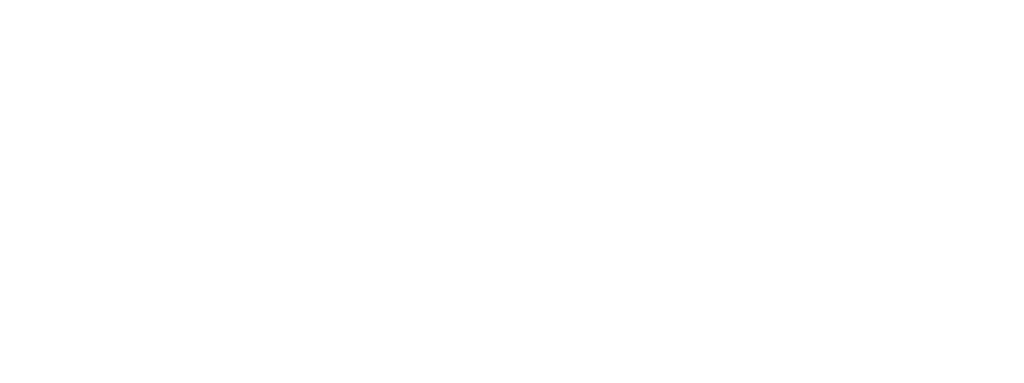
<source format=kicad_pcb>
(kicad_pcb (version 20201116) (generator pcbnew)

  (general
    (thickness 1.6)
  )

  (paper "A4")
  (layers
    (0 "F.Cu" signal)
    (31 "B.Cu" signal)
    (32 "B.Adhes" user "B.Adhesive")
    (33 "F.Adhes" user "F.Adhesive")
    (34 "B.Paste" user)
    (35 "F.Paste" user)
    (36 "B.SilkS" user "B.Silkscreen")
    (37 "F.SilkS" user "F.Silkscreen")
    (38 "B.Mask" user)
    (39 "F.Mask" user)
    (40 "Dwgs.User" user "User.Drawings")
    (41 "Cmts.User" user)
    (42 "Eco1.User" user "User.Eco1")
    (43 "Eco2.User" user "User.Eco2")
    (44 "Edge.Cuts" user)
    (45 "Margin" user)
    (46 "B.CrtYd" user "B.Courtyard")
    (47 "F.CrtYd" user "F.Courtyard")
    (48 "B.Fab" user)
    (49 "F.Fab" user)
  )

  (setup
    (stackup
      (layer "F.SilkS" (type "Top Silk Screen"))
      (layer "F.Paste" (type "Top Solder Paste"))
      (layer "F.Mask" (type "Top Solder Mask") (color "Green") (thickness 0.01))
      (layer "F.Cu" (type "copper") (thickness 0.035))
      (layer "dielectric 1" (type "core") (thickness 1.51) (material "FR4") (epsilon_r 4.5) (loss_tangent 0.02))
      (layer "B.Cu" (type "copper") (thickness 0.035))
      (layer "B.Mask" (type "Bottom Solder Mask") (color "Green") (thickness 0.01))
      (layer "B.Paste" (type "Bottom Solder Paste"))
      (layer "B.SilkS" (type "Bottom Silk Screen"))
      (copper_finish "None")
      (dielectric_constraints no)
    )
    (grid_origin 225.028314 -6.548443)
    (pcbplotparams
      (layerselection 0x0001000_7ffffffe)
      (disableapertmacros false)
      (usegerberextensions false)
      (usegerberattributes false)
      (usegerberadvancedattributes false)
      (creategerberjobfile false)
      (svguseinch false)
      (svgprecision 6)
      (excludeedgelayer true)
      (plotframeref false)
      (viasonmask false)
      (mode 1)
      (useauxorigin true)
      (hpglpennumber 1)
      (hpglpenspeed 20)
      (hpglpendiameter 15.000000)
      (psnegative false)
      (psa4output false)
      (plotreference true)
      (plotvalue true)
      (plotinvisibletext false)
      (sketchpadsonfab false)
      (subtractmaskfromsilk false)
      (outputformat 1)
      (mirror false)
      (drillshape 0)
      (scaleselection 1)
      (outputdirectory "gerber 1.1/")
    )
  )


  (net 0 "")

  (gr_arc (start 369.852957 92.424727) (end 369.852957 92.724726) (angle -90) (layer "Edge.Cuts") (width 0.000309) (tstamp 002c5039-1bf9-4b60-8406-4129d5ba10a3))
  (gr_line (start 154.338888 97.775366) (end 140.939365 97.775366) (layer "Edge.Cuts") (width 0.000309) (tstamp 004ab7fd-2360-435f-8994-9ff7141611ea))
  (gr_line (start 28.134515 97.774466) (end 14.734992 97.774466) (layer "Edge.Cuts") (width 0.000309) (tstamp 006910a5-b342-42c2-a9c7-33303f18ab67))
  (gr_line (start 78.740739 2.526556) (end 65.341216 2.526556) (layer "Edge.Cuts") (width 0.000309) (tstamp 00f74c4c-e173-476a-a663-617f0ebd0c92))
  (gr_arc (start 202.851491 73.376215) (end 202.551491 73.376215) (angle -90) (layer "Edge.Cuts") (width 0.000309) (tstamp 01049f1b-d855-4198-ac6e-b0c473e4acc9))
  (gr_line (start 9.672477 79.026203) (end 9.672477 92.426176) (layer "Edge.Cuts") (width 0.000309) (tstamp 014b16a7-d339-414b-9b8d-eed103cd985c))
  (gr_line (start 130.526435 40.62628) (end 117.126912 40.62628) (layer "Edge.Cuts") (width 0.000309) (tstamp 014fd092-44e1-49cc-931a-d6b6a3774e76))
  (gr_arc (start 370.651505 99.32793) (end 371.651503 99.32793) (angle -90) (layer "Edge.Cuts") (width 0.000309) (tstamp 01529910-cd30-4237-9b62-f9e37362613b))
  (gr_arc (start 356.452434 107.600621) (end 356.452434 107.300622) (angle -90) (layer "Edge.Cuts") (width 0.000309) (tstamp 0180097b-f290-4e1d-98dc-623813df0580))
  (gr_line (start 230.838485 111.475339) (end 230.838485 98.075365) (layer "Edge.Cuts") (width 0.000309) (tstamp 0202d205-b669-40d7-ac98-d9f88aee5b5b))
  (gr_arc (start 273.402837 40.926584) (end 273.702836 40.926584) (angle -90) (layer "Edge.Cuts") (width 0.000309) (tstamp 021e1f5d-7631-4ba8-875f-620134c83eda))
  (gr_line (start 370.651505 98.327932) (end 355.653335 98.325182) (layer "Edge.Cuts") (width 0.000309) (tstamp 02349c99-f424-432e-a1fa-2eb104d87925))
  (gr_arc (start 240.063166 79.026203) (end 240.363166 79.026203) (angle -90) (layer "Edge.Cuts") (width 0.000309) (tstamp 0238494e-459c-43c8-a299-f0a14aa98852))
  (gr_line (start 332.053032 111.475339) (end 332.053032 98.075365) (layer "Edge.Cuts") (width 0.000309) (tstamp 0267bb70-2ee2-472a-ace9-daceb24a8dff))
  (gr_arc (start 275.679687 40.125931) (end 275.679687 39.125933) (angle -90) (layer "Edge.Cuts") (width 0.000309) (tstamp 02cba1e9-55cb-4393-81ec-5adb87bcc324))
  (gr_line (start 47.764617 37.309869) (end 60.764591 32.309879) (layer "Edge.Cuts") (width 0.000309) (tstamp 02d45803-beec-463d-924f-367503a65b76))
  (gr_arc (start 1.328794 132.024437) (end -0.671201 132.024437) (angle -90) (layer "Edge.Cuts") (width 0.000309) (tstamp 03646919-7672-4120-ba10-e750d550db84))
  (gr_arc (start 254.352638 73.376215) (end 254.352638 73.676214) (angle -90) (layer "Edge.Cuts") (width 0.000309) (tstamp 03883f98-e6d8-4938-a14b-342464dad836))
  (gr_arc (start 159.991327 111.475339) (end 159.691327 111.475339) (angle -90) (layer "Edge.Cuts") (width 0.000309) (tstamp 047a4f4f-23e9-44e7-888d-cf84f1b7343b))
  (gr_line (start 247.215652 2.826556) (end 247.215652 16.226529) (layer "Edge.Cuts") (width 0.000309) (tstamp 049f775f-e2ae-4bb7-9928-45faca016b31))
  (gr_line (start 130.826435 54.326253) (end 130.826435 40.92628) (layer "Edge.Cuts") (width 0.000309) (tstamp 04c2ac26-dcad-4c92-ac89-7cb31c92e3da))
  (gr_arc (start 160.303376 2.826556) (end 160.603375 2.826556) (angle -90) (layer "Edge.Cuts") (width 0.000309) (tstamp 04cc8472-67d5-4067-9be2-426f6aa50d0b))
  (gr_line (start 112.064722 79.026203) (end 112.064722 92.426177) (layer "Edge.Cuts") (width 0.000309) (tstamp 058cf59d-197e-4532-b6e0-c744b3253fe1))
  (gr_line (start 371.651503 105.327934) (end 371.651503 99.32793) (layer "Edge.Cuts") (width 0.000309) (tstamp 05c0c2e5-db2a-4d4b-9377-43001f3b0192))
  (gr_arc (start 155.227986 40.92628) (end 155.227986 40.62628) (angle -90) (layer "Edge.Cuts") (width 0.000309) (tstamp 05fd52e4-cb2a-4271-80cd-a43e8be42682))
  (gr_line (start 231.428133 130.82536) (end 244.827657 130.82536) (layer "Edge.Cuts") (width 0.000309) (tstamp 063f92dd-a07f-40d9-9dc8-a83766a78b03))
  (gr_line (start 310.840525 122.506636) (end 310.840525 120.98882) (layer "Edge.Cuts") (width 0.000309) (tstamp 0671e003-d720-4e81-8e31-879a1d0eb5bf))
  (gr_line (start 254.340638 139.388303) (end 308.840529 139.388303) (layer "Edge.Cuts") (width 0.000309) (tstamp 06809629-9068-4139-baf9-40986f42f2c3))
  (gr_line (start 243.33466 111.775338) (end 256.734183 111.775338) (layer "Edge.Cuts") (width 0.000309) (tstamp 068d73d7-243f-443d-8103-698ddac68c78))
  (gr_arc (start 141.253414 16.226529) (end 141.253414 16.526528) (angle -90) (layer "Edge.Cuts") (width 0.000309) (tstamp 06de5d1e-aa36-410d-812f-b65c8d7837df))
  (gr_line (start 150.466346 92.726176) (end 163.865869 92.726176) (layer "Edge.Cuts") (width 0.000309) (tstamp 06fe55a6-5ee8-4525-8b4d-5150fa42ad65))
  (gr_line (start 216.551013 73.376215) (end 216.551013 59.976242) (layer "Edge.Cuts") (width 0.000309) (tstamp 0728810b-bc98-42db-99c3-e655c8e8c682))
  (gr_arc (start 140.939365 98.075365) (end 140.939365 97.775366) (angle -90) (layer "Edge.Cuts") (width 0.000309) (tstamp 07936367-51b2-4a19-bc62-372c0a9b099a))
  (gr_arc (start 97.190702 111.475339) (end 97.190702 111.775338) (angle -90) (layer "Edge.Cuts") (width 0.000309) (tstamp 07b65afb-32be-465b-9494-3892edf96eda))
  (gr_line (start 2.828791 54.626252) (end 16.228314 54.626252) (layer "Edge.Cuts") (width 0.000309) (tstamp 07c85282-ec9c-4aab-8e72-4ca62a83d45d))
  (gr_line (start 354.653337 123.27518) (end 354.653337 129.275184) (layer "Edge.Cuts") (width 0.000309) (tstamp 081e0795-635e-410e-a187-3e911399d22f))
  (gr_arc (start 369.852407 121.000145) (end 369.852407 121.300144) (angle -90) (layer "Edge.Cuts") (width 0.000309) (tstamp 0890290c-dac4-41e9-ba2a-251c098839f7))
  (gr_arc (start 299.303548 79.026203) (end 299.303548 78.726204) (angle -90) (layer "Edge.Cuts") (width 0.000309) (tstamp 08befecc-e329-46a1-acdc-d9a2134b0b4c))
  (gr_line (start 274.890597 117.138577) (end 288.29012 117.138577) (layer "Edge.Cuts") (width 0.000309) (tstamp 08f81cb2-4bd3-4f41-88db-ea6a556fc725))
  (gr_arc (start 337.403472 111.475339) (end 337.103472 111.475339) (angle -90) (layer "Edge.Cuts") (width 0.000309) (tstamp 090b46a0-d9e9-46a5-9e6e-f1f247101933))
  (gr_line (start 312.703071 59.676242) (end 299.303548 59.676242) (layer "Edge.Cuts") (width 0.000309) (tstamp 09183977-4ed5-4397-a6fc-db4de7d94108))
  (gr_arc (start 116.240664 111.475339) (end 116.240664 111.775338) (angle -90) (layer "Edge.Cuts") (width 0.000309) (tstamp 091bc642-fbdd-4a2f-a3be-b174e3ba43d7))
  (gr_arc (start 337.403472 92.426177) (end 337.103472 92.426177) (angle -90) (layer "Edge.Cuts") (width 0.000309) (tstamp 093016fe-bc8d-4b18-8919-5963cf6a2281))
  (gr_line (start 183.50293 59.976242) (end 183.50293 73.376215) (layer "Edge.Cuts") (width 0.000309) (tstamp 0945a8f9-69c3-4aa3-a6d9-357815883354))
  (gr_line (start 76.898314 116.326749) (end 76.895564 131.324919) (layer "Edge.Cuts") (width 0.000309) (tstamp 09888d61-0e1d-4072-ae60-48119c990216))
  (gr_arc (start 7.591291 59.976242) (end 7.591291 59.676242) (angle -90) (layer "Edge.Cuts") (width 0.000309) (tstamp 09b16da9-ef02-4933-bb72-1a1ff6778f85))
  (gr_arc (start 124.228552 117.124697) (end 124.228552 116.824698) (angle -90) (layer "Edge.Cuts") (width 0.000309) (tstamp 09f0960c-065c-4a92-b3b4-b9b1c8100b36))
  (gr_line (start 182.914981 78.726204) (end 169.515457 78.726204) (layer "Edge.Cuts") (width 0.000309) (tstamp 0a4f8fcc-9a75-47fa-9c1d-04c170586a95))
  (gr_arc (start 137.628075 130.524671) (end 137.628075 130.82467) (angle -90) (layer "Edge.Cuts") (width 0.000309) (tstamp 0a782c42-e360-4050-b13d-c1068b5d0db2))
  (gr_line (start 117.126912 54.626252) (end 130.526435 54.626252) (layer "Edge.Cuts") (width 0.000309) (tstamp 0a8a3b67-c1de-46ed-877d-073f59169f09))
  (gr_line (start 97.777251 40.92628) (end 97.777251 54.326253) (layer "Edge.Cuts") (width 0.000309) (tstamp 0abc8fdb-3a66-42ba-842c-e505feccd956))
  (gr_arc (start 155.227986 54.326253) (end 154.927987 54.326253) (angle -90) (layer "Edge.Cuts") (width 0.000309) (tstamp 0abdd617-51fc-4f4a-b58e-acd2fc7d67a3))
  (gr_line (start 355.653335 130.275182) (end 370.651505 130.277932) (layer "Edge.Cuts") (width 0.000309) (tstamp 0b1eb15f-3ed7-4d1c-84db-38368a087843))
  (gr_line (start 2.528791 40.92628) (end 2.528791 54.326253) (layer "Edge.Cuts") (width 0.000309) (tstamp 0bd4ec4a-4e3d-4f15-9546-63c4692c1cbc))
  (gr_line (start 248.348078 32.073126) (end 257.34806 37.073116) (layer "Edge.Cuts") (width 0.000309) (tstamp 0bfb4eb0-af75-4de5-b8e7-17bf4171205a))
  (gr_line (start 314.840517 132.025817) (end 314.840517 130.50662) (layer "Edge.Cuts") (width 0.000309) (tstamp 0cb4d666-b2be-4cc5-89e9-9223992b867e))
  (gr_arc (start 5.178313 130.525361) (end 4.878314 130.525361) (angle -90) (layer "Edge.Cuts") (width 0.000309) (tstamp 0d1047cb-a6a5-46ea-bbe1-4e5c59c1ffa6))
  (gr_line (start 52.498314 117.12157) (end 52.498314 130.521544) (layer "Edge.Cuts") (width 0.000309) (tstamp 0dce457d-2d8f-4729-a810-6cd07eca2d42))
  (gr_line (start 69.503707 73.676214) (end 82.903231 73.676214) (layer "Edge.Cuts") (width 0.000309) (tstamp 0dd782c6-3c8b-47b8-b2b2-4397e5eaf4dd))
  (gr_arc (start 35.278326 40.92628) (end 35.578325 40.92628) (angle -90) (layer "Edge.Cuts") (width 0.000309) (tstamp 0e1f866b-e026-477d-9fe0-b38543ef8232))
  (gr_arc (start 52.798313 130.521544) (end 52.498314 130.521544) (angle -90) (layer "Edge.Cuts") (width 0.000309) (tstamp 0e23f7e4-1bff-4f4b-a3e7-122368aa2118))
  (gr_line (start 337.103472 40.92628) (end 337.103472 54.326253) (layer "Edge.Cuts") (width 0.000309) (tstamp 0e426838-4305-4f5c-aa90-b99dd153b551))
  (gr_line (start 318.35351 92.726176) (end 331.753033 92.726176) (layer "Edge.Cuts") (width 0.000309) (tstamp 0e458c3f-bff4-4ae1-a59c-03b1cb2b783b))
  (gr_arc (start 228.46569 2.826556) (end 228.46569 2.526556) (angle -90) (layer "Edge.Cuts") (width 0.000309) (tstamp 0e8e3dd7-9459-4ed0-8162-6f39cdecead5))
  (gr_arc (start 257.726941 55.124101) (end 257.726941 56.124099) (angle -90) (layer "Edge.Cuts") (width 0.000309) (tstamp 0ee2267b-ac87-48d1-ab9b-7a2e0fec6c4c))
  (gr_line (start 127.553891 2.826556) (end 127.553891 16.226529) (layer "Edge.Cuts") (width 0.000309) (tstamp 0f287a59-893e-4deb-9c4a-ca5a6cb3370d))
  (gr_arc (start 79.028688 40.92628) (end 79.028688 40.62628) (angle -90) (layer "Edge.Cuts") (width 0.000309) (tstamp 0fd69ca6-1b63-47c1-9a74-39bc90c257df))
  (gr_line (start 172.759931 26.576508) (end 182.826679 26.576508) (layer "Edge.Cuts") (width 0.000309) (tstamp 100b9fce-4349-47fc-b2cb-77a107c72af7))
  (gr_line (start 169.215458 79.026203) (end 169.215458 92.426177) (layer "Edge.Cuts") (width 0.000309) (tstamp 1051931f-b4df-4d5e-944c-33ecb49fad4d))
  (gr_line (start 351.102994 54.326253) (end 351.102994 40.92628) (layer "Edge.Cuts") (width 0.000309) (tstamp 1097007e-87bd-4d38-8fd8-33e8cc7799b2))
  (gr_line (start 159.403378 73.376215) (end 159.403378 59.976242) (layer "Edge.Cuts") (width 0.000309) (tstamp 11e38249-7620-4596-893b-ed1a8d460871))
  (gr_line (start 111.776773 54.326253) (end 111.776773 40.92628) (layer "Edge.Cuts") (width 0.000309) (tstamp 12407c8c-1c58-4061-be2a-ce066ccbd777))
  (gr_arc (start 331.753033 16.226529) (end 331.753033 16.526528) (angle -90) (layer "Edge.Cuts") (width 0.000309) (tstamp 128a33aa-8f2f-483f-88f0-eb4c1de970cf))
  (gr_arc (start 356.454434 54.326253) (end 356.154434 54.326253) (angle -90) (layer "Edge.Cuts") (width 0.000309) (tstamp 12a362a9-827e-43e6-bacb-7b73244c8e95))
  (gr_arc (start 312.703071 59.976242) (end 313.00307 59.976242) (angle -90) (layer "Edge.Cuts") (width 0.000309) (tstamp 12a910c8-4462-43b0-9a09-b5a14cdda9d4))
  (gr_line (start 82.903231 59.676242) (end 69.503707 59.676242) (layer "Edge.Cuts") (width 0.000309) (tstamp 12c98115-e332-44ab-a154-42aa56bc5936))
  (gr_line (start 45.391256 98.075365) (end 45.391256 111.475339) (layer "Edge.Cuts") (width 0.000309) (tstamp 130c9207-c160-4532-959e-d8cacaa51bb6))
  (gr_line (start 146.603853 2.826556) (end 146.603853 16.226529) (layer "Edge.Cuts") (width 0.000309) (tstamp 133f9954-5448-4881-89af-2785aa306d65))
  (gr_arc (start 98.07725 40.92628) (end 98.07725 40.62628) (angle -90) (layer "Edge.Cuts") (width 0.000309) (tstamp 134b50b5-283c-499d-a7d6-55841faa824b))
  (gr_arc (start 73.37825 40.92628) (end 73.678249 40.92628) (angle -90) (layer "Edge.Cuts") (width 0.000309) (tstamp 13559a28-d179-4715-a920-31a6351d2595))
  (gr_arc (start 190.365766 2.826556) (end 190.365766 2.526556) (angle -90) (layer "Edge.Cuts") (width 0.000309) (tstamp 13d7fd5d-9879-4b60-ab47-6ffc5a4a331c))
  (gr_arc (start 255.840635 122.488577) (end 255.840635 122.188577) (angle -90) (layer "Edge.Cuts") (width 0.000309) (tstamp 143fb909-3618-4268-8426-f1ab31076605))
  (gr_line (start 244.827657 40.62628) (end 231.428134 40.62628) (layer "Edge.Cuts") (width 0.000309) (tstamp 1450af3c-efe9-47e9-9dfa-dac667784ee0))
  (gr_arc (start 230.538485 98.075365) (end 230.838485 98.075365) (angle -90) (layer "Edge.Cuts") (width 0.000309) (tstamp 1471b4c7-3013-45e0-9cc1-b099f45b381b))
  (gr_line (start 197.790401 98.075365) (end 197.790401 111.475339) (layer "Edge.Cuts") (width 0.000309) (tstamp 14cd2165-39a4-4ec9-b0f0-e5299d83720f))
  (gr_arc (start 350.802995 59.976242) (end 351.102994 59.976242) (angle -90) (layer "Edge.Cuts") (width 0.000309) (tstamp 14df9f83-a602-49f6-8fda-59b245e4f9f8))
  (gr_line (start 257.729691 39.125933) (end 251.729687 39.125933) (layer "Edge.Cuts") (width 0.000309) (tstamp 14e2953f-514c-4d73-8621-f780fb62c794))
  (gr_line (start 207.313982 79.026203) (end 207.313982 92.426177) (layer "Edge.Cuts") (width 0.000309) (tstamp 1516f984-39e8-45ef-91a5-8bdd71f36cef))
  (gr_line (start 310.840525 137.388307) (end 310.840525 130.50662) (layer "Edge.Cuts") (width 0.000309) (tstamp 15a28d62-6c9e-42ec-8c51-ccc30c7d4920))
  (gr_line (start 77.895562 132.324917) (end 83.895566 132.324917) (layer "Edge.Cuts") (width 0.000309) (tstamp 15f0a690-a53a-4dcb-91a1-294bff35a738))
  (gr_arc (start 299.303548 92.426177) (end 299.003548 92.426177) (angle -90) (layer "Edge.Cuts") (width 0.000309) (tstamp 162be289-6150-4c90-a3c9-a56234ffad6a))
  (gr_arc (start 144.813907 92.426177) (end 144.813907 92.726176) (angle -90) (layer "Edge.Cuts") (width 0.000309) (tstamp 162c933e-4871-4b68-b918-f3d85cd00ab1))
  (gr_arc (start 190.365766 16.226529) (end 190.065766 16.226529) (angle -90) (layer "Edge.Cuts") (width 0.000309) (tstamp 16a9e49b-1b7b-460d-9c73-0cbe3f2e3951))
  (gr_arc (start 275.676937 55.124101) (end 274.676939 55.124101) (angle -90) (layer "Edge.Cuts") (width 0.000309) (tstamp 1713c484-19a7-4f00-a97e-698c40894d4d))
  (gr_line (start 173.690849 111.475339) (end 173.690849 98.075365) (layer "Edge.Cuts") (width 0.000309) (tstamp 175d3013-264a-4796-b7a9-bb5d5401be2a))
  (gr_line (start 83.20323 73.376215) (end 83.20323 59.976242) (layer "Edge.Cuts") (width 0.000309) (tstamp 17aff70e-e4ec-4f46-9d12-ff8b301416b0))
  (gr_arc (start 197.202452 73.376215) (end 197.202452 73.676214) (angle -90) (layer "Edge.Cuts") (width 0.000309) (tstamp 17b259f3-bdee-4420-a4b2-2404670e5645))
  (gr_arc (start 355.653335 105.325184) (end 354.653337 105.325184) (angle -90) (layer "Edge.Cuts") (width 0.000309) (tstamp 17c8cc29-45dc-4854-a58e-be1f43258308))
  (gr_arc (start 337.403472 35.276491) (end 337.103472 35.276491) (angle -90) (layer "Edge.Cuts") (width 0.000309) (tstamp 17d95b07-88d2-46bb-8fd7-1522a88fd353))
  (gr_arc (start 126.651893 73.376215) (end 126.351894 73.376215) (angle -90) (layer "Edge.Cuts") (width 0.000309) (tstamp 180e8ee3-8cc6-42d2-ad15-1592bad7f90d))
  (gr_arc (start 249.354687 78.226405) (end 249.354687 77.226407) (angle -90) (layer "Edge.Cuts") (width 0.000309) (tstamp 182af05a-5345-4b49-a002-98a400f3b1bf))
  (gr_arc (start 240.063166 92.426177) (end 240.063166 92.726176) (angle -90) (layer "Edge.Cuts") (width 0.000309) (tstamp 182bb0ff-269c-4dd0-b284-40583ce67479))
  (gr_arc (start 111.476774 40.92628) (end 111.776773 40.92628) (angle -90) (layer "Edge.Cuts") (width 0.000309) (tstamp 1863baa5-0ff7-49ad-9bb7-5e37fbc96691))
  (gr_line (start 42.677836 130.525361) (end 42.677836 117.125387) (layer "Edge.Cuts") (width 0.000309) (tstamp 1867fb77-e249-4cc3-9238-4a10ea4af11c))
  (gr_arc (start 183.955566 131.319725) (end 183.955566 132.319723) (angle -90) (layer "Edge.Cuts") (width 0.000309) (tstamp 188133f9-7c45-4e0e-b7cf-0f74c116b6c8))
  (gr_arc (start 293.940559 122.488577) (end 293.940559 122.188577) (angle -90) (layer "Edge.Cuts") (width 0.000309) (tstamp 18ac6a77-407e-4688-ad8b-d6f33ff9b3ae))
  (gr_arc (start 273.402837 54.326557) (end 273.402837 54.626556) (angle -90) (layer "Edge.Cuts") (width 0.000309) (tstamp 18c62c13-3213-4f8e-abf8-7ae47bd32ccd))
  (gr_arc (start 7.591291 73.376215) (end 7.291292 73.376215) (angle -90) (layer "Edge.Cuts") (width 0.000309) (tstamp 18d834b4-8a25-47f6-9f8b-d1659bc3bdd6))
  (gr_arc (start 331.753033 35.276491) (end 331.753033 35.57649) (angle -90) (layer "Edge.Cuts") (width 0.000309) (tstamp 19344e56-9110-4924-98f5-3eba4e0912a3))
  (gr_arc (start 211.489924 111.475339) (end 211.489924 111.775338) (angle -90) (layer "Edge.Cuts") (width 0.000309) (tstamp 196ead36-cfde-4b07-bc1e-e8698f92c873))
  (gr_line (start 331.753033 40.62628) (end 318.35351 40.62628) (layer "Edge.Cuts") (width 0.000309) (tstamp 197eeec4-5fdc-47d7-8c15-cfb9a32c2dbb))
  (gr_arc (start 188.565419 79.026203) (end 188.565419 78.726204) (angle -90) (layer "Edge.Cuts") (width 0.000309) (tstamp 1a3dd826-5b18-4a99-a2ac-5bd12664d295))
  (gr_line (start 356.453434 92.724726) (end 369.852957 92.724726) (layer "Edge.Cuts") (width 0.000309) (tstamp 1a6ce597-8cf1-49a7-8ff0-0a8f4c3b85c4))
  (gr_line (start 256.734183 97.775366) (end 243.33466 97.775366) (layer "Edge.Cuts") (width 0.000309) (tstamp 1a9e18f9-bc53-4682-af6b-4c0d3d663672))
  (gr_arc (start 356.454434 2.826556) (end 356.454434 2.526556) (angle -90) (layer "Edge.Cuts") (width 0.000309) (tstamp 1ac405fd-9c93-422d-a8d1-15cf8c6c5c07))
  (gr_line (start 206.726033 40.62628) (end 193.32651 40.62628) (layer "Edge.Cuts") (width 0.000309) (tstamp 1ad3c318-344b-4a68-94a8-7f934a902c70))
  (gr_arc (start 163.865869 92.426177) (end 163.865869 92.726176) (angle -90) (layer "Edge.Cuts") (width 0.000309) (tstamp 1b1c8aa4-40fa-4240-bf62-2bf565b82ba4))
  (gr_arc (start 102.841141 98.075365) (end 102.841141 97.775366) (angle -90) (layer "Edge.Cuts") (width 0.000309) (tstamp 1b8548f4-2e36-438e-a15d-e44d7cef3807))
  (gr_line (start 274.679689 40.125931) (end 274.676939 55.124101) (layer "Edge.Cuts") (width 0.000309) (tstamp 1ba5de79-143b-4cba-a5b1-c3ddb5b9f3cb))
  (gr_arc (start 91.00339 130.325361) (end 90.003392 130.325361) (angle -90) (layer "Edge.Cuts") (width 0.000309) (tstamp 1c7e4a80-bf77-4650-993f-26f0c54ad392))
  (gr_arc (start 312.703071 92.426177) (end 312.703071 92.726176) (angle -90) (layer "Edge.Cuts") (width 0.000309) (tstamp 1c9a4553-b280-4cac-8977-ce80336b20f4))
  (gr_arc (start 350.802995 73.376215) (end 350.802995 73.676214) (angle -90) (layer "Edge.Cuts") (width 0.000309) (tstamp 1ca75ada-9ccb-4e06-b268-9db3e0df5cfa))
  (gr_line (start 159.103378 59.676242) (end 145.703855 59.676242) (layer "Edge.Cuts") (width 0.000309) (tstamp 1caaf20d-8738-43d5-9bdd-914e7db8c339))
  (gr_arc (start 231.428134 40.92628) (end 231.428134 40.62628) (angle -90) (layer "Edge.Cuts") (width 0.000309) (tstamp 1cc32a1f-6169-482c-9e70-0d563ea5f53f))
  (gr_arc (start 289.790567 7.526546) (end 289.790567 9.526542) (angle -90) (layer "Edge.Cuts") (width 0.000309) (tstamp 1d27bf4f-9010-48b0-9027-51a8edf996f0))
  (gr_line (start 369.853957 2.526556) (end 356.454434 2.526556) (layer "Edge.Cuts") (width 0.000309) (tstamp 1d80155a-38bc-4e3d-9153-d954e1855c4b))
  (gr_line (start 249.351937 94.224573) (end 255.351941 94.224573) (layer "Edge.Cuts") (width 0.000309) (tstamp 1d8fe524-7ec9-44e3-a605-db2798aae1cb))
  (gr_line (start 351.102994 92.426177) (end 351.102994 79.026203) (layer "Edge.Cuts") (width 0.000309) (tstamp 1d9c77e4-c8cc-48d7-a278-401f82de9b95))
  (gr_line (start 16.228314 2.526556) (end 2.828791 2.526556) (layer "Edge.Cuts") (width 0.000309) (tstamp 1dc114e4-ae32-4b34-bc83-4afd9189830f))
  (gr_line (start 313.00307 111.475339) (end 313.00307 98.075365) (layer "Edge.Cuts") (width 0.000309) (tstamp 1e406f57-db7c-47a4-888d-d5dc8dfd6f45))
  (gr_arc (start 83.898316 116.326749) (end 84.898314 116.326749) (angle -90) (layer "Edge.Cuts") (width 0.000309) (tstamp 1e585c47-63a4-48e7-88ac-eae86b1a7b36))
  (gr_arc (start 371.343029 1.326559) (end 373.343025 1.326559) (angle -90) (layer "Edge.Cuts") (width 0.000309) (tstamp 1e7f22f4-e6b3-4185-a7b3-ce42a2e6b801))
  (gr_line (start 173.977949 40.92628) (end 173.977949 54.326253) (layer "Edge.Cuts") (width 0.000309) (tstamp 1ed031be-68c4-4c9e-a169-3c96e30447ca))
  (gr_line (start 202.851491 73.676214) (end 216.251014 73.676214) (layer "Edge.Cuts") (width 0.000309) (tstamp 1f09a16b-07f8-460e-b497-f53e46a7e0c4))
  (gr_line (start 246.826551 30.5765) (end 240.826563 30.5765) (layer "Edge.Cuts") (width 0.000309) (tstamp 1f266d18-b7b8-4d39-8e99-6215ae968ec0))
  (gr_arc (start 299.303548 35.276491) (end 299.003548 35.276491) (angle -90) (layer "Edge.Cuts") (width 0.000309) (tstamp 1f318d5a-0bc3-4fa1-9376-26ded4fd55d9))
  (gr_line (start 107.015682 92.426177) (end 107.015682 79.026203) (layer "Edge.Cuts") (width 0.000309) (tstamp 1fa75a44-bd6b-4444-8e54-f18095c79a9a))
  (gr_line (start 184.955564 131.319725) (end 184.958314 116.321555) (layer "Edge.Cuts") (width 0.000309) (tstamp 1fc6e78c-32fb-45bf-bd8d-1b380cc8bf51))
  (gr_arc (start 250.340646 122.506636) (end 248.34065 122.506636) (angle -180) (layer "Edge.Cuts") (width 0.000309) (tstamp 1fd59509-634c-47c6-8044-4ec9b4355db3))
  (gr_arc (start 49.565797 79.026203) (end 49.865797 79.026203) (angle -90) (layer "Edge.Cuts") (width 0.000309) (tstamp 2069514a-6191-48fa-abf3-c1c92321db3b))
  (gr_arc (start 288.29012 122.488577) (end 288.590119 122.488577) (angle -90) (layer "Edge.Cuts") (width 0.000309) (tstamp 207deff8-ad59-41ea-8d7c-cce501052921))
  (gr_line (start 299.303548 73.676214) (end 312.703071 73.676214) (layer "Edge.Cuts") (width 0.000309) (tstamp 20932149-f3f0-4f64-ad9d-25b8bb93ff58))
  (gr_arc (start 137.628075 117.124697) (end 137.928074 117.124697) (angle -90) (layer "Edge.Cuts") (width 0.000309) (tstamp 213c1640-0b96-4a44-83c4-8204c25a353a))
  (gr_arc (start 99.003374 130.325361) (end 99.003374 131.325359) (angle -90) (layer "Edge.Cuts") (width 0.000309) (tstamp 21619f47-6ca5-4589-a9b7-310f1161e68d))
  (gr_arc (start 250.340646 116.988828) (end 250.340646 114.988832) (angle -90) (layer "Edge.Cuts") (width 0.000309) (tstamp 21926381-8783-4541-92c0-0751a1d46a82))
  (gr_line (start 235.600675 73.376215) (end 235.600675 59.976242) (layer "Edge.Cuts") (width 0.000309) (tstamp 21ae1947-aadb-43f8-92c3-4b1079162e73))
  (gr_arc (start 240.826563 28.576504) (end 240.826563 26.576508) (angle -180) (layer "Edge.Cuts") (width 0.000309) (tstamp 21fccac6-0b92-4c12-a4e3-a119bba6447a))
  (gr_arc (start 79.028688 54.326253) (end 78.728689 54.326253) (angle -90) (layer "Edge.Cuts") (width 0.000309) (tstamp 22066c4a-dd76-41cb-8e1b-2451a2eec094))
  (gr_line (start 59.990777 16.226529) (end 59.990777 2.826556) (layer "Edge.Cuts") (width 0.000309) (tstamp 220fcb68-e8ce-45cb-8e52-d3373801c08c))
  (gr_arc (start 312.840521 116.988828) (end 314.840517 116.988828) (angle -90) (layer "Edge.Cuts") (width 0.000309) (tstamp 2212f085-3e7a-4df7-acf0-250f3d7b37a3))
  (gr_arc (start 217.138962 98.075365) (end 217.138962 97.775366) (angle -90) (layer "Edge.Cuts") (width 0.000309) (tstamp 222ad13b-eb09-49eb-a115-0bbe33a0afe0))
  (gr_arc (start 107.602231 59.976242) (end 107.602231 59.676242) (angle -90) (layer "Edge.Cuts") (width 0.000309) (tstamp 22830185-fee7-4362-a6bd-79eb3d2fef4b))
  (gr_arc (start 209.415728 2.826556) (end 209.415728 2.526556) (angle -90) (layer "Edge.Cuts") (width 0.000309) (tstamp 22864ac8-6fcb-40a3-ab54-e724b5cd6322))
  (gr_arc (start 202.851491 59.976242) (end 202.851491 59.676242) (angle -90) (layer "Edge.Cuts") (width 0.000309) (tstamp 23381253-c172-47a9-bb79-eafea89d8286))
  (gr_line (start 201.964943 78.726204) (end 188.565419 78.726204) (layer "Edge.Cuts") (width 0.000309) (tstamp 233f7973-bbed-4a1b-b680-3ea69204c15f))
  (gr_line (start 257.322232 79.025503) (end 257.322232 92.425477) (layer "Edge.Cuts") (width 0.000309) (tstamp 234ba4e6-43c1-4ea4-9f46-95ac156b03bc))
  (gr_line (start 141.553413 16.226529) (end 141.553413 2.826556) (layer "Edge.Cuts") (width 0.000309) (tstamp 23dc484b-bdff-46e3-8c3a-a18a2d56a58e))
  (gr_line (start 245.127656 130.525361) (end 245.127656 117.125387) (layer "Edge.Cuts") (width 0.000309) (tstamp 240cdc49-74fb-4057-aea6-a2bdd0a641ab))
  (gr_arc (start 27.241292 2.826556) (end 27.241292 2.526556) (angle -90) (layer "Edge.Cuts") (width 0.000309) (tstamp 2441d3cb-8d23-4a45-9d73-18af6479611c))
  (gr_arc (start 250.340646 130.50662) (end 252.340642 130.50662) (angle -180) (layer "Edge.Cuts") (width 0.000309) (tstamp 247e80b5-9a3c-4aee-9a56-834efec8e3a8))
  (gr_arc (start 183.958316 116.321555) (end 184.958314 116.321555) (angle -90) (layer "Edge.Cuts") (width 0.000309) (tstamp 2480d134-ec9e-4570-a4c3-3e6187f4d1a3))
  (gr_line (start 108.803929 16.526528) (end 122.203452 16.526528) (layer "Edge.Cuts") (width 0.000309) (tstamp 24967892-bc53-4575-9b14-4d2dddf17e2b))
  (gr_line (start 12.454691 96.275369) (end 6.454687 96.275369) (layer "Edge.Cuts") (width 0.000309) (tstamp 249af300-0269-4b36-b5e1-6ad606f1e7d3))
  (gr_arc (start 59.690777 2.826556) (end 59.990777 2.826556) (angle -90) (layer "Edge.Cuts") (width 0.000309) (tstamp 249f1b35-a008-4fce-a2a6-c2db77a508c1))
  (gr_line (start 225.775695 40.62628) (end 212.376172 40.62628) (layer "Edge.Cuts") (width 0.000309) (tstamp 24a07c7c-aa0f-4638-b535-fa2ac25a4f72))
  (gr_arc (start 260.003314 40.926584) (end 260.003314 40.626584) (angle -90) (layer "Edge.Cuts") (width 0.000309) (tstamp 24f072b0-4927-49d1-9a01-04924aa188c2))
  (gr_arc (start 350.802995 54.326253) (end 350.802995 54.626252) (angle -90) (layer "Edge.Cuts") (width 0.000309) (tstamp 25cb501a-d961-4436-915a-bbf5e0cc8cd2))
  (gr_line (start 331.753033 78.726204) (end 318.35351 78.726204) (layer "Edge.Cuts") (width 0.000309) (tstamp 25e7c6a4-780f-4ab5-971e-46e90390bcfb))
  (gr_arc (start 197.202452 59.976242) (end 197.502452 59.976242) (angle -90) (layer "Edge.Cuts") (width 0.000309) (tstamp 261191f9-af95-4732-bbc2-8201dacc9a5f))
  (gr_arc (start 179.040438 98.075365) (end 179.040438 97.775366) (angle -90) (layer "Edge.Cuts") (width 0.000309) (tstamp 26286ce4-6160-478f-a1ef-b2308c5e0609))
  (gr_line (start 9.972476 92.726175) (end 23.372 92.726175) (layer "Edge.Cuts") (width 0.000309) (tstamp 2647d7b0-fca6-4269-a5f9-ad2e5b88e376))
  (gr_line (start 288.29012 122.188577) (end 274.890597 122.188577) (layer "Edge.Cuts") (width 0.000309) (tstamp 26863197-b185-4804-b353-292d5ef08652))
  (gr_line (start 211.789923 111.475339) (end 211.789923 98.075365) (layer "Edge.Cuts") (width 0.000309) (tstamp 269a9790-4694-4e1b-bcde-12859a4d2284))
  (gr_arc (start 221.013504 92.426177) (end 221.013504 92.726176) (angle -90) (layer "Edge.Cuts") (width 0.000309) (tstamp 26faa4f1-c0a8-4a55-8ad8-6e256ac9615c))
  (gr_arc (start 55.216236 79.026203) (end 55.216236 78.726204) (angle -90) (layer "Edge.Cuts") (width 0.000309) (tstamp 271417fe-b2c3-4624-aede-9c1f53949a45))
  (gr_line (start 370.152255 73.375765) (end 370.152255 59.975791) (layer "Edge.Cuts") (width 0.000309) (tstamp 27386395-fb70-4f4e-b951-b08e464e015f))
  (gr_line (start 26.941293 2.826556) (end 26.941293 16.226529) (layer "Edge.Cuts") (width 0.000309) (tstamp 279ec810-7c6b-4216-a0e7-41923ee8e87f))
  (gr_arc (start 177.958312 116.321555) (end 177.958312 115.321557) (angle -90) (layer "Edge.Cuts") (width 0.000309) (tstamp 283e03be-5146-45fb-acbd-4dcaab077918))
  (gr_line (start 145.703855 73.676214) (end 159.103378 73.676214) (layer "Edge.Cuts") (width 0.000309) (tstamp 2847cc14-ebe7-4929-bdf3-35b608232573))
  (gr_line (start 312.703071 78.726204) (end 299.303548 78.726204) (layer "Edge.Cuts") (width 0.000309) (tstamp 28b0ec63-1fdc-4203-941b-2bf4f8a89f46))
  (gr_arc (start 111.476774 54.326253) (end 111.476774 54.626252) (angle -90) (layer "Edge.Cuts") (width 0.000309) (tstamp 28b5eac1-29e4-4a3a-94a6-1f364a667801))
  (gr_arc (start 273.304687 78.227472) (end 273.304687 77.227474) (angle -90) (layer "Edge.Cuts") (width 0.000309) (tstamp 2981bdf2-70fc-457a-b438-8583c43c34f8))
  (gr_arc (start 250.290646 28.576504) (end 246.826551 30.5765) (angle -30.9453959) (layer "Edge.Cuts") (width 0.000309) (tstamp 2997cc9f-210a-4b7f-982c-3f892d39e3be))
  (gr_arc (start 308.840529 137.388307) (end 308.840529 139.388303) (angle -90) (layer "Edge.Cuts") (width 0.000309) (tstamp 29d9ce5f-5aa6-48cb-a1b6-481ca941679a))
  (gr_arc (start 231.428133 117.125387) (end 231.428133 116.825388) (angle -90) (layer "Edge.Cuts") (width 0.000309) (tstamp 2a5cf3a6-943b-44a2-8238-83c38b672230))
  (gr_line (start 212.378313 130.82653) (end 225.777836 130.82653) (layer "Edge.Cuts") (width 0.000309) (tstamp 2a6303ba-d5c0-433a-82a9-ee14394d22ac))
  (gr_line (start 271.021754 78.725504) (end 257.622231 78.725504) (layer "Edge.Cuts") (width 0.000309) (tstamp 2a6491b6-083a-4a11-8c7b-c3315d785f3c))
  (gr_arc (start 312.703071 16.226529) (end 312.703071 16.526528) (angle -90) (layer "Edge.Cuts") (width 0.000309) (tstamp 2adf78cb-7713-488d-9651-cc423759dbb7))
  (gr_arc (start 259.290628 33.576494) (end 257.34806 37.073116) (angle -119.0546041) (layer "Edge.Cuts") (width 0.000309) (tstamp 2b2b0839-7288-499c-9cb5-bbed9d3c8a5f))
  (gr_arc (start 250.290646 28.576504) (end 252.233214 25.079882) (angle -89.05460411) (layer "Edge.Cuts") (width 0.000309) (tstamp 2b3cc592-cbd0-42f7-bcb7-437b7f08c743))
  (gr_line (start 337.403472 92.726176) (end 350.802995 92.726176) (layer "Edge.Cuts") (width 0.000309) (tstamp 2be23b06-5405-4980-84c0-8752d477855b))
  (gr_arc (start 127.853891 16.226529) (end 127.553891 16.226529) (angle -90) (layer "Edge.Cuts") (width 0.000309) (tstamp 2c97b7e9-1d2d-44fb-9bf0-9103f6c3099f))
  (gr_arc (start 169.515457 92.426177) (end 169.215458 92.426177) (angle -90) (layer "Edge.Cuts") (width 0.000309) (tstamp 2cab1a0c-4160-4b64-9e6f-121116b2c1b7))
  (gr_line (start 299.003548 2.826556) (end 299.003548 16.226529) (layer "Edge.Cuts") (width 0.000309) (tstamp 2cc2ee8f-bff5-4a4c-9244-5595f543fdbe))
  (gr_line (start 369.852256 59.675792) (end 356.452733 59.675792) (layer "Edge.Cuts") (width 0.000309) (tstamp 2d1daa34-0a79-4cd4-9bf1-86ad74c71f1c))
  (gr_arc (start 318.35351 117.125387) (end 318.35351 116.825388) (angle -90) (layer "Edge.Cuts") (width 0.000309) (tstamp 2d29f789-c942-4e59-a270-9dd1f1be2eec))
  (gr_arc (start 318.35351 79.026203) (end 318.35351 78.726204) (angle -90) (layer "Edge.Cuts") (width 0.000309) (tstamp 2dc14004-aecc-4cb2-b4f7-229a33f8c755))
  (gr_arc (start 369.852407 107.600621) (end 370.152406 107.600621) (angle -90) (layer "Edge.Cuts") (width 0.000309) (tstamp 2dcb38e2-32ce-41c2-bef4-42944598c1d8))
  (gr_arc (start 44.803307 73.376215) (end 44.803307 73.676214) (angle -90) (layer "Edge.Cuts") (width 0.000309) (tstamp 2e1d6de1-c05e-4f11-ad91-a7ae5c1a11a7))
  (gr_arc (start 356.454434 40.92628) (end 356.454434 40.62628) (angle -90) (layer "Edge.Cuts") (width 0.000309) (tstamp 2e3b75e8-5bdb-42a9-96ce-60e88a4ef481))
  (gr_arc (start 74.266198 79.026203) (end 74.266198 78.726204) (angle -90) (layer "Edge.Cuts") (width 0.000309) (tstamp 2e6b606d-d22e-496f-bb4a-54b94d7f3d2d))
  (gr_arc (start 59.978727 40.92628) (end 59.978727 40.62628) (angle -90) (layer "Edge.Cuts") (width 0.000309) (tstamp 2ebdd714-3a19-4197-9260-ba6d72d43b92))
  (gr_arc (start 30.426937 112.273537) (end 29.426939 112.273537) (angle -90) (layer "Edge.Cuts") (width 0.000309) (tstamp 2f40c0de-b115-4499-9e47-6bdc03d7ae5f))
  (gr_arc (start 337.403472 16.226529) (end 337.103472 16.226529) (angle -90) (layer "Edge.Cuts") (width 0.000309) (tstamp 2fb8bfa3-0bf0-466e-b62a-0748a30e26a1))
  (gr_line (start 221.013504 78.726204) (end 207.613981 78.726204) (layer "Edge.Cuts") (width 0.000309) (tstamp 2fe5371b-f5bb-4384-b695-e793d2738c9a))
  (gr_arc (start 264.764067 73.376215) (end 264.464068 73.376215) (angle -90) (layer "Edge.Cuts") (width 0.000309) (tstamp 30797bd9-de80-48ea-ad13-7c4151a5804a))
  (gr_arc (start 154.338888 98.075365) (end 154.638887 98.075365) (angle -90) (layer "Edge.Cuts") (width 0.000309) (tstamp 30832c4d-52b6-4910-b80b-cd19dc49bf4c))
  (gr_line (start 91.00339 116.325389) (end 99.003374 116.325389) (layer "Edge.Cuts") (width 0.000309) (tstamp 309b0544-2029-4255-a5b5-a4883bfd56ba))
  (gr_line (start 221.313504 92.426177) (end 221.313504 79.026203) (layer "Edge.Cuts") (width 0.000309) (tstamp 315f0157-3d72-4878-aee5-e17b5a7baec6))
  (gr_arc (start 299.303548 2.826556) (end 299.303548 2.526556) (angle -90) (layer "Edge.Cuts") (width 0.000309) (tstamp 31638891-9fc0-4065-a68c-b975bf21b57f))
  (gr_line (start 59.978727 54.626252) (end 73.37825 54.626252) (layer "Edge.Cuts") (width 0.000309) (tstamp 318d3567-2531-44bc-a112-29f09d510ffc))
  (gr_arc (start 312.703071 40.92628) (end 313.00307 40.92628) (angle -90) (layer "Edge.Cuts") (width 0.000309) (tstamp 321c503a-38d5-45d1-ad9c-895de74b7174))
  (gr_line (start 32.790269 32.268805) (end 44.790245 37.268795) (layer "Edge.Cuts") (width 0.000309) (tstamp 3289e3e8-785e-4589-a031-4fa7b209bdc6))
  (gr_arc (start 16.228314 16.226529) (end 16.228314 16.526528) (angle -90) (layer "Edge.Cuts") (width 0.000309) (tstamp 33fffbfe-8359-4a57-86ca-55ca93196972))
  (gr_line (start 269.390608 95.93887) (end 277.590591 95.93887) (layer "Edge.Cuts") (width 0.000309) (tstamp 340cb66c-1187-4e96-87e5-ec0cc8237ec1))
  (gr_line (start 93.31616 92.726176) (end 106.715683 92.726176) (layer "Edge.Cuts") (width 0.000309) (tstamp 34be4fbd-0d8d-475a-bdf1-055918617a83))
  (gr_line (start 318.05351 40.92628) (end 318.05351 54.326253) (layer "Edge.Cuts") (width 0.000309) (tstamp 34caea0b-df14-450f-aa64-19287a861a1c))
  (gr_line (start 59.690777 2.526556) (end 46.291254 2.526556) (layer "Edge.Cuts") (width 0.000309) (tstamp 34fc17e9-2f50-4210-92bc-73ad3a2120fa))
  (gr_line (start 131.114384 79.026203) (end 131.114384 92.426177) (layer "Edge.Cuts") (width 0.000309) (tstamp 3500d668-ae5d-4acc-bf85-4dcc49cac98a))
  (gr_arc (start 225.775695 54.326253) (end 225.775695 54.626252) (angle -90) (layer "Edge.Cuts") (width 0.000309) (tstamp 3511da02-efd0-4d14-a6f1-d9c8e134da0a))
  (gr_arc (start 117.126912 40.92628) (end 117.126912 40.62628) (angle -90) (layer "Edge.Cuts") (width 0.000309) (tstamp 352f9d36-34cb-46d6-af67-b40087265deb))
  (gr_line (start 247.515651 16.526528) (end 260.915175 16.526528) (layer "Edge.Cuts") (width 0.000309) (tstamp 35afcca1-6912-42d7-8c47-b018389aab1e))
  (gr_line (start 369.852957 78.724754) (end 356.453434 78.724754) (layer "Edge.Cuts") (width 0.000309) (tstamp 35ce9aa0-1ba9-44a0-9744-4d4ef34fdffe))
  (gr_line (start 240.653115 59.976242) (end 240.653115 73.376215) (layer "Edge.Cuts") (width 0.000309) (tstamp 35d5e0dc-c56d-4ca1-8448-7fe7c02d8ca3))
  (gr_arc (start 116.240664 98.075365) (end 116.540663 98.075365) (angle -90) (layer "Edge.Cuts") (width 0.000309) (tstamp 35f00a60-efe6-4e04-9d7d-34e2558388b5))
  (gr_arc (start 256.734183 98.075365) (end 257.034182 98.075365) (angle -90) (layer "Edge.Cuts") (width 0.000309) (tstamp 36046ea7-d0e4-4025-9780-e7029ddcb979))
  (gr_arc (start 21.878803 40.92628) (end 21.878803 40.62628) (angle -90) (layer "Edge.Cuts") (width 0.000309) (tstamp 360e4704-f6b9-4e1c-85e5-5611d7b316e4))
  (gr_line (start 18.577836 116.825388) (end 5.178313 116.825388) (layer "Edge.Cuts") (width 0.000309) (tstamp 3682d050-e2d0-470b-944b-99b996c4c013))
  (gr_arc (start 186.290774 28.576504) (end 182.826679 30.5765) (angle -120) (layer "Edge.Cuts") (width 0.000309) (tstamp 368811ae-2294-434d-8779-059a042ec239))
  (gr_line (start 107.602231 73.676214) (end 121.001755 73.676214) (layer "Edge.Cuts") (width 0.000309) (tstamp 36a38185-3b41-4951-8c56-dedf042e16e1))
  (gr_line (start 254.652637 73.376215) (end 254.652637 59.976242) (layer "Edge.Cuts") (width 0.000309) (tstamp 36e734cd-8102-46e6-ae7b-d560fadd7de7))
  (gr_line (start 261.215174 16.226529) (end 261.215174 2.826556) (layer "Edge.Cuts") (width 0.000309) (tstamp 36ff7f79-c4d2-4410-924e-a14891613f5a))
  (gr_line (start 318.05351 117.125387) (end 318.05351 130.52536) (layer "Edge.Cuts") (width 0.000309) (tstamp 375a67ee-01f4-420f-86d2-50c624aad597))
  (gr_line (start 14.434993 98.074465) (end 14.434993 111.474439) (layer "Edge.Cuts") (width 0.000309) (tstamp 376cdec8-e47f-40a5-b0b4-e34975ed2777))
  (gr_arc (start 78.14074 98.075365) (end 78.44074 98.075365) (angle -90) (layer "Edge.Cuts") (width 0.000309) (tstamp 37e13b5c-9e01-419b-bb9d-b67e841e0568))
  (gr_line (start 131.414384 92.726176) (end 144.813907 92.726176) (layer "Edge.Cuts") (width 0.000309) (tstamp 3883bdbf-da5e-4729-aa70-858b4b230f9f))
  (gr_arc (start 269.240158 135.88855) (end 269.240158 136.188549) (angle -90) (layer "Edge.Cuts") (width 0.000309) (tstamp 38b0fb2e-67e9-4c58-b3c6-6e51b1e92652))
  (gr_line (start 35.578325 54.326253) (end 35.578325 40.92628) (layer "Edge.Cuts") (width 0.000309) (tstamp 38bc4ff6-78c2-43ad-b4d7-0cb7ed311c30))
  (gr_line (start 332.053032 92.426177) (end 332.053032 79.026203) (layer "Edge.Cuts") (width 0.000309) (tstamp 38e65914-4794-4bfa-a062-139a4a59cae2))
  (gr_line (start 163.865869 78.726204) (end 150.466346 78.726204) (layer "Edge.Cuts") (width 0.000309) (tstamp 38efbb51-0558-4167-a475-1b64472a4aae))
  (gr_arc (start 63.853269 59.976242) (end 64.153268 59.976242) (angle -90) (layer "Edge.Cuts") (width 0.000309) (tstamp 3981dada-c286-4dd0-a4d5-67d52c0f416c))
  (gr_arc (start 64.741217 98.075365) (end 64.741217 97.775366) (angle -90) (layer "Edge.Cuts") (width 0.000309) (tstamp 398b0fc4-ff10-45e3-864b-89a9f5dfd96e))
  (gr_line (start 88.25367 59.976242) (end 88.25367 73.376215) (layer "Edge.Cuts") (width 0.000309) (tstamp 39a9d7bd-8756-4640-bfa9-5b0801659b9c))
  (gr_arc (start 225.777836 117.126557) (end 226.077836 117.126557) (angle -90) (layer "Edge.Cuts") (width 0.000309) (tstamp 3ad8e791-e703-4254-a6a7-b5d7d88ebb79))
  (gr_line (start 313.00307 35.276491) (end 313.00307 21.876518) (layer "Edge.Cuts") (width 0.000309) (tstamp 3b09173d-a520-4b02-b1e1-b74b318da922))
  (gr_line (start 318.35351 35.57649) (end 331.753033 35.57649) (layer "Edge.Cuts") (width 0.000309) (tstamp 3b552b53-5106-4d49-994c-8d63a6b770bc))
  (gr_arc (start 257.622231 92.425477) (end 257.322232 92.425477) (angle -90) (layer "Edge.Cuts") (width 0.000309) (tstamp 3c06a6bb-67a8-4dd9-9f9b-c63540734b02))
  (gr_arc (start 331.753033 21.876518) (end 332.053032 21.876518) (angle -90) (layer "Edge.Cuts") (width 0.000309) (tstamp 3c4ae71c-4be5-4a1e-9280-c8055addead2))
  (gr_arc (start 6.451937 112.273537) (end 5.451939 112.273537) (angle -90) (layer "Edge.Cuts") (width 0.000309) (tstamp 3c52d7e0-a8c6-445b-b81f-258897d5341b))
  (gr_line (start 273.3906 99.938862) (end 277.590591 99.938862) (layer "Edge.Cuts") (width 0.000309) (tstamp 3cbabbfd-f28f-408f-bfb1-2a3b41288f06))
  (gr_arc (start 356.454434 35.276491) (end 356.154434 35.276491) (angle -90) (layer "Edge.Cuts") (width 0.000309) (tstamp 3ce3552b-8ef5-4349-9db0-8ee378ec8617))
  (gr_line (start 144.813907 78.726204) (end 131.414384 78.726204) (layer "Edge.Cuts") (width 0.000309) (tstamp 3d3c807b-52e7-430b-a29e-b7b411a6429e))
  (gr_line (start 240.063166 78.726204) (end 226.663643 78.726204) (layer "Edge.Cuts") (width 0.000309) (tstamp 3e45b6bc-6367-4249-9ffc-03a639dc225e))
  (gr_line (start 127.853891 16.526528) (end 141.253414 16.526528) (layer "Edge.Cuts") (width 0.000309) (tstamp 3ea5eaaa-4310-46f3-b715-b507d65da7a9))
  (gr_arc (start 122.203452 2.826556) (end 122.503451 2.826556) (angle -90) (layer "Edge.Cuts") (width 0.000309) (tstamp 3f1adf9f-e3c5-4e41-83b1-d92848f3911b))
  (gr_arc (start 28.134515 98.074465) (end 28.434515 98.074465) (angle -90) (layer "Edge.Cuts") (width 0.000309) (tstamp 3f402ce1-03d8-49c1-abbc-f1ab196396d5))
  (gr_line (start 240.363166 92.426177) (end 240.363166 79.026203) (layer "Edge.Cuts") (width 0.000309) (tstamp 3f7b998e-476c-4cd6-bec4-008e60d8986b))
  (gr_line (start 251.726937 56.124099) (end 257.726941 56.124099) (layer "Edge.Cuts") (width 0.000309) (tstamp 3f8803cb-839f-4542-873a-228ddb010322))
  (gr_line (start 271.321754 92.425477) (end 271.321754 79.025503) (layer "Edge.Cuts") (width 0.000309) (tstamp 403a4eae-d309-4179-8ee3-06510defefa2))
  (gr_line (start 116.240664 97.775366) (end 102.841141 97.775366) (layer "Edge.Cuts") (width 0.000309) (tstamp 40675b85-8e1f-40a6-8bd6-4502e83fbdb1))
  (gr_line (start 269.390608 118.988824) (end 254.340638 118.988824) (layer "Edge.Cuts") (width 0.000309) (tstamp 408f300a-a6db-4340-98c7-ed9da2714f6e))
  (gr_arc (start 297.790551 112.988836) (end 295.790555 112.988836) (angle -90) (layer "Edge.Cuts") (width 0.000309) (tstamp 40ad168e-6f92-437f-a3bd-b1ce42417de7))
  (gr_arc (start 206.726033 54.326253) (end 206.726033 54.626252) (angle -90) (layer "Edge.Cuts") (width 0.000309) (tstamp 41137aa2-0897-4b12-82d9-2d35749ae792))
  (gr_line (start 79.040738 16.226529) (end 79.040738 2.826556) (layer "Edge.Cuts") (width 0.000309) (tstamp 4169db1a-f504-4b9b-a650-ab970996fe53))
  (gr_arc (start 244.827657 54.326253) (end 244.827657 54.626252) (angle -90) (layer "Edge.Cuts") (width 0.000309) (tstamp 41d7af48-9e61-4b4a-a403-255c4b4058c4))
  (gr_line (start 21.578803 40.92628) (end 21.578803 54.326253) (layer "Edge.Cuts") (width 0.000309) (tstamp 41fa9073-49a5-474a-9c33-7ad2a134888d))
  (gr_line (start 212.078314 117.126557) (end 212.078314 130.526531) (layer "Edge.Cuts") (width 0.000309) (tstamp 42d0fbcd-01c2-4e56-9972-9a9c3c99646e))
  (gr_line (start 356.452434 121.300144) (end 369.852407 121.300144) (layer "Edge.Cuts") (width 0.000309) (tstamp 42db9b94-4984-41c9-8c38-a6190a3cf907))
  (gr_arc (start 36.429691 97.275367) (end 37.429689 97.275367) (angle -90) (layer "Edge.Cuts") (width 0.000309) (tstamp 430658a5-8466-4d54-8012-e452bf51ff7f))
  (gr_arc (start 107.602231 73.376215) (end 107.302232 73.376215) (angle -90) (layer "Edge.Cuts") (width 0.000309) (tstamp 43893fc2-3286-4eea-b1bf-9188f241350c))
  (gr_line (start 299.003548 79.026203) (end 299.003548 92.426177) (layer "Edge.Cuts") (width 0.000309) (tstamp 43a9ea48-be39-47da-8a62-0dbe999d69ac))
  (gr_line (start 356.454434 54.626252) (end 369.853957 54.626252) (layer "Edge.Cuts") (width 0.000309) (tstamp 4405c207-b776-4704-bbc3-2932e545101b))
  (gr_line (start 313.00307 73.376215) (end 313.00307 59.976242) (layer "Edge.Cuts") (width 0.000309) (tstamp 441d4dfb-66e5-468d-9f12-6b3b7d73cfc7))
  (gr_line (start 354.653337 99.32518) (end 354.653337 105.325184) (layer "Edge.Cuts") (width 0.000309) (tstamp 443cefa3-0fa5-4915-a9e6-6654c206dbab))
  (gr_line (start 55.216236 92.726176) (end 68.615759 92.726176) (layer "Edge.Cuts") (width 0.000309) (tstamp 44a9e2a9-0c1b-4511-bb92-98c2f627890f))
  (gr_line (start 293.940559 136.188549) (end 307.340082 136.188549) (layer "Edge.Cuts") (width 0.000309) (tstamp 44c4edd8-d27c-4e58-a3d6-ec93fa45698c))
  (gr_arc (start 206.728283 117.125387) (end 207.028283 117.125387) (angle -90) (layer "Edge.Cuts") (width 0.000309) (tstamp 45654a77-d727-40de-92c5-f6ab5b23101f))
  (gr_arc (start 331.753033 40.92628) (end 332.053032 40.92628) (angle -90) (layer "Edge.Cuts") (width 0.000309) (tstamp 457bf118-8fbf-48e9-a9cc-3fbc1ae3e286))
  (gr_line (start 164.452968 59.976242) (end 164.452968 73.376215) (layer "Edge.Cuts") (width 0.000309) (tstamp 45eae543-eb92-4941-9bd9-a3481ace0ac7))
  (gr_line (start 248.34065 130.50662) (end 248.34065 132.024437) (layer "Edge.Cuts") (width 0.000309) (tstamp 460d6f4c-c72a-4a66-862d-d23ddec88616))
  (gr_line (start 351.102994 130.52536) (end 351.102994 117.125387) (layer "Edge.Cuts") (width 0.000309) (tstamp 4675dd84-a4b9-4075-b75e-d4329daa419d))
  (gr_arc (start 216.251014 73.376215) (end 216.251014 73.676214) (angle -90) (layer "Edge.Cuts") (width 0.000309) (tstamp 46c70a6d-cea1-4989-85e0-d558de49c690))
  (gr_arc (start 299.303548 98.075365) (end 299.303548 97.775366) (angle -90) (layer "Edge.Cuts") (width 0.000309) (tstamp 46c863e1-f247-431c-b7ff-5a6e08e9ae80))
  (gr_line (start 45.103306 73.376215) (end 45.103306 59.976242) (layer "Edge.Cuts") (width 0.000309) (tstamp 46cabe65-6078-4385-8251-e2d3b24d8baa))
  (gr_arc (start 87.665721 79.026203) (end 87.965721 79.026203) (angle -90) (layer "Edge.Cuts") (width 0.000309) (tstamp 46e5aa2f-5a24-4186-bed4-84928dedadc4))
  (gr_arc (start 350.802995 117.125387) (end 351.102994 117.125387) (angle -90) (layer "Edge.Cuts") (width 0.000309) (tstamp 471761d9-ad96-4717-b884-d3586fce94be))
  (gr_line (start 291.790563 7.526546) (end 291.790563 5.326551) (layer "Edge.Cuts") (width 0.000309) (tstamp 47843a04-fd22-400d-b1fe-e7251faf4c46))
  (gr_line (start 135.589225 111.475339) (end 135.589225 98.075365) (layer "Edge.Cuts") (width 0.000309) (tstamp 47bc4326-fc3b-40fc-b818-f0672d4bfca4))
  (gr_line (start 68.615759 78.726204) (end 55.216236 78.726204) (layer "Edge.Cuts") (width 0.000309) (tstamp 47bfccef-367c-4a27-ba6b-b3a7503e23a7))
  (gr_arc (start 201.964943 92.426177) (end 201.964943 92.726176) (angle -90) (layer "Edge.Cuts") (width 0.000309) (tstamp 47c08f21-69f9-43fe-aced-6bf4f51f849b))
  (gr_line (start 252.233214 25.079882) (end 254.927141 26.576508) (layer "Edge.Cuts") (width 0.000309) (tstamp 47f91ae7-cea0-4146-9609-71d0c634249d))
  (gr_line (start 64.741217 111.775338) (end 78.14074 111.775338) (layer "Edge.Cuts") (width 0.000309) (tstamp 47f92b53-68e5-40ce-a4b5-248563088c85))
  (gr_line (start 274.890597 136.188549) (end 288.29012 136.188549) (layer "Edge.Cuts") (width 0.000309) (tstamp 486b1992-e2a5-4192-bb51-a4bfcc05780d))
  (gr_arc (start 312.703071 35.276491) (end 312.703071 35.57649) (angle -90) (layer "Edge.Cuts") (width 0.000309) (tstamp 486b6234-941c-46ae-96f7-650e7ae54d0e))
  (gr_arc (start 102.841141 111.475339) (end 102.541141 111.475339) (angle -90) (layer "Edge.Cuts") (width 0.000309) (tstamp 48e99be9-56e2-47d0-a332-ec52b308d188))
  (gr_arc (start 93.31616 79.026203) (end 93.31616 78.726204) (angle -90) (layer "Edge.Cuts") (width 0.000309) (tstamp 48eaa281-b77b-47e0-8633-5c7bff4bb463))
  (gr_arc (start 2.828791 16.226529) (end 2.528791 16.226529) (angle -90) (layer "Edge.Cuts") (width 0.000309) (tstamp 490fccb3-cb2d-49f5-98a4-8e25a46c9f23))
  (gr_line (start 351.102994 35.276491) (end 351.102994 21.876518) (layer "Edge.Cuts") (width 0.000309) (tstamp 49c8c5fc-7927-4eed-8173-20064d336e89))
  (gr_arc (start 356.452434 121.000145) (end 356.152434 121.000145) (angle -90) (layer "Edge.Cuts") (width 0.000309) (tstamp 49f2ca7f-8b46-4ac5-b992-07346f395579))
  (gr_arc (start 312.703071 54.326253) (end 312.703071 54.626252) (angle -90) (layer "Edge.Cuts") (width 0.000309) (tstamp 4a25ebbe-8737-4c1d-ad06-46b0fdd55cba))
  (gr_arc (start 46.328704 33.576494) (end 44.790245 37.268795) (angle -43.65737597) (layer "Edge.Cuts") (width 0.000309) (tstamp 4a9c26f0-08ce-44a6-ad53-b36a9706c559))
  (gr_arc (start 46.291254 16.226529) (end 45.991255 16.226529) (angle -90) (layer "Edge.Cuts") (width 0.000309) (tstamp 4ac7173d-b636-4545-a07e-760c58451301))
  (gr_arc (start 299.303548 111.475339) (end 299.003548 111.475339) (angle -90) (layer "Edge.Cuts") (width 0.000309) (tstamp 4ae18cf9-7a71-4550-8095-d2e5bfc4d172))
  (gr_arc (start 87.665721 92.426177) (end 87.665721 92.726176) (angle -90) (layer "Edge.Cuts") (width 0.000309) (tstamp 4af8ff3c-a920-4a46-9c34-8939c9862066))
  (gr_line (start 150.166346 79.026203) (end 150.166346 92.426177) (layer "Edge.Cuts") (width 0.000309) (tstamp 4b2415aa-ce6f-4554-af07-8732932b5b46))
  (gr_line (start 84.091178 2.826556) (end 84.091178 16.226529) (layer "Edge.Cuts") (width 0.000309) (tstamp 4b3e3dc4-b147-4ca9-999e-1a08cd0a18f3))
  (gr_arc (start 12.451941 112.273537) (end 12.451941 113.273535) (angle -90) (layer "Edge.Cuts") (width 0.000309) (tstamp 4b6f8d69-05c0-4638-a30e-885bde0b9f81))
  (gr_arc (start 278.16359 73.376215) (end 278.16359 73.676214) (angle -90) (layer "Edge.Cuts") (width 0.000309) (tstamp 4bda8e18-6949-4f66-a5c5-8a98371e039b))
  (gr_arc (start 177.955562 131.319725) (end 176.955564 131.319725) (angle -90) (layer "Edge.Cuts") (width 0.000309) (tstamp 4bef8207-f414-4a70-9330-069e339cefa2))
  (gr_arc (start 256.734183 111.475339) (end 256.734183 111.775338) (angle -90) (layer "Edge.Cuts") (width 0.000309) (tstamp 4c37439a-8513-43f2-beb6-4681100d5dd4))
  (gr_arc (start 145.703855 73.376215) (end 145.403856 73.376215) (angle -90) (layer "Edge.Cuts") (width 0.000309) (tstamp 4c558061-e5e2-4abc-ac27-529b225796e4))
  (gr_arc (start 16.228314 54.326253) (end 16.228314 54.626252) (angle -90) (layer "Edge.Cuts") (width 0.000309) (tstamp 4c55da68-831a-45fe-98b1-1f50356cd00b))
  (gr_arc (start 84.391178 16.226529) (end 84.091178 16.226529) (angle -90) (layer "Edge.Cuts") (width 0.000309) (tstamp 4c5da9b2-8b2a-460a-a0d6-8b1cc137bc83))
  (gr_line (start 123.928552 117.124697) (end 123.928552 130.524671) (layer "Edge.Cuts") (width 0.000309) (tstamp 4c686e94-eb66-4669-9cd2-05da58b91bab))
  (gr_line (start 288.590119 116.838578) (end 288.590119 103.438605) (layer "Edge.Cuts") (width 0.000309) (tstamp 4c73724a-c191-4098-aa31-4934c7c50fd0))
  (gr_line (start 160.303376 2.526556) (end 146.903853 2.526556) (layer "Edge.Cuts") (width 0.000309) (tstamp 4ca18642-d282-414a-9c26-e5e2b9025803))
  (gr_line (start 7.291292 59.976242) (end 7.291292 73.376215) (layer "Edge.Cuts") (width 0.000309) (tstamp 4ca2f0ca-7ca0-4dd9-bc53-bb4a4992e2ca))
  (gr_arc (start 126.651893 59.976242) (end 126.651893 59.676242) (angle -90) (layer "Edge.Cuts") (width 0.000309) (tstamp 4d706f18-e714-467c-b27e-1354f2179fec))
  (gr_line (start 351.102994 73.376215) (end 351.102994 59.976242) (layer "Edge.Cuts") (width 0.000309) (tstamp 4dd8e33a-473b-4c01-ba3e-9a247d58c85b))
  (gr_arc (start 231.428133 130.525361) (end 231.128134 130.525361) (angle -90) (layer "Edge.Cuts") (width 0.000309) (tstamp 4df1d920-4e37-4ea0-9b22-e40e7404d230))
  (gr_arc (start 28.134515 111.474439) (end 28.134515 111.774438) (angle -90) (layer "Edge.Cuts") (width 0.000309) (tstamp 4e2cdf45-b304-4107-b7fc-1a418adea996))
  (gr_line (start 257.034182 111.475339) (end 257.034182 98.075365) (layer "Edge.Cuts") (width 0.000309) (tstamp 4e8b565e-819b-4171-bd90-ca76c3b827c6))
  (gr_arc (start 186.290774 28.576504) (end 189.754869 26.576508) (angle -120) (layer "Edge.Cuts") (width 0.000309) (tstamp 4ebf69ee-9167-4947-a358-1f2c39cea25b))
  (gr_arc (start 16.228314 40.92628) (end 16.528313 40.92628) (angle -90) (layer "Edge.Cuts") (width 0.000309) (tstamp 4ff8eeff-02f4-4bac-8ad5-3e577bee1737))
  (gr_line (start 332.053032 35.276491) (end 332.053032 21.876518) (layer "Edge.Cuts") (width 0.000309) (tstamp 501971b2-fb81-4df5-b4b2-adc549c404b6))
  (gr_arc (start 178.15249 73.376215) (end 178.15249 73.676214) (angle -90) (layer "Edge.Cuts") (width 0.000309) (tstamp 503dda64-42f5-4124-a2fb-cad03491be2f))
  (gr_line (start 356.152733 59.975791) (end 356.152733 73.375765) (layer "Edge.Cuts") (width 0.000309) (tstamp 50428800-fb7e-4c79-962e-66b471fed28f))
  (gr_line (start 337.103472 21.876518) (end 337.103472 35.276491) (layer "Edge.Cuts") (width 0.000309) (tstamp 5046fec3-814b-4b90-9967-c27694ea2eec))
  (gr_line (start 318.05351 79.026203) (end 318.05351 92.426177) (layer "Edge.Cuts") (width 0.000309) (tstamp 50667bc0-6f8d-4804-9cc8-9cc8ae7e37ed))
  (gr_line (start 244.827657 116.825388) (end 231.428133 116.825388) (layer "Edge.Cuts") (width 0.000309) (tstamp 50c88274-0839-4ae9-8030-8159666ebfcb))
  (gr_arc (start 209.415728 16.226529) (end 209.115728 16.226529) (angle -90) (layer "Edge.Cuts") (width 0.000309) (tstamp 50f40e2d-c91f-43d8-a5b3-0918c14f0332))
  (gr_arc (start 293.940559 135.88855) (end 293.640559 135.88855) (angle -90) (layer "Edge.Cuts") (width 0.000309) (tstamp 51297dd2-6150-43a2-972b-5acc5caac37e))
  (gr_arc (start 369.853957 35.276491) (end 369.853957 35.57649) (angle -90) (layer "Edge.Cuts") (width 0.000309) (tstamp 516b6345-f901-4969-86d1-06ac9ade2add))
  (gr_line (start 73.678249 54.326253) (end 73.678249 40.92628) (layer "Edge.Cuts") (width 0.000309) (tstamp 519bbe15-04bd-40c3-bb85-ca9aba1e9e6f))
  (gr_line (start 241.865213 2.526556) (end 228.46569 2.526556) (layer "Edge.Cuts") (width 0.000309) (tstamp 51d6632b-285c-4aaa-a4b0-a5ee7429579c))
  (gr_arc (start 136.178874 40.92628) (end 136.178874 40.62628) (angle -90) (layer "Edge.Cuts") (width 0.000309) (tstamp 520ac24c-321e-4627-8c20-b9c1311c154f))
  (gr_arc (start 350.802995 2.826556) (end 351.102994 2.826556) (angle -90) (layer "Edge.Cuts") (width 0.000309) (tstamp 52a9fa23-6322-43cf-b3b9-2e7c9922a8be))
  (gr_arc (start 307.340082 135.88855) (end 307.340082 136.188549) (angle -90) (layer "Edge.Cuts") (width 0.000309) (tstamp 53648e7b-99ba-42d5-9459-046666ecb450))
  (gr_arc (start 121.001755 59.976242) (end 121.301754 59.976242) (angle -90) (layer "Edge.Cuts") (width 0.000309) (tstamp 537ae704-9ceb-4432-8dc1-8b6200399be8))
  (gr_line (start 97.190702 97.775366) (end 83.791179 97.775366) (layer "Edge.Cuts") (width 0.000309) (tstamp 53ad18bf-cca1-43ad-a011-c3e6c16abaf8))
  (gr_line (start 192.739961 111.475339) (end 192.739961 98.075365) (layer "Edge.Cuts") (width 0.000309) (tstamp 53b07da9-8963-4d08-b851-48833de18e06))
  (gr_arc (start 20.990815 59.976242) (end 21.290814 59.976242) (angle -90) (layer "Edge.Cuts") (width 0.000309) (tstamp 53c5571a-62bf-405b-9ccb-1beae602bd9a))
  (gr_arc (start 31.403784 59.976242) (end 31.403784 59.676242) (angle -90) (layer "Edge.Cuts") (width 0.000309) (tstamp 53cd4ea1-5e0d-4644-a94b-7f6479a87827))
  (gr_line (start 7.591291 73.676214) (end 20.990815 73.676214) (layer "Edge.Cuts") (width 0.000309) (tstamp 53d30f3c-6942-4714-bcda-cf40ae05f4d5))
  (gr_arc (start 355.653335 129.275184) (end 354.653337 129.275184) (angle -90) (layer "Edge.Cuts") (width 0.000309) (tstamp 54572ddd-1d6d-4589-b830-5c9ae341d371))
  (gr_arc (start 28.978313 117.125387) (end 28.978313 116.825388) (angle -90) (layer "Edge.Cuts") (width 0.000309) (tstamp 54a38095-5f6e-4f67-8774-f3dfacb15f1d))
  (gr_arc (start 9.972476 92.426176) (end 9.672477 92.426176) (angle -90) (layer "Edge.Cuts") (width 0.000309) (tstamp 54b030d4-ffc2-4e70-a502-6424cfbcf47e))
  (gr_line (start 93.01616 79.026203) (end 93.01616 92.426177) (layer "Edge.Cuts") (width 0.000309) (tstamp 54b4d590-7c81-4a8f-aaa7-8db1e3139804))
  (gr_arc (start 312.840521 130.50662) (end 314.840517 130.50662) (angle -180) (layer "Edge.Cuts") (width 0.000309) (tstamp 54ca8a6e-6e58-4935-995f-7704ed303f80))
  (gr_line (start 112.364722 92.726176) (end 125.764245 92.726176) (layer "Edge.Cuts") (width 0.000309) (tstamp 5513d983-5244-4a8f-b0e7-b63dc7ffe436))
  (gr_arc (start 127.853891 2.826556) (end 127.853891 2.526556) (angle -90) (layer "Edge.Cuts") (width 0.000309) (tstamp 558c906c-aa4b-457a-adc1-36046c493752))
  (gr_arc (start 162.759951 28.576504) (end 162.759951 30.5765) (angle -180) (layer "Edge.Cuts") (width 0.000309) (tstamp 55d65b49-2aec-4c2e-8a77-ed3e65cdc146))
  (gr_arc (start 9.972476 79.026203) (end 9.972476 78.726203) (angle -90) (layer "Edge.Cuts") (width 0.000309) (tstamp 5630db5d-81e1-4a84-92b8-d8b45550fe72))
  (gr_line (start 84.895564 131.324919) (end 84.898314 116.326749) (layer "Edge.Cuts") (width 0.000309) (tstamp 5695a003-640a-4cfe-ba73-4c099442e5e7))
  (gr_line (start 190.065766 2.826556) (end 190.065766 16.226529) (layer "Edge.Cuts") (width 0.000309) (tstamp 56a014c4-27e1-459a-9310-a8c9bfafb554))
  (gr_line (start 65.041216 2.826556) (end 65.041216 16.226529) (layer "Edge.Cuts") (width 0.000309) (tstamp 56a2e3c4-e1c9-46dd-bef0-42b408677b42))
  (gr_arc (start 369.853957 40.92628) (end 370.153956 40.92628) (angle -90) (layer "Edge.Cuts") (width 0.000309) (tstamp 57107197-e22e-4704-ae3f-f5c6367476d6))
  (gr_arc (start 264.290618 33.576494) (end 264.290618 32.576496) (angle -90) (layer "Edge.Cuts") (width 0.000309) (tstamp 57865fda-914b-4d10-97bf-1d5c917876fd))
  (gr_arc (start 222.815251 16.226529) (end 222.815251 16.526528) (angle -90) (layer "Edge.Cuts") (width 0.000309) (tstamp 57aeefbc-b1d5-44ff-9029-5bedaf461074))
  (gr_line (start 255.840635 136.188549) (end 269.240158 136.188549) (layer "Edge.Cuts") (width 0.000309) (tstamp 57ddea4b-3bb9-4873-b919-fdd0ebbeca1a))
  (gr_arc (start 173.39085 98.075365) (end 173.690849 98.075365) (angle -90) (layer "Edge.Cuts") (width 0.000309) (tstamp 58596095-f680-4135-93fb-3de68419e5d9))
  (gr_arc (start 73.37825 54.326253) (end 73.37825 54.626252) (angle -90) (layer "Edge.Cuts") (width 0.000309) (tstamp 585e439c-d378-403d-8f23-10c83179c9ea))
  (gr_arc (start 356.454434 21.876518) (end 356.454434 21.576518) (angle -90) (layer "Edge.Cuts") (width 0.000309) (tstamp 5862f5ab-4779-4668-afa7-a125146b2b6f))
  (gr_line (start 126.351894 59.976242) (end 126.351894 73.376215) (layer "Edge.Cuts") (width 0.000309) (tstamp 58738f19-92ad-4f7c-a908-f8a8705c8177))
  (gr_line (start 135.878875 40.92628) (end 135.878875 54.326253) (layer "Edge.Cuts") (width 0.000309) (tstamp 588bce6d-8a31-41bf-915f-4db4c70d5f5f))
  (gr_arc (start 187.677471 54.326253) (end 187.677471 54.626252) (angle -90) (layer "Edge.Cuts") (width 0.000309) (tstamp 58e74ce4-8445-43dc-a09f-db3a292c2734))
  (gr_line (start 225.777836 116.826558) (end 212.378313 116.826558) (layer "Edge.Cuts") (width 0.000309) (tstamp 58fcc9ea-bc66-4106-a528-c08754ebff0c))
  (gr_arc (start 59.090778 98.075365) (end 59.390778 98.075365) (angle -90) (layer "Edge.Cuts") (width 0.000309) (tstamp 590b8949-8c30-4200-8d94-4b37c9df494c))
  (gr_arc (start 112.364722 92.426177) (end 112.064722 92.426177) (angle -90) (layer "Edge.Cuts") (width 0.000309) (tstamp 5a912100-4ec2-4024-97e2-57e7366861ce))
  (gr_arc (start 99.003374 117.325387) (end 100.003372 117.325387) (angle -90) (layer "Edge.Cuts") (width 0.000309) (tstamp 5aa4d8eb-f594-4ac8-ba63-62082ca010d2))
  (gr_line (start 299.003548 59.976242) (end 299.003548 73.376215) (layer "Edge.Cuts") (width 0.000309) (tstamp 5ad8e2c7-3695-4b01-8842-9a0f0e929387))
  (gr_line (start 370.152406 121.000145) (end 370.152406 107.600621) (layer "Edge.Cuts") (width 0.000309) (tstamp 5b38ced0-7e77-4487-a8fe-6df1e14494f0))
  (gr_circle (center 105.003362 123.821314) (end 107.003358 123.821314) (layer "Edge.Cuts") (width 0.000309) (fill none) (tstamp 5b500bac-8424-4d07-8c2a-e5291c9757c8))
  (gr_arc (start 244.827657 117.125387) (end 245.127656 117.125387) (angle -90) (layer "Edge.Cuts") (width 0.000309) (tstamp 5b54c889-3111-426f-b752-44f3b98f7773))
  (gr_line (start 370.153956 35.276491) (end 370.153956 21.876518) (layer "Edge.Cuts") (width 0.000309) (tstamp 5b5de93f-8e76-4a20-9c42-f438c838c8c8))
  (gr_arc (start 36.166274 92.426177) (end 35.866275 92.426177) (angle -90) (layer "Edge.Cuts") (width 0.000309) (tstamp 5b830df9-4586-428a-933f-37fa448ddb4d))
  (gr_line (start 318.35351 73.676214) (end 331.753033 73.676214) (layer "Edge.Cuts") (width 0.000309) (tstamp 5c29c050-2d65-4438-a69d-2ba8461a5ed6))
  (gr_line (start 269.540157 135.88855) (end 269.540157 122.488577) (layer "Edge.Cuts") (width 0.000309) (tstamp 5c362cf7-c884-42af-bc02-1a92e0df4b2a))
  (gr_arc (start 36.166274 79.026203) (end 36.166274 78.726204) (angle -90) (layer "Edge.Cuts") (width 0.000309) (tstamp 5c511c8c-76a8-4c6d-96fe-73b3c6382028))
  (gr_arc (start 72.859521 28.576504) (end 72.859521 30.5765) (angle -180) (layer "Edge.Cuts") (width 0.000309) (tstamp 5c699c28-a09d-4ad6-a342-fd8fa95c79f0))
  (gr_line (start 337.103472 117.125387) (end 337.103472 130.52536) (layer "Edge.Cuts") (width 0.000309) (tstamp 5c82aab3-8899-4b1c-9a71-46783d5f35e5))
  (gr_line (start 248.354689 78.226405) (end 248.351939 93.224575) (layer "Edge.Cuts") (width 0.000309) (tstamp 5ca81b71-d197-4710-8c57-48030a2ad621))
  (gr_arc (start 337.403472 40.92628) (end 337.403472 40.62628) (angle -90) (layer "Edge.Cuts") (width 0.000309) (tstamp 5dd12459-5996-40c8-9fde-e332637955ba))
  (gr_line (start 72.859521 30.5765) (end 62.792773 30.5765) (layer "Edge.Cuts") (width 0.000309) (tstamp 5de87d2e-bdea-46f1-aa28-85b0fefdd29c))
  (gr_line (start 280.301939 93.225642) (end 280.304689 78.227472) (layer "Edge.Cuts") (width 0.000309) (tstamp 5e10b8ae-e447-4552-89f6-ab95ab8c7fde))
  (gr_line (start 222.815251 2.526556) (end 209.415728 2.526556) (layer "Edge.Cuts") (width 0.000309) (tstamp 5e42d774-977b-47ea-91ee-73aa55b8775c))
  (gr_line (start 28.678314 117.125387) (end 28.678314 130.525361) (layer "Edge.Cuts") (width 0.000309) (tstamp 5e8d931e-478c-4c28-83e7-2e6d660c5af1))
  (gr_line (start 278.16359 59.676242) (end 264.764067 59.676242) (layer "Edge.Cuts") (width 0.000309) (tstamp 5e8f5390-db5f-41d9-8545-c028a39cf5b1))
  (gr_line (start 291.790563 116.988828) (end 291.790563 101.938858) (layer "Edge.Cuts") (width 0.000309) (tstamp 5f1c6649-296c-4c4b-bee3-7c0fd6826797))
  (gr_line (start 97.790701 2.526556) (end 84.391178 2.526556) (layer "Edge.Cuts") (width 0.000309) (tstamp 5f4c6132-09d8-413d-9aae-0efc1a97d5e6))
  (gr_arc (start 78.740739 2.826556) (end 79.040738 2.826556) (angle -90) (layer "Edge.Cuts") (width 0.000309) (tstamp 5f573601-0010-4bc6-bdbd-f884854194cc))
  (gr_line (start 370.152956 92.424727) (end 370.152956 79.024753) (layer "Edge.Cuts") (width 0.000309) (tstamp 5f5c64c5-5bad-4d65-9811-95f86de64aad))
  (gr_line (start 242.165212 16.226529) (end 242.165212 2.826556) (layer "Edge.Cuts") (width 0.000309) (tstamp 5fb5f64e-ce2e-4631-8e81-06c2b4e315a9))
  (gr_arc (start 269.390608 116.988828) (end 269.390608 118.988824) (angle -90) (layer "Edge.Cuts") (width 0.000309) (tstamp 5fded4e9-76ba-425a-aebe-063c16b75a93))
  (gr_line (start 278.46359 73.376215) (end 278.46359 59.976242) (layer "Edge.Cuts") (width 0.000309) (tstamp 600ea8ec-8b4b-4789-a23e-92a5654e99e1))
  (gr_arc (start 178.15249 59.976242) (end 178.45249 59.976242) (angle -90) (layer "Edge.Cuts") (width 0.000309) (tstamp 60280050-08f1-4a66-8ee1-91b0fb94cfa6))
  (gr_arc (start 269.240158 122.488577) (end 269.540157 122.488577) (angle -90) (layer "Edge.Cuts") (width 0.000309) (tstamp 60470290-18dc-4c89-b7f5-842f0ab97766))
  (gr_line (start 351.102994 111.475339) (end 351.102994 98.075365) (layer "Edge.Cuts") (width 0.000309) (tstamp 6059ca94-b2bd-499b-913d-72db892b185c))
  (gr_line (start 159.991327 111.775338) (end 173.39085 111.775338) (layer "Edge.Cuts") (width 0.000309) (tstamp 6066e5b5-62bf-4f1a-bf88-2c4b42761d18))
  (gr_arc (start 146.903853 2.826556) (end 146.903853 2.526556) (angle -90) (layer "Edge.Cuts") (width 0.000309) (tstamp 61786d0f-bf59-41d2-a489-0c1a8b7f803c))
  (gr_line (start 14.734992 111.774438) (end 28.134515 111.774438) (layer "Edge.Cuts") (width 0.000309) (tstamp 617e9100-7c46-49a5-95bb-7e74be6a54ed))
  (gr_line (start 73.37825 40.62628) (end 59.978727 40.62628) (layer "Edge.Cuts") (width 0.000309) (tstamp 61aed4a1-12d6-4532-90c8-ccc22dadd5ad))
  (gr_line (start 146.903853 16.526528) (end 160.303376 16.526528) (layer "Edge.Cuts") (width 0.000309) (tstamp 61b7a6ea-37fc-4b27-8e72-b037c601a59a))
  (gr_arc (start 221.013504 79.026203) (end 221.313504 79.026203) (angle -90) (layer "Edge.Cuts") (width 0.000309) (tstamp 61babd6c-8955-4b24-80dd-0dfd1948190a))
  (gr_arc (start 2.828791 54.326253) (end 2.528791 54.326253) (angle -90) (layer "Edge.Cuts") (width 0.000309) (tstamp 61dfa2e1-3301-42f6-b369-c14ad42a2aee))
  (gr_arc (start 36.426941 112.273537) (end 36.426941 113.273535) (angle -90) (layer "Edge.Cuts") (width 0.000309) (tstamp 61e69a29-8602-46f6-a038-c8eb8e87f96a))
  (gr_line (start 87.965721 92.426177) (end 87.965721 79.026203) (layer "Edge.Cuts") (width 0.000309) (tstamp 622e811e-50d9-4300-9652-78f601812d80))
  (gr_arc (start 221.901153 73.376215) (end 221.601153 73.376215) (angle -90) (layer "Edge.Cuts") (width 0.000309) (tstamp 6347fb0a-617b-42ee-b190-4828db49ccbd))
  (gr_arc (start 254.352638 59.976242) (end 254.652637 59.976242) (angle -90) (layer "Edge.Cuts") (width 0.000309) (tstamp 6380cd82-a01d-4d26-bb55-e291048667db))
  (gr_arc (start 288.29012 103.438605) (end 288.590119 103.438605) (angle -90) (layer "Edge.Cuts") (width 0.000309) (tstamp 648fc17d-2756-43bb-b63c-27d1d81864a5))
  (gr_arc (start 318.35351 92.426177) (end 318.05351 92.426177) (angle -90) (layer "Edge.Cuts") (width 0.000309) (tstamp 64902017-7577-402e-85ed-3d250edd1c03))
  (gr_line (start 231.128134 117.125387) (end 231.128134 130.525361) (layer "Edge.Cuts") (width 0.000309) (tstamp 64a59a05-1e0b-4324-9048-88ce8e32263e))
  (gr_line (start 16.528313 54.326253) (end 16.528313 40.92628) (layer "Edge.Cuts") (width 0.000309) (tstamp 651b7b69-24d2-4ed2-9cd9-0b5945b1b530))
  (gr_arc (start 279.304691 78.227472) (end 280.304689 78.227472) (angle -90) (layer "Edge.Cuts") (width 0.000309) (tstamp 651bdacf-1adc-45c2-8896-a42dcebc231f))
  (gr_line (start 299.303548 35.57649) (end 312.703071 35.57649) (layer "Edge.Cuts") (width 0.000309) (tstamp 658e0d57-2631-4b0a-8626-d7f94c6f3c7a))
  (gr_arc (start 337.403472 79.026203) (end 337.403472 78.726204) (angle -90) (layer "Edge.Cuts") (width 0.000309) (tstamp 65c8a7af-495a-4d42-aa5c-d421c7e83953))
  (gr_arc (start 46.291254 2.826556) (end 46.291254 2.526556) (angle -90) (layer "Edge.Cuts") (width 0.000309) (tstamp 669234f1-6619-44a1-8323-2fd373cac1e5))
  (gr_arc (start 289.790567 34.576492) (end 291.790563 34.576492) (angle -90) (layer "Edge.Cuts") (width 0.000309) (tstamp 66c1d686-d2d9-4d68-b9ca-d74379b29875))
  (gr_arc (start 40.640815 16.226529) (end 40.640815 16.526528) (angle -90) (layer "Edge.Cuts") (width 0.000309) (tstamp 6758fad9-9398-41be-a47f-b716a8853db4))
  (gr_arc (start 125.764245 92.426177) (end 125.764245 92.726176) (angle -90) (layer "Edge.Cuts") (width 0.000309) (tstamp 678c44d2-c552-4ca6-8559-a58790c2965c))
  (gr_line (start 288.29012 103.138605) (end 274.890597 103.138605) (layer "Edge.Cuts") (width 0.000309) (tstamp 67a78bc1-a634-4378-8eed-d5f97def8164))
  (gr_line (start 102.541141 98.075365) (end 102.541141 111.475339) (layer "Edge.Cuts") (width 0.000309) (tstamp 67aaef02-940d-4e2f-97cc-be47bcdd4cbd))
  (gr_line (start 78.44074 111.475339) (end 78.44074 98.075365) (layer "Edge.Cuts") (width 0.000309) (tstamp 680380b6-51ad-4e19-98f8-33919384233b))
  (gr_line (start 182.826679 30.5765) (end 172.759931 30.5765) (layer "Edge.Cuts") (width 0.000309) (tstamp 684b59f8-3b6a-4815-a27e-0f3c33799912))
  (gr_line (start 350.802995 21.576518) (end 337.403472 21.576518) (layer "Edge.Cuts") (width 0.000309) (tstamp 6857ff25-a960-41c0-ab4e-9612de5155e2))
  (gr_arc (start 246.340654 132.024437) (end 246.340654 134.024433) (angle -90) (layer "Edge.Cuts") (width 0.000309) (tstamp 687813b9-8bb6-421c-8267-8bc85a4315c8))
  (gr_arc (start 274.890597 122.488577) (end 274.890597 122.188577) (angle -90) (layer "Edge.Cuts") (width 0.000309) (tstamp 68d0e472-ab4d-48c8-a366-8c5e95c29952))
  (gr_line (start 149.578397 40.62628) (end 136.178874 40.62628) (layer "Edge.Cuts") (width 0.000309) (tstamp 68dafeb8-2782-42a2-a124-f8dcea183ae9))
  (gr_line (start 264.290618 32.576496) (end 289.790567 32.576496) (layer "Edge.Cuts") (width 0.000309) (tstamp 693d20bf-2eae-4f56-ac02-9de46954b145))
  (gr_arc (start 226.663643 92.426177) (end 226.363644 92.426177) (angle -90) (layer "Edge.Cuts") (width 0.000309) (tstamp 698de226-f2dc-432c-b974-d41918ac6645))
  (gr_arc (start 188.565419 92.426177) (end 188.26542 92.426177) (angle -90) (layer "Edge.Cuts") (width 0.000309) (tstamp 6998e794-91cd-4b00-8df7-1676dfcac85e))
  (gr_arc (start 318.35351 2.826556) (end 318.35351 2.526556) (angle -90) (layer "Edge.Cuts") (width 0.000309) (tstamp 69d34141-a786-4dc9-bc9e-e1bb46a64f2d))
  (gr_arc (start 312.703071 21.876518) (end 313.00307 21.876518) (angle -90) (layer "Edge.Cuts") (width 0.000309) (tstamp 6a2395a0-a765-4922-bfc9-c1b7ba98ba41))
  (gr_line (start 337.103472 2.826556) (end 337.103472 16.226529) (layer "Edge.Cuts") (width 0.000309) (tstamp 6a33e6b3-ed0d-4f9e-9263-0a93c99db5c0))
  (gr_line (start 281.679691 39.125933) (end 275.679687 39.125933) (layer "Edge.Cuts") (width 0.000309) (tstamp 6a416c8f-f9b5-4887-b583-dacd980ba087))
  (gr_line (start 35.866275 79.026203) (end 35.866275 92.426177) (layer "Edge.Cuts") (width 0.000309) (tstamp 6a6bb974-c206-41af-83b7-a441622f0089))
  (gr_arc (start 350.802995 79.026203) (end 351.102994 79.026203) (angle -90) (layer "Edge.Cuts") (width 0.000309) (tstamp 6a9f6430-0d2d-4f59-8c4e-0f1ef811cd37))
  (gr_arc (start 230.538485 111.475339) (end 230.538485 111.775338) (angle -90) (layer "Edge.Cuts") (width 0.000309) (tstamp 6aa589fe-d361-47e5-91bf-eab5d8a52d91))
  (gr_arc (start 74.266198 92.426177) (end 73.966199 92.426177) (angle -90) (layer "Edge.Cuts") (width 0.000309) (tstamp 6abbfc50-ea6a-4b09-90f8-49b75d211f91))
  (gr_line (start 211.489924 97.775366) (end 198.0904 97.775366) (layer "Edge.Cuts") (width 0.000309) (tstamp 6ae7de58-cabf-460b-b85e-0754b1dc9af4))
  (gr_line (start 331.753033 116.825388) (end 318.35351 116.825388) (layer "Edge.Cuts") (width 0.000309) (tstamp 6b75889e-9fe5-416d-ac81-a36d28155570))
  (gr_line (start 59.090778 97.775366) (end 45.691255 97.775366) (layer "Edge.Cuts") (width 0.000309) (tstamp 6c042b80-e3c0-4552-863d-685eb4e12a86))
  (gr_arc (start 370.651505 123.27793) (end 371.651503 123.27793) (angle -90) (layer "Edge.Cuts") (width 0.000309) (tstamp 6c312275-2c3c-4425-8d22-812392cbe706))
  (gr_arc (start 251.726937 55.124101) (end 250.726939 55.124101) (angle -90) (layer "Edge.Cuts") (width 0.000309) (tstamp 6cbbc665-6cce-4dc7-a3bb-f6af99580585))
  (gr_line (start 121.301754 73.376215) (end 121.301754 59.976242) (layer "Edge.Cuts") (width 0.000309) (tstamp 6ce225fe-ddc8-4a18-961d-e02dbb35a82b))
  (gr_arc (start 1.328794 1.326559) (end 1.328794 -0.673436) (angle -90) (layer "Edge.Cuts") (width 0.000309) (tstamp 6ce702d2-9ffa-43ea-8264-f537cbfd40a1))
  (gr_arc (start 255.840635 135.88855) (end 255.540635 135.88855) (angle -90) (layer "Edge.Cuts") (width 0.000309) (tstamp 6cf8dc53-78a3-4ac4-9b4b-c682c203de4e))
  (gr_line (start 36.166274 92.726176) (end 49.565797 92.726176) (layer "Edge.Cuts") (width 0.000309) (tstamp 6d5898c4-1a80-4b1b-bd45-70685bb0a7f5))
  (gr_line (start 183.958316 115.321557) (end 177.958312 115.321557) (layer "Edge.Cuts") (width 0.000309) (tstamp 6d7ddf4d-ecb4-42f9-bf9f-ef949dafff8a))
  (gr_arc (start 337.403472 117.125387) (end 337.403472 116.825388) (angle -90) (layer "Edge.Cuts") (width 0.000309) (tstamp 6dd0747b-cdd6-4087-beaf-8300994b5d31))
  (gr_line (start 332.053032 54.326253) (end 332.053032 40.92628) (layer "Edge.Cuts") (width 0.000309) (tstamp 6de62d3d-c748-49c0-8e6b-c28efd1f8cce))
  (gr_line (start 293.640559 122.488577) (end 293.640559 135.88855) (layer "Edge.Cuts") (width 0.000309) (tstamp 6dfb757f-2120-4a48-9949-4e4802c44a40))
  (gr_line (start 299.003548 40.92628) (end 299.003548 54.326253) (layer "Edge.Cuts") (width 0.000309) (tstamp 6e3a0f15-f258-4e50-835a-8561bddaf7f3))
  (gr_line (start 169.515457 92.726176) (end 182.914981 92.726176) (layer "Edge.Cuts") (width 0.000309) (tstamp 6e80e439-f276-4167-8f90-4c938b291d81))
  (gr_line (start 202.264942 92.426177) (end 202.264942 79.026203) (layer "Edge.Cuts") (width 0.000309) (tstamp 6ea2336e-e1f1-4a23-a530-fe306092d2f7))
  (gr_arc (start 159.103378 73.376215) (end 159.103378 73.676214) (angle -90) (layer "Edge.Cuts") (width 0.000309) (tstamp 6f2d5100-739b-4280-b0ff-8d96486f3912))
  (gr_arc (start 369.852957 79.024753) (end 370.152956 79.024753) (angle -90) (layer "Edge.Cuts") (width 0.000309) (tstamp 6f9fd350-5962-4ca4-bf35-7237c1ebe8f1))
  (gr_line (start 260.003314 54.626556) (end 273.402837 54.626556) (layer "Edge.Cuts") (width 0.000309) (tstamp 6fc7e08c-57f4-4d27-ad81-c3066c465c9f))
  (gr_arc (start 293.790559 66.757678) (end 295.790555 66.757678) (angle -180) (layer "Edge.Cuts") (width 0.000309) (tstamp 6fd3fe86-dfdd-4f75-ad9b-38a3fef0a509))
  (gr_arc (start 35.278326 54.326253) (end 35.278326 54.626252) (angle -90) (layer "Edge.Cuts") (width 0.000309) (tstamp 6fde9a4c-b4db-43e0-9b2b-fa08693df2b0))
  (gr_line (start 231.128134 40.92628) (end 231.128134 54.326253) (layer "Edge.Cuts") (width 0.000309) (tstamp 700a102b-0018-417e-833c-f197d7b40cf1))
  (gr_line (start 16.528313 16.226529) (end 16.528313 2.826556) (layer "Edge.Cuts") (width 0.000309) (tstamp 700cf146-66ef-46fc-bd2a-f9fa6ccf30fc))
  (gr_line (start 136.178874 54.626252) (end 149.578397 54.626252) (layer "Edge.Cuts") (width 0.000309) (tstamp 7011d361-b495-4fe5-996e-1c37171428fd))
  (gr_line (start 107.302232 59.976242) (end 107.302232 73.376215) (layer "Edge.Cuts") (width 0.000309) (tstamp 702b6622-0c1e-4810-8178-5bf216e5317b))
  (gr_arc (start 77.895562 131.324919) (end 76.895564 131.324919) (angle -90) (layer "Edge.Cuts") (width 0.000309) (tstamp 702eab06-4420-4747-8406-e369fce782e8))
  (gr_arc (start 14.734992 98.074465) (end 14.734992 97.774466) (angle -90) (layer "Edge.Cuts") (width 0.000309) (tstamp 706403e2-6321-4b8b-ae2b-c3bb5b6ab3b5))
  (gr_arc (start 369.853957 21.876518) (end 370.153956 21.876518) (angle -90) (layer "Edge.Cuts") (width 0.000309) (tstamp 709fd1ee-01a7-4a1b-81b8-65ca3e101777))
  (gr_line (start 217.138962 111.775338) (end 230.538485 111.775338) (layer "Edge.Cuts") (width 0.000309) (tstamp 70d82810-c628-4fed-910f-248339abc16e))
  (gr_arc (start 331.753033 130.52536) (end 331.753033 130.82536) (angle -90) (layer "Edge.Cuts") (width 0.000309) (tstamp 71398109-cc04-466c-bebe-7c43396d2c1d))
  (gr_arc (start 192.439962 111.475339) (end 192.439962 111.775338) (angle -90) (layer "Edge.Cuts") (width 0.000309) (tstamp 71a95305-d872-40de-8ccd-1280f5ffaede))
  (gr_arc (start 240.953115 59.976242) (end 240.953115 59.676242) (angle -90) (layer "Edge.Cuts") (width 0.000309) (tstamp 723cfdc9-573f-4ccf-a543-5407d59772c0))
  (gr_line (start 97.490702 111.475339) (end 97.490702 98.075365) (layer "Edge.Cuts") (width 0.000309) (tstamp 72d91afe-fabd-4be3-8f05-752f6caf4799))
  (gr_arc (start 40.928765 54.326253) (end 40.628765 54.326253) (angle -90) (layer "Edge.Cuts") (width 0.000309) (tstamp 73b0ef1b-5a68-4b06-8d09-82d6b715fc21))
  (gr_arc (start 31.403784 73.376215) (end 31.103784 73.376215) (angle -90) (layer "Edge.Cuts") (width 0.000309) (tstamp 73f8e846-59cd-4967-8e49-3f868f585d98))
  (gr_arc (start 206.728283 130.525361) (end 206.728283 130.82536) (angle -90) (layer "Edge.Cuts") (width 0.000309) (tstamp 746cb40c-b198-4a15-b19d-77b9dde9d750))
  (gr_line (start 193.32876 130.82536) (end 206.728283 130.82536) (layer "Edge.Cuts") (width 0.000309) (tstamp 75243ffa-028c-437d-bc23-55fad31228aa))
  (gr_line (start 206.728283 116.825388) (end 193.32876 116.825388) (layer "Edge.Cuts") (width 0.000309) (tstamp 752e1fe7-6d01-48b8-9b39-43cd2b798dee))
  (gr_arc (start 285.590575 97.938866) (end 285.590575 95.93887) (angle -180) (layer "Edge.Cuts") (width 0.000309) (tstamp 752ecbe6-e09d-47ce-bef8-1e70448c2a6b))
  (gr_arc (start 187.677471 40.92628) (end 187.977471 40.92628) (angle -90) (layer "Edge.Cuts") (width 0.000309) (tstamp 75575768-3b6b-4ae0-86ca-4e5033d3a65c))
  (gr_arc (start 225.775695 40.92628) (end 226.075694 40.92628) (angle -90) (layer "Edge.Cuts") (width 0.000309) (tstamp 75b18bdf-a7a0-4dbe-b85c-79f0c6aa4aa8))
  (gr_arc (start 212.376172 40.92628) (end 212.376172 40.62628) (angle -90) (layer "Edge.Cuts") (width 0.000309) (tstamp 75bd84a4-54d7-440d-8a64-6325882adc6f))
  (gr_line (start 45.691255 111.775338) (end 59.090778 111.775338) (layer "Edge.Cuts") (width 0.000309) (tstamp 75f05c2a-1ca9-4888-b587-7668d282b2bd))
  (gr_line (start 65.341216 16.526528) (end 78.740739 16.526528) (layer "Edge.Cuts") (width 0.000309) (tstamp 76614862-6aa5-4087-87d9-28de4972b027))
  (gr_line (start 23.372 78.726203) (end 9.972476 78.726203) (layer "Edge.Cuts") (width 0.000309) (tstamp 7677e04d-bc33-4601-a858-73603ab29907))
  (gr_arc (start 183.802929 59.976242) (end 183.802929 59.676242) (angle -90) (layer "Edge.Cuts") (width 0.000309) (tstamp 76c9e4e0-993e-4835-b2fb-d7dd636575f9))
  (gr_line (start 126.651893 73.676214) (end 140.051416 73.676214) (layer "Edge.Cuts") (width 0.000309) (tstamp 77869f9b-eaee-423f-be6e-9e7a1987bb26))
  (gr_line (start 40.928765 54.626252) (end 54.328288 54.626252) (layer "Edge.Cuts") (width 0.000309) (tstamp 77a71085-1254-465e-b7e6-08367bcc23bc))
  (gr_arc (start 318.35351 35.276491) (end 318.05351 35.276491) (angle -90) (layer "Edge.Cuts") (width 0.000309) (tstamp 77d48384-adb0-4d39-bd3f-d398f3f5cfa8))
  (gr_line (start 62.792773 26.576508) (end 72.859521 26.576508) (layer "Edge.Cuts") (width 0.000309) (tstamp 7805f0ef-df53-4712-9e8a-4677f92c3905))
  (gr_arc (start 141.253414 2.826556) (end 141.553413 2.826556) (angle -90) (layer "Edge.Cuts") (width 0.000309) (tstamp 78c69c44-fd5d-40e8-828b-dbaa3193c8af))
  (gr_arc (start 77.898312 116.326749) (end 77.898312 115.326751) (angle -90) (layer "Edge.Cuts") (width 0.000309) (tstamp 78eb2c90-c134-43f3-9203-4127c04b99c7))
  (gr_line (start 188.565419 92.726176) (end 201.964943 92.726176) (layer "Edge.Cuts") (width 0.000309) (tstamp 78fd617a-0296-4fc1-9a4d-810887210d51))
  (gr_line (start 102.253192 73.376215) (end 102.253192 59.976242) (layer "Edge.Cuts") (width 0.000309) (tstamp 795af56d-33cc-4995-9f11-d654da730854))
  (gr_line (start 92.728211 54.326253) (end 92.728211 40.92628) (layer "Edge.Cuts") (width 0.000309) (tstamp 79a8290c-cb04-4464-8b39-21d40bd3a2a0))
  (gr_line (start 370.153956 16.226529) (end 370.153956 2.826556) (layer "Edge.Cuts") (width 0.000309) (tstamp 79d5a4c8-5684-4ca5-854b-ca3f419c8060))
  (gr_line (start 101.953193 59.676242) (end 88.553669 59.676242) (layer "Edge.Cuts") (width 0.000309) (tstamp 79d7d6e3-a188-40c8-85ed-413ec92c8754))
  (gr_arc (start 293.790559 58.757694) (end 291.790563 58.757694) (angle -180) (layer "Edge.Cuts") (width 0.000309) (tstamp 7a0f6277-7856-4b0f-b331-e76bf9cb1ca2))
  (gr_line (start 212.076172 40.92628) (end 212.076172 54.326253) (layer "Edge.Cuts") (width 0.000309) (tstamp 7a12af64-b968-4830-841f-fd2fec6c3c39))
  (gr_line (start 40.628765 40.92628) (end 40.628765 54.326253) (layer "Edge.Cuts") (width 0.000309) (tstamp 7a4266a3-3244-46e0-88a4-48d79cfffc1b))
  (gr_arc (start 159.103378 59.976242) (end 159.403378 59.976242) (angle -90) (layer "Edge.Cuts") (width 0.000309) (tstamp 7a8dc8ef-9d10-48f5-9bd2-64e27da67c10))
  (gr_line (start 140.351416 73.376215) (end 140.351416 59.976242) (layer "Edge.Cuts") (width 0.000309) (tstamp 7accf350-d03a-452b-ba5f-2c9b27981267))
  (gr_line (start 164.165868 92.426177) (end 164.165868 79.026203) (layer "Edge.Cuts") (width 0.000309) (tstamp 7b3bdc3d-4e04-43a1-a4db-ff1b33a8613d))
  (gr_line (start 356.454434 16.526528) (end 369.853957 16.526528) (layer "Edge.Cuts") (width 0.000309) (tstamp 7b460d85-f599-4e30-beca-b4ee623aaa62))
  (gr_arc (start 312.703071 79.026203) (end 313.00307 79.026203) (angle -90) (layer "Edge.Cuts") (width 0.000309) (tstamp 7b4db79f-3ccf-46f7-880e-737e3fcf1dab))
  (gr_arc (start 68.615759 92.426177) (end 68.615759 92.726176) (angle -90) (layer "Edge.Cuts") (width 0.000309) (tstamp 7b59b84f-a9dd-433b-be6f-c69f70cee246))
  (gr_arc (start 217.138962 111.475339) (end 216.838963 111.475339) (angle -90) (layer "Edge.Cuts") (width 0.000309) (tstamp 7b86c5b0-58a1-462d-8077-6d44b6ca7929))
  (gr_line (start 226.077836 130.526531) (end 226.077836 117.126557) (layer "Edge.Cuts") (width 0.000309) (tstamp 7c8ea333-a6a3-49a8-88fd-94c97b9c9489))
  (gr_arc (start 18.577836 130.525361) (end 18.577836 130.82536) (angle -90) (layer "Edge.Cuts") (width 0.000309) (tstamp 7cc36264-eab9-4097-bee1-b407e396d888))
  (gr_arc (start 212.378313 117.126557) (end 212.378313 116.826558) (angle -90) (layer "Edge.Cuts") (width 0.000309) (tstamp 7cf9e337-6b1c-453a-8f48-f61bc065b2d2))
  (gr_line (start 176.958314 116.321555) (end 176.955564 131.319725) (layer "Edge.Cuts") (width 0.000309) (tstamp 7d300948-6f15-4b86-a88a-0255a2e95f28))
  (gr_line (start 90.003392 117.325387) (end 90.003392 130.325361) (layer "Edge.Cuts") (width 0.000309) (tstamp 7d6679d4-411a-46ee-bab3-647a42a918d7))
  (gr_line (start 314.840517 122.506636) (end 314.840517 116.988828) (layer "Edge.Cuts") (width 0.000309) (tstamp 7d746619-3c7d-4945-b5dc-357d83d0c11b))
  (gr_line (start 264.401555 11.526538) (end 264.401555 24.576512) (layer "Edge.Cuts") (width 0.000309) (tstamp 7da2c81b-9a56-4784-8588-aa99eb885c43))
  (gr_line (start 256.351939 93.224575) (end 256.354689 78.226405) (layer "Edge.Cuts") (width 0.000309) (tstamp 7dc11a09-4aad-4b35-a6ad-56809f4cc825))
  (gr_line (start 337.403472 111.775338) (end 350.802995 111.775338) (layer "Edge.Cuts") (width 0.000309) (tstamp 7e84be20-784a-4184-8b2f-c5e64f26c84a))
  (gr_line (start 264.464068 59.976242) (end 264.464068 73.376215) (layer "Edge.Cuts") (width 0.000309) (tstamp 7eb51176-5725-4436-a6e7-90da2465a1ad))
  (gr_line (start 154.927987 40.92628) (end 154.927987 54.326253) (layer "Edge.Cuts") (width 0.000309) (tstamp 7ed48c41-646c-413c-90ae-433e9e8e6b3b))
  (gr_line (start 98.07725 54.626252) (end 111.476774 54.626252) (layer "Edge.Cuts") (width 0.000309) (tstamp 7fb36759-6c08-4327-9485-3fbf4109ac87))
  (gr_arc (start 135.289226 98.075365) (end 135.589225 98.075365) (angle -90) (layer "Edge.Cuts") (width 0.000309) (tstamp 7fb91c37-5e17-4149-b45b-7a01ca6614b1))
  (gr_line (start 178.15249 59.676242) (end 164.752967 59.676242) (layer "Edge.Cuts") (width 0.000309) (tstamp 7fb9f60b-a6c7-4c94-bdb6-722ef0772bea))
  (gr_arc (start 262.401559 24.576512) (end 262.401559 26.576508) (angle -90) (layer "Edge.Cuts") (width 0.000309) (tstamp 7fe7719f-56eb-4904-bde2-0dbd264d5df3))
  (gr_line (start 252.340642 120.98882) (end 252.340642 122.506636) (layer "Edge.Cuts") (width 0.000309) (tstamp 7fed314c-a706-4d59-991e-72a808323ab3))
  (gr_line (start 135.289226 97.775366) (end 121.889703 97.775366) (layer "Edge.Cuts") (width 0.000309) (tstamp 8071036e-5bcd-4f8c-b551-5c40e0981fa8))
  (gr_line (start 63.853269 59.676242) (end 50.453746 59.676242) (layer "Edge.Cuts") (width 0.000309) (tstamp 8086f34c-83e8-4b6f-a4d1-b45b52f550b1))
  (gr_line (start 16.228314 40.62628) (end 2.828791 40.62628) (layer "Edge.Cuts") (width 0.000309) (tstamp 80d47393-280e-4e46-a37e-414cc14d97f8))
  (gr_line (start 154.638887 111.475339) (end 154.638887 98.075365) (layer "Edge.Cuts") (width 0.000309) (tstamp 80f59eae-98db-4357-ac7d-0839cf651a55))
  (gr_line (start 299.303548 92.726176) (end 312.703071 92.726176) (layer "Edge.Cuts") (width 0.000309) (tstamp 80ff81d9-c468-43a9-a49f-f193c02d1db0))
  (gr_line (start 350.802995 78.726204) (end 337.403472 78.726204) (layer "Edge.Cuts") (width 0.000309) (tstamp 810ceb76-2993-4196-ad3d-67f7ed52084f))
  (gr_arc (start 370.651505 129.277934) (end 370.651505 130.277932) (angle -90) (layer "Edge.Cuts") (width 0.000309) (tstamp 812ac94c-de76-446f-8423-b2dc6ff0d3a3))
  (gr_line (start 178.45249 73.376215) (end 178.45249 59.976242) (layer "Edge.Cuts") (width 0.000309) (tstamp 814a8c6f-d5da-4892-936e-92ba03d1f4c2))
  (gr_line (start 83.49118 98.075365) (end 83.49118 111.475339) (layer "Edge.Cuts") (width 0.000309) (tstamp 81d60bfa-d238-4f80-a6d1-f9415ab0b3ba))
  (gr_arc (start 179.353338 2.826556) (end 179.653337 2.826556) (angle -90) (layer "Edge.Cuts") (width 0.000309) (tstamp 81fee557-c31a-4e09-a187-c0b1d7ecfc1c))
  (gr_arc (start 82.903231 73.376215) (end 82.903231 73.676214) (angle -90) (layer "Edge.Cuts") (width 0.000309) (tstamp 8215871b-1a51-447b-8be3-ddbcce89a7ec))
  (gr_arc (start 369.853957 2.826556) (end 370.153956 2.826556) (angle -90) (layer "Edge.Cuts") (width 0.000309) (tstamp 821a1233-ed26-4399-86a9-3fa4538555d9))
  (gr_line (start 332.053032 130.52536) (end 332.053032 117.125387) (layer "Edge.Cuts") (width 0.000309) (tstamp 821bb0de-fe57-48d7-9cdd-dc91882fd061))
  (gr_line (start 307.340082 122.188577) (end 293.940559 122.188577) (layer "Edge.Cuts") (width 0.000309) (tstamp 826eb89a-e1e2-4877-b2e9-1b658671094e))
  (gr_arc (start 281.676941 55.124101) (end 281.676941 56.124099) (angle -90) (layer "Edge.Cuts") (width 0.000309) (tstamp 82881648-cdf4-42a6-9a96-ee1c601a6639))
  (gr_line (start 318.35351 16.526528) (end 331.753033 16.526528) (layer "Edge.Cuts") (width 0.000309) (tstamp 828f3391-0e9d-4ee1-ad83-dc27e908a6cf))
  (gr_arc (start 66.197836 130.521544) (end 66.197836 130.821543) (angle -90) (layer "Edge.Cuts") (width 0.000309) (tstamp 82e93933-0df9-4baa-8981-b96838dba4d9))
  (gr_line (start 337.103472 98.075365) (end 337.103472 111.475339) (layer "Edge.Cuts") (width 0.000309) (tstamp 8306123d-1fff-4ce1-b467-1e231bfe6bb2))
  (gr_arc (start 2.828791 2.826556) (end 2.828791 2.526556) (angle -90) (layer "Edge.Cuts") (width 0.000309) (tstamp 83537d54-43f2-46cf-a17c-262ed4a8b720))
  (gr_line (start 116.540663 111.475339) (end 116.540663 98.075365) (layer "Edge.Cuts") (width 0.000309) (tstamp 83555b88-6910-4893-ab48-115b589afd63))
  (gr_arc (start 55.216236 92.426177) (end 54.916237 92.426177) (angle -90) (layer "Edge.Cuts") (width 0.000309) (tstamp 836d17c8-40a6-4fdd-862b-bef8f9a94c79))
  (gr_line (start 66.497836 130.521544) (end 66.497836 117.12157) (layer "Edge.Cuts") (width 0.000309) (tstamp 845c1d07-5dcd-4702-b03b-2a8f1dcb01fc))
  (gr_line (start 272.304689 78.227472) (end 272.301939 93.225642) (layer "Edge.Cuts") (width 0.000309) (tstamp 84b68b34-1485-49e1-b35b-da912642d28d))
  (gr_line (start 337.103472 79.026203) (end 337.103472 92.426177) (layer "Edge.Cuts") (width 0.000309) (tstamp 85223678-227c-447b-87cb-e44afd011975))
  (gr_line (start 59.390778 111.475339) (end 59.390778 98.075365) (layer "Edge.Cuts") (width 0.000309) (tstamp 8572bad0-694f-4ccb-aeb3-72fa249d4024))
  (gr_line (start 50.453746 73.676214) (end 63.853269 73.676214) (layer "Edge.Cuts") (width 0.000309) (tstamp 85c3f25a-d150-4687-9e3e-f542d80286ce))
  (gr_line (start 231.428134 54.626252) (end 244.827657 54.626252) (layer "Edge.Cuts") (width 0.000309) (tstamp 8608ad66-827a-4598-9737-a45d4b6a2baf))
  (gr_line (start 279.304691 77.227474) (end 273.304687 77.227474) (layer "Edge.Cuts") (width 0.000309) (tstamp 86587e78-60be-41a0-9513-6f9cffdc54b4))
  (gr_arc (start 271.021754 79.025503) (end 271.321754 79.025503) (angle -90) (layer "Edge.Cuts") (width 0.000309) (tstamp 865ac0af-b91f-4279-a1f3-a68a2590263c))
  (gr_arc (start 356.452733 59.975791) (end 356.452733 59.675792) (angle -90) (layer "Edge.Cuts") (width 0.000309) (tstamp 8674b24e-9c77-460e-95c0-a1df30721c17))
  (gr_arc (start 91.00339 117.325387) (end 91.00339 116.325389) (angle -90) (layer "Edge.Cuts") (width 0.000309) (tstamp 869c0815-d737-4459-88ee-a2793365fb81))
  (gr_line (start 73.966199 79.026203) (end 73.966199 92.426177) (layer "Edge.Cuts") (width 0.000309) (tstamp 86a08127-85f1-41ed-b778-702020c499aa))
  (gr_arc (start 369.852256 73.375765) (end 369.852256 73.675764) (angle -90) (layer "Edge.Cuts") (width 0.000309) (tstamp 86bb209c-ab60-4cb9-ac67-9e6be3910a08))
  (gr_line (start 226.663643 92.726176) (end 240.063166 92.726176) (layer "Edge.Cuts") (width 0.000309) (tstamp 86dbc1df-c1dc-448a-ac37-6f3ac9746f4d))
  (gr_line (start 179.653337 16.226529) (end 179.653337 2.826556) (layer "Edge.Cuts") (width 0.000309) (tstamp 871e0dd5-e5a4-4d60-b006-330db304d778))
  (gr_line (start 356.153434 79.024753) (end 356.153434 92.424727) (layer "Edge.Cuts") (width 0.000309) (tstamp 87449e06-9f36-43ef-a679-b69df1654e26))
  (gr_line (start -0.671201 1.326559) (end -0.671201 132.024437) (layer "Edge.Cuts") (width 0.000309) (tstamp 876476bf-c224-4792-bd4d-6b8fe0132bfd))
  (gr_line (start 209.115728 2.826556) (end 209.115728 16.226529) (layer "Edge.Cuts") (width 0.000309) (tstamp 878968e8-eddc-44dc-96bd-61098fc4425f))
  (gr_line (start 350.802995 97.775366) (end 337.403472 97.775366) (layer "Edge.Cuts") (width 0.000309) (tstamp 87c5f939-95b2-4a37-97a8-a46445d56e92))
  (gr_line (start 285.590575 95.93887) (end 289.790567 95.93887) (layer "Edge.Cuts") (width 0.000309) (tstamp 882dba40-5202-46aa-9595-f059016f9eeb))
  (gr_arc (start 78.14074 111.475339) (end 78.14074 111.775338) (angle -90) (layer "Edge.Cuts") (width 0.000309) (tstamp 889f797b-69f9-46fc-a5f2-eab80abcd995))
  (gr_arc (start 14.734992 111.474439) (end 14.434993 111.474439) (angle -90) (layer "Edge.Cuts") (width 0.000309) (tstamp 891e9110-2b1a-4044-b60d-796ae9230637))
  (gr_line (start 83.791179 111.775338) (end 97.190702 111.775338) (layer "Edge.Cuts") (width 0.000309) (tstamp 8948d608-55d4-4f2a-85e6-5f9838fe626f))
  (gr_arc (start 59.090778 111.475339) (end 59.090778 111.775338) (angle -90) (layer "Edge.Cuts") (width 0.000309) (tstamp 896bb658-2743-4337-b8fa-029aeec868a5))
  (gr_arc (start 331.753033 59.976242) (end 332.053032 59.976242) (angle -90) (layer "Edge.Cuts") (width 0.000309) (tstamp 8981cb80-6b67-4f8e-be6a-5ce71448f559))
  (gr_arc (start 150.466346 92.426177) (end 150.166346 92.426177) (angle -90) (layer "Edge.Cuts") (width 0.000309) (tstamp 89eb6b2c-f4f0-46d9-a78f-3aaa6ac82460))
  (gr_arc (start 260.915175 16.226529) (end 260.915175 16.526528) (angle -90) (layer "Edge.Cuts") (width 0.000309) (tstamp 8a3be47d-3f7c-483b-9bb9-fd4ca84cebd6))
  (gr_arc (start 169.515457 79.026203) (end 169.515457 78.726204) (angle -90) (layer "Edge.Cuts") (width 0.000309) (tstamp 8a3be778-ba13-4fc3-81b0-d351db55973e))
  (gr_arc (start 299.303548 21.876518) (end 299.303548 21.576518) (angle -90) (layer "Edge.Cuts") (width 0.000309) (tstamp 8abaafbb-2417-423d-9e90-a629217acfc9))
  (gr_arc (start 318.35351 73.376215) (end 318.05351 73.376215) (angle -90) (layer "Edge.Cuts") (width 0.000309) (tstamp 8b1d2d95-ba98-42a9-83c3-ce541bf68073))
  (gr_arc (start 101.953193 59.976242) (end 102.253192 59.976242) (angle -90) (layer "Edge.Cuts") (width 0.000309) (tstamp 8b317169-3053-4db0-a3f7-c0606c1fb6ea))
  (gr_line (start 337.403472 73.676214) (end 350.802995 73.676214) (layer "Edge.Cuts") (width 0.000309) (tstamp 8b748694-865f-4544-a982-603978953034))
  (gr_line (start 21.878803 54.626252) (end 35.278326 54.626252) (layer "Edge.Cuts") (width 0.000309) (tstamp 8bb33092-cc41-49a8-a42f-6cac0eef375c))
  (gr_line (start 297.790551 114.988832) (end 312.840521 114.988832) (layer "Edge.Cuts") (width 0.000309) (tstamp 8bda507f-f569-4003-9f17-7ea7e2e07e5c))
  (gr_arc (start 193.32651 54.326253) (end 193.02651 54.326253) (angle -90) (layer "Edge.Cuts") (width 0.000309) (tstamp 8c2710fe-ff53-4067-9fed-51d1b56c1e54))
  (gr_line (start 188.26542 79.026203) (end 188.26542 92.426177) (layer "Edge.Cuts") (width 0.000309) (tstamp 8c8206a7-f71c-4f39-a84b-a75f399fc877))
  (gr_arc (start 121.001755 73.376215) (end 121.001755 73.676214) (angle -90) (layer "Edge.Cuts") (width 0.000309) (tstamp 8c934862-4094-42c6-bdec-058456baeba4))
  (gr_arc (start 235.300676 59.976242) (end 235.600675 59.976242) (angle -90) (layer "Edge.Cuts") (width 0.000309) (tstamp 8caa047a-c357-4b59-988e-5a6bbc0dcb94))
  (gr_arc (start 273.301937 93.225642) (end 272.301939 93.225642) (angle -90) (layer "Edge.Cuts") (width 0.000309) (tstamp 8cf16465-4dfb-40c3-a2ad-c362f9250e11))
  (gr_arc (start 318.35351 54.326253) (end 318.05351 54.326253) (angle -90) (layer "Edge.Cuts") (width 0.000309) (tstamp 8d7ecef0-e8d2-4f02-b840-452d6fe09dd0))
  (gr_line (start 252.340642 137.388307) (end 252.340642 130.50662) (layer "Edge.Cuts") (width 0.000309) (tstamp 8e25c929-4889-46bf-b43f-0459868f37cf))
  (gr_arc (start 21.878803 54.326253) (end 21.578803 54.326253) (angle -90) (layer "Edge.Cuts") (width 0.000309) (tstamp 8e3ac168-b086-43f5-83cc-9ce0232bc740))
  (gr_line (start 7.328782 30.5765) (end 30.864633 30.5765) (layer "Edge.Cuts") (width 0.000309) (tstamp 8e8924b5-38fe-49ca-89df-6c5388b7247a))
  (gr_arc (start 122.203452 16.226529) (end 122.203452 16.526528) (angle -90) (layer "Edge.Cuts") (width 0.000309) (tstamp 8f43e749-04ea-445d-9280-caae7ffae69b))
  (gr_arc (start 299.303548 16.226529) (end 299.003548 16.226529) (angle -90) (layer "Edge.Cuts") (width 0.000309) (tstamp 8f50d741-7713-4eb5-9382-67ff21c9538b))
  (gr_arc (start 198.0904 111.475339) (end 197.790401 111.475339) (angle -90) (layer "Edge.Cuts") (width 0.000309) (tstamp 8f569d47-42f1-4122-9f5f-df1701cfaa15))
  (gr_line (start 54.916237 79.026203) (end 54.916237 92.426177) (layer "Edge.Cuts") (width 0.000309) (tstamp 905a9b31-abbb-495f-8683-6fd3df706843))
  (gr_line (start 331.753033 59.676242) (end 318.35351 59.676242) (layer "Edge.Cuts") (width 0.000309) (tstamp 909358e1-fb09-47d8-b288-20d765d52e37))
  (gr_line (start 66.197836 116.821571) (end 52.798313 116.821571) (layer "Edge.Cuts") (width 0.000309) (tstamp 90d08f70-4191-4128-a7a4-a2d222ac788a))
  (gr_arc (start 45.691255 98.075365) (end 45.691255 97.775366) (angle -90) (layer "Edge.Cuts") (width 0.000309) (tstamp 913f6cfc-599c-461c-a9a8-70dfa2c2be62))
  (gr_line (start 248.34065 116.988828) (end 248.34065 122.506636) (layer "Edge.Cuts") (width 0.000309) (tstamp 917406db-f78b-45ff-a1a2-88ad7f658e54))
  (gr_line (start 258.726939 55.124101) (end 258.729689 40.125931) (layer "Edge.Cuts") (width 0.000309) (tstamp 9319879a-dfdc-4910-8d1d-138d0da1456f))
  (gr_arc (start 331.753033 92.426177) (end 331.753033 92.726176) (angle -90) (layer "Edge.Cuts") (width 0.000309) (tstamp 9326041f-891c-443b-894b-1ee86da4ac0e))
  (gr_arc (start 254.340638 137.388307) (end 252.340642 137.388307) (angle -90) (layer "Edge.Cuts") (width 0.000309) (tstamp 939554ba-f0ce-4472-b455-c49be422544a))
  (gr_arc (start 279.301941 93.225642) (end 279.301941 94.22564) (angle -90) (layer "Edge.Cuts") (width 0.000309) (tstamp 93c0ef7d-3e88-4264-b00d-08be23b69416))
  (gr_arc (start 312.703071 111.475339) (end 312.703071 111.775338) (angle -90) (layer "Edge.Cuts") (width 0.000309) (tstamp 93db1326-72cc-456a-ba63-eba9ea268015))
  (gr_line (start 2.828791 16.526528) (end 16.228314 16.526528) (layer "Edge.Cuts") (width 0.000309) (tstamp 9525cfe7-4ef9-4286-9b57-e38b61e8c3c8))
  (gr_line (start 165.653815 2.826556) (end 165.653815 16.226529) (layer "Edge.Cuts") (width 0.000309) (tstamp 957f75a3-780a-4176-9323-aa2736ae610b))
  (gr_arc (start 369.852256 59.975791) (end 370.152255 59.975791) (angle -90) (layer "Edge.Cuts") (width 0.000309) (tstamp 95d84b59-55fb-459e-bafa-6ab90c497d5a))
  (gr_line (start 31.403784 73.676214) (end 44.803307 73.676214) (layer "Edge.Cuts") (width 0.000309) (tstamp 95f99422-9571-4365-81cc-9f178573b48e))
  (gr_line (start 46.291254 16.526528) (end 59.690777 16.526528) (layer "Edge.Cuts") (width 0.000309) (tstamp 960dc40d-e2c4-4562-8353-511867becb41))
  (gr_arc (start 266.401551 11.526538) (end 266.401551 9.526542) (angle -90) (layer "Edge.Cuts") (width 0.000309) (tstamp 961b0a16-9fae-4a96-9c26-41e91669af29))
  (gr_line (start 164.752967 73.676214) (end 178.15249 73.676214) (layer "Edge.Cuts") (width 0.000309) (tstamp 96c46106-b8b9-457e-b1bd-5332b0fd5da0))
  (gr_line (start 5.178313 130.82536) (end 18.577836 130.82536) (layer "Edge.Cuts") (width 0.000309) (tstamp 96d54554-544a-4b10-a496-74fd7a8c0eef))
  (gr_line (start 40.940815 16.226529) (end 40.940815 2.826556) (layer "Edge.Cuts") (width 0.000309) (tstamp 96f74877-505b-42e4-8916-f0441d30c723))
  (gr_line (start 274.590597 122.488577) (end 274.590597 135.88855) (layer "Edge.Cuts") (width 0.000309) (tstamp 97753c6e-105c-4908-a876-633e490c5003))
  (gr_line (start 23.671999 92.426176) (end 23.671999 79.026203) (layer "Edge.Cuts") (width 0.000309) (tstamp 97c6ffd8-260b-438c-b9ac-a14230f968b3))
  (gr_line (start 207.613981 92.726176) (end 221.013504 92.726176) (layer "Edge.Cuts") (width 0.000309) (tstamp 97c8aad6-acd9-436e-aaff-ab6b27829d3f))
  (gr_arc (start 34.328728 28.576504) (end 34.328728 24.576512) (angle -60) (layer "Edge.Cuts") (width 0.000309) (tstamp 9838d5d5-e3c4-4d8d-b2be-93f959f560de))
  (gr_line (start 282.676939 55.124101) (end 282.679689 40.125931) (layer "Edge.Cuts") (width 0.000309) (tstamp 991c743e-b9d7-4903-97fb-1c850b3e7637))
  (gr_line (start 69.203708 59.976242) (end 69.203708 73.376215) (layer "Edge.Cuts") (width 0.000309) (tstamp 993b20c2-a985-435c-a6da-9e40551443a7))
  (gr_line (start 318.35351 111.775338) (end 331.753033 111.775338) (layer "Edge.Cuts") (width 0.000309) (tstamp 9987d19e-f914-4411-9f0c-9c2b51bc72e5))
  (gr_arc (start 59.328678 28.576504) (end 60.764591 32.309879) (angle -38.96248898) (layer "Edge.Cuts") (width 0.000309) (tstamp 9a176977-30e0-4311-b447-0d4776cef8b3))
  (gr_arc (start 356.452733 73.375765) (end 356.152733 73.375765) (angle -90) (layer "Edge.Cuts") (width 0.000309) (tstamp 9a33d578-d4c3-4ce5-b033-866adc464326))
  (gr_line (start 254.352638 59.676242) (end 240.953115 59.676242) (layer "Edge.Cuts") (width 0.000309) (tstamp 9a57855a-549c-4399-b9cd-fef844e13f22))
  (gr_arc (start 370.651505 105.327934) (end 370.651505 106.327932) (angle -90) (layer "Edge.Cuts") (width 0.000309) (tstamp 9a687991-d8a5-4f17-bc6d-6e266dae49c1))
  (gr_line (start 255.540635 122.488577) (end 255.540635 135.88855) (layer "Edge.Cuts") (width 0.000309) (tstamp 9abb2245-801a-4cbc-b163-8ed483da6d9e))
  (gr_arc (start 331.753033 79.026203) (end 332.053032 79.026203) (angle -90) (layer "Edge.Cuts") (width 0.000309) (tstamp 9b31fb12-72ae-4c19-8f2f-87e82b3e89f7))
  (gr_arc (start 277.590591 97.938866) (end 277.590591 99.938862) (angle -180) (layer "Edge.Cuts") (width 0.000309) (tstamp 9b9dfec0-5fea-4946-9cee-e05a293f2ff6))
  (gr_arc (start 121.889703 98.075365) (end 121.889703 97.775366) (angle -90) (layer "Edge.Cuts") (width 0.000309) (tstamp 9bb7a6c1-c287-4118-a1c1-de95854d70fb))
  (gr_line (start 312.703071 97.775366) (end 299.303548 97.775366) (layer "Edge.Cuts") (width 0.000309) (tstamp 9beb2938-9e0b-47ae-9699-dadd5c317ba9))
  (gr_line (start 27.241292 16.526528) (end 40.640815 16.526528) (layer "Edge.Cuts") (width 0.000309) (tstamp 9c71cefc-5c1c-48f1-818f-2bd000000d54))
  (gr_arc (start 59.328678 28.576504) (end 62.792773 26.576508) (angle -60) (layer "Edge.Cuts") (width 0.000309) (tstamp 9cde6784-c439-4c6f-a81d-dd15754eec37))
  (gr_arc (start 78.740739 16.226529) (end 78.740739 16.526528) (angle -90) (layer "Edge.Cuts") (width 0.000309) (tstamp 9cfc8ebc-f8ec-458d-baaf-2c399dcddeae))
  (gr_arc (start 331.753033 54.326253) (end 331.753033 54.626252) (angle -90) (layer "Edge.Cuts") (width 0.000309) (tstamp 9d2a92a4-d77e-4f69-973c-7b076e15b600))
  (gr_arc (start 350.802995 21.876518) (end 351.102994 21.876518) (angle -90) (layer "Edge.Cuts") (width 0.000309) (tstamp 9d8381ff-fb53-40b4-94b6-f2a3d7e6c7f6))
  (gr_line (start 168.927509 54.326253) (end 168.927509 40.92628) (layer "Edge.Cuts") (width 0.000309) (tstamp 9de58f57-1071-44ad-9351-2b7ca86b11cd))
  (gr_arc (start 42.377836 130.525361) (end 42.377836 130.82536) (angle -90) (layer "Edge.Cuts") (width 0.000309) (tstamp 9de69fd6-9f74-4042-8a1b-dcfe98933a29))
  (gr_line (start 192.439962 97.775366) (end 179.040438 97.775366) (layer "Edge.Cuts") (width 0.000309) (tstamp 9df0e096-120f-4d78-aee9-6372336942a0))
  (gr_arc (start 59.978727 54.326253) (end 59.678727 54.326253) (angle -90) (layer "Edge.Cuts") (width 0.000309) (tstamp 9ed7fbda-04f3-45ce-a028-9c48f5c55973))
  (gr_line (start 64.153268 73.376215) (end 64.153268 59.976242) (layer "Edge.Cuts") (width 0.000309) (tstamp 9ef7f33e-5f05-497d-9de1-429504751fc8))
  (gr_arc (start 140.051416 59.976242) (end 140.351416 59.976242) (angle -90) (layer "Edge.Cuts") (width 0.000309) (tstamp 9f8fc29b-c0d8-4b96-a821-4cf5c7e2e567))
  (gr_line (start 30.426937 113.273535) (end 36.426941 113.273535) (layer "Edge.Cuts") (width 0.000309) (tstamp 9fb70020-954a-46d2-8863-af106a94c7e5))
  (gr_arc (start 146.903853 16.226529) (end 146.603853 16.226529) (angle -90) (layer "Edge.Cuts") (width 0.000309) (tstamp 9fd73c02-ef3e-422e-a3ce-4fc13c922c54))
  (gr_arc (start 97.790701 2.826556) (end 98.0907 2.826556) (angle -90) (layer "Edge.Cuts") (width 0.000309) (tstamp a02b4c83-8870-443e-a47a-c73b130da04b))
  (gr_arc (start 299.303548 73.376215) (end 299.003548 73.376215) (angle -90) (layer "Edge.Cuts") (width 0.000309) (tstamp a085359b-5e14-4cd6-9e7b-f8b7b9b71f06))
  (gr_arc (start 2.828791 40.92628) (end 2.828791 40.62628) (angle -90) (layer "Edge.Cuts") (width 0.000309) (tstamp a0930fb9-fc14-4fbe-b761-d9adc9251f60))
  (gr_line (start 18.877836 130.525361) (end 18.877836 117.125387) (layer "Edge.Cuts") (width 0.000309) (tstamp a0da61ea-06db-4324-9c75-ae49e6bf0cb8))
  (gr_line (start 145.113906 92.426177) (end 145.113906 79.026203) (layer "Edge.Cuts") (width 0.000309) (tstamp a0dac39c-ca0b-4410-a342-47b9288ccea7))
  (gr_arc (start 50.453746 59.976242) (end 50.453746 59.676242) (angle -90) (layer "Edge.Cuts") (width 0.000309) (tstamp a1698aec-d95b-4de9-9419-a49cad61c8f0))
  (gr_arc (start 20.990815 73.376215) (end 20.990815 73.676214) (angle -90) (layer "Edge.Cuts") (width 0.000309) (tstamp a1cbe6c7-7cf1-483e-9c5a-d0d48fb43c6c))
  (gr_arc (start 331.753033 117.125387) (end 332.053032 117.125387) (angle -90) (layer "Edge.Cuts") (width 0.000309) (tstamp a1ee0a52-2ee3-4786-a49b-e43b7f56a583))
  (gr_line (start 21.290814 73.376215) (end 21.290814 59.976242) (layer "Edge.Cuts") (width 0.000309) (tstamp a242fda6-c784-427b-8b8f-583acf41dfcb))
  (gr_line (start 356.154434 21.876518) (end 356.154434 35.276491) (layer "Edge.Cuts") (width 0.000309) (tstamp a2732930-a868-4d1b-9448-b6557cb17406))
  (gr_line (start 124.228552 130.82467) (end 137.628075 130.82467) (layer "Edge.Cuts") (width 0.000309) (tstamp a2e92a3d-c812-4b60-b9a8-050f0810bade))
  (gr_line (start 207.026032 54.326253) (end 207.026032 40.92628) (layer "Edge.Cuts") (width 0.000309) (tstamp a326e02f-1c83-49cd-8d82-f2ea5429fa32))
  (gr_line (start 232.826579 30.5765) (end 189.754869 30.5765) (layer "Edge.Cuts") (width 0.000309) (tstamp a3463074-57e1-4f2b-a035-793fbb97ae40))
  (gr_line (start 226.363644 79.026203) (end 226.363644 92.426177) (layer "Edge.Cuts") (width 0.000309) (tstamp a395d103-700c-44dd-8060-1747a6abed14))
  (gr_arc (start 312.703071 98.075365) (end 313.00307 98.075365) (angle -90) (layer "Edge.Cuts") (width 0.000309) (tstamp a39c833d-aacb-43af-9991-825750919a27))
  (gr_arc (start 350.802995 35.276491) (end 350.802995 35.57649) (angle -90) (layer "Edge.Cuts") (width 0.000309) (tstamp a3adef4a-6060-469b-ad3f-e3a6955645e0))
  (gr_arc (start 299.303548 59.976242) (end 299.303548 59.676242) (angle -90) (layer "Edge.Cuts") (width 0.000309) (tstamp a3d2306c-a28b-4813-a89d-a026516fcdd6))
  (gr_line (start 307.640081 135.88855) (end 307.640081 122.488577) (layer "Edge.Cuts") (width 0.000309) (tstamp a450627e-df42-4d07-94e8-dbf32b8c2289))
  (gr_arc (start 49.565797 92.426177) (end 49.565797 92.726176) (angle -90) (layer "Edge.Cuts") (width 0.000309) (tstamp a450b4da-ed4c-4e48-b85f-044886b7e350))
  (gr_arc (start 337.403472 2.826556) (end 337.403472 2.526556) (angle -90) (layer "Edge.Cuts") (width 0.000309) (tstamp a45b63d5-6c26-42b6-9150-5a02e466b67f))
  (gr_line (start 337.403472 16.526528) (end 350.802995 16.526528) (layer "Edge.Cuts") (width 0.000309) (tstamp a49c50aa-7fbd-42de-b397-32578d4adc8c))
  (gr_arc (start 350.802995 92.426177) (end 350.802995 92.726176) (angle -90) (layer "Edge.Cuts") (width 0.000309) (tstamp a4f6f1c3-f327-465a-b61a-507fbd69662a))
  (gr_arc (start 221.901153 59.976242) (end 221.901153 59.676242) (angle -90) (layer "Edge.Cuts") (width 0.000309) (tstamp a59e35e5-1eed-46e5-9be3-04974f51be00))
  (gr_line (start 111.476774 40.62628) (end 98.07725 40.62628) (layer "Edge.Cuts") (width 0.000309) (tstamp a5a1e2f5-328d-4973-9ffe-30b06fc69064))
  (gr_line (start 318.05351 21.876518) (end 318.05351 35.276491) (layer "Edge.Cuts") (width 0.000309) (tstamp a6281116-f784-4905-8b99-d214e93a2dcf))
  (gr_arc (start 318.35351 59.976242) (end 318.35351 59.676242) (angle -90) (layer "Edge.Cuts") (width 0.000309) (tstamp a65a891b-9769-4f01-a261-52944a0d5595))
  (gr_line (start 91.00339 131.325359) (end 99.003374 131.325359) (layer "Edge.Cuts") (width 0.000309) (tstamp a71c3550-b197-434e-b355-8f7d37c67757))
  (gr_arc (start 68.615759 79.026203) (end 68.915759 79.026203) (angle -90) (layer "Edge.Cuts") (width 0.000309) (tstamp a76d3d62-1c1f-43cd-8b57-086174a8f392))
  (gr_arc (start 82.859501 28.576504) (end 82.859501 26.576508) (angle -180) (layer "Edge.Cuts") (width 0.000309) (tstamp a7953a54-3dc7-4473-a90b-59cdf4e81996))
  (gr_arc (start 350.802995 40.92628) (end 351.102994 40.92628) (angle -90) (layer "Edge.Cuts") (width 0.000309) (tstamp a7961bfb-2688-420b-b86c-47d63dd4595a))
  (gr_line (start 228.46569 16.526528) (end 241.865213 16.526528) (layer "Edge.Cuts") (width 0.000309) (tstamp a7b6d63e-18af-4cd2-9a30-14df2cd53911))
  (gr_arc (start 281.679691 40.125931) (end 282.679689 40.125931) (angle -90) (layer "Edge.Cuts") (width 0.000309) (tstamp a7c0ef15-e96b-477d-8181-d0c3d6e761ab))
  (gr_arc (start 59.690777 16.226529) (end 59.690777 16.526528) (angle -90) (layer "Edge.Cuts") (width 0.000309) (tstamp a8420fc5-66f5-45d0-8d2a-d4d92aa16017))
  (gr_arc (start 337.403472 130.52536) (end 337.103472 130.52536) (angle -90) (layer "Edge.Cuts") (width 0.000309) (tstamp a8bb49ff-a506-4f51-b753-3efefa6c010e))
  (gr_arc (start 243.33466 98.075365) (end 243.33466 97.775366) (angle -90) (layer "Edge.Cuts") (width 0.000309) (tstamp a923757d-3954-4ee8-906b-b28d8c1d0685))
  (gr_arc (start 159.991327 98.075365) (end 159.991327 97.775366) (angle -90) (layer "Edge.Cuts") (width 0.000309) (tstamp a93e27cb-bac4-4882-927c-7b9d0e452423))
  (gr_line (start 318.35351 54.626252) (end 331.753033 54.626252) (layer "Edge.Cuts") (width 0.000309) (tstamp a9a15974-bca1-4879-bde2-e9e6dd704605))
  (gr_line (start 356.154434 2.826556) (end 356.154434 16.226529) (layer "Edge.Cuts") (width 0.000309) (tstamp a9b40d35-6118-4832-9f0b-936074df3561))
  (gr_arc (start 18.577836 117.125387) (end 18.877836 117.125387) (angle -90) (layer "Edge.Cuts") (width 0.000309) (tstamp a9d212d0-80f0-471f-af50-220bbc2d2097))
  (gr_line (start 59.678727 40.92628) (end 59.678727 54.326253) (layer "Edge.Cuts") (width 0.000309) (tstamp aa141409-610b-4929-877e-402c04ba21aa))
  (gr_line (start 369.853957 40.62628) (end 356.454434 40.62628) (layer "Edge.Cuts") (width 0.000309) (tstamp aa3f7690-8308-4e24-bf7b-48dabb23143d))
  (gr_line (start 350.802995 40.62628) (end 337.403472 40.62628) (layer "Edge.Cuts") (width 0.000309) (tstamp ab263938-4aa5-4a61-8c62-dffc2397873a))
  (gr_line (start 371.343029 -0.673436) (end 1.328794 -0.673436) (layer "Edge.Cuts") (width 0.000309) (tstamp ab2a7031-6694-4ee8-8f43-a3e65b57bb57))
  (gr_line (start 331.753033 97.775366) (end 318.35351 97.775366) (layer "Edge.Cuts") (width 0.000309) (tstamp ab34a416-28e6-4008-98c6-d3bce79c7512))
  (gr_arc (start 140.939365 111.475339) (end 140.639365 111.475339) (angle -90) (layer "Edge.Cuts") (width 0.000309) (tstamp ac0121ce-5559-468f-bca7-c35198a1fb90))
  (gr_arc (start 30.429687 97.275367) (end 30.429687 96.275369) (angle -90) (layer "Edge.Cuts") (width 0.000309) (tstamp ac2024e9-2d20-45b7-9ced-73864097fd33))
  (gr_arc (start 83.791179 111.475339) (end 83.49118 111.475339) (angle -90) (layer "Edge.Cuts") (width 0.000309) (tstamp ac9cebdd-392d-427d-9e2f-07925c507404))
  (gr_line (start 198.0904 111.775338) (end 211.489924 111.775338) (layer "Edge.Cuts") (width 0.000309) (tstamp ad558c2a-5afe-446f-ae8c-79bfded36758))
  (gr_arc (start 27.241292 16.226529) (end 26.941293 16.226529) (angle -90) (layer "Edge.Cuts") (width 0.000309) (tstamp ad5a7e39-8bee-4f1e-b129-6138d0948a02))
  (gr_line (start 356.454434 35.57649) (end 369.853957 35.57649) (layer "Edge.Cuts") (width 0.000309) (tstamp ae1b904f-8919-4d90-8e0d-383906b7f2dc))
  (gr_arc (start 371.343029 132.025817) (end 371.343029 134.025813) (angle -90) (layer "Edge.Cuts") (width 0.000309) (tstamp ae64ff64-3a49-407f-9f95-ecf31481b37e))
  (gr_arc (start 69.503707 59.976242) (end 69.503707 59.676242) (angle -90) (layer "Edge.Cuts") (width 0.000309) (tstamp ae85e39a-373d-43ca-b27b-c5a3383407c8))
  (gr_line (start 37.426939 112.273537) (end 37.429689 97.275367) (layer "Edge.Cuts") (width 0.000309) (tstamp aee56b2b-5fc5-4e46-846a-12f9d125c07a))
  (gr_arc (start 140.051416 73.376215) (end 140.051416 73.676214) (angle -90) (layer "Edge.Cuts") (width 0.000309) (tstamp af06d1d6-6c79-4e9d-bd20-2ee19f12cf65))
  (gr_line (start 68.915759 92.426177) (end 68.915759 79.026203) (layer "Edge.Cuts") (width 0.000309) (tstamp af15d8d4-b7d5-46aa-b7e7-7a24f496a865))
  (gr_line (start 337.403472 35.57649) (end 350.802995 35.57649) (layer "Edge.Cuts") (width 0.000309) (tstamp af5a6726-f876-4d40-be68-03ad1594185b))
  (gr_arc (start 337.403472 73.376215) (end 337.103472 73.376215) (angle -90) (layer "Edge.Cuts") (width 0.000309) (tstamp af64b92c-91b2-435a-b599-a2eff6e8dcd3))
  (gr_line (start 299.303548 54.626252) (end 312.703071 54.626252) (layer "Edge.Cuts") (width 0.000309) (tstamp af8c2a07-fa50-41fb-ac39-d16e85ccd2cd))
  (gr_arc (start 293.790559 5.326551) (end 295.790555 5.326551) (angle -180) (layer "Edge.Cuts") (width 0.000309) (tstamp afb42142-17a4-43ab-95cc-2e5d4f7cf77f))
  (gr_line (start 235.300676 59.676242) (end 221.901153 59.676242) (layer "Edge.Cuts") (width 0.000309) (tstamp afbbe467-3f7b-44f2-ba5f-bc3f6d07d11e))
  (gr_line (start 275.676937 56.124099) (end 281.676941 56.124099) (layer "Edge.Cuts") (width 0.000309) (tstamp afcaf9c0-52e6-414b-b36b-325a5fa73ef9))
  (gr_line (start 255.354691 77.226407) (end 249.354687 77.226407) (layer "Edge.Cuts") (width 0.000309) (tstamp afcf68e7-da19-4086-9f1a-f2a6d9147c72))
  (gr_arc (start 331.753033 111.475339) (end 331.753033 111.775338) (angle -90) (layer "Edge.Cuts") (width 0.000309) (tstamp afec546b-7663-4b22-9902-9426746740b8))
  (gr_line (start 246.340654 134.024433) (end 1.328794 134.024433) (layer "Edge.Cuts") (width 0.000309) (tstamp b00d5c40-02e9-439f-ab45-579dd694af64))
  (gr_arc (start 232.826579 28.576504) (end 232.826579 30.5765) (angle -180) (layer "Edge.Cuts") (width 0.000309) (tstamp b016a8a6-f15a-44ab-bd13-7f39027d8edd))
  (gr_arc (start 318.35351 130.52536) (end 318.05351 130.52536) (angle -90) (layer "Edge.Cuts") (width 0.000309) (tstamp b055880b-29e3-43b3-9af4-250ba2744ebd))
  (gr_line (start 108.503929 2.826556) (end 108.503929 16.226529) (layer "Edge.Cuts") (width 0.000309) (tstamp b076d364-40a2-470e-8df5-7bcd1cc09cb6))
  (gr_line (start 223.11525 16.226529) (end 223.11525 2.826556) (layer "Edge.Cuts") (width 0.000309) (tstamp b12cf0d3-696d-41ab-a4e6-3acb6386985f))
  (gr_line (start 356.152434 107.600621) (end 356.152434 121.000145) (layer "Edge.Cuts") (width 0.000309) (tstamp b1377763-1554-4118-a895-31c0b22b8d42))
  (gr_arc (start 289.790567 93.938874) (end 289.790567 95.93887) (angle -90) (layer "Edge.Cuts") (width 0.000309) (tstamp b14df264-a61c-4ab3-893d-4e09f4cb3d20))
  (gr_line (start 355.653335 106.325182) (end 370.651505 106.327932) (layer "Edge.Cuts") (width 0.000309) (tstamp b18dd0cb-2e75-4b27-a159-d6c4c7faaf6a))
  (gr_line (start 82.859501 26.576508) (end 162.759951 26.576508) (layer "Edge.Cuts") (width 0.000309) (tstamp b1f6f095-5614-4a23-bc76-2566e0ecc65a))
  (gr_line (start 209.415728 16.526528) (end 222.815251 16.526528) (layer "Edge.Cuts") (width 0.000309) (tstamp b21b3d09-e765-4bcd-8d40-041bb8b34db1))
  (gr_arc (start 164.752967 73.376215) (end 164.452968 73.376215) (angle -90) (layer "Edge.Cuts") (width 0.000309) (tstamp b24cdcf6-98e2-4c13-b524-426c820eb7af))
  (gr_arc (start 112.364722 79.026203) (end 112.364722 78.726204) (angle -90) (layer "Edge.Cuts") (width 0.000309) (tstamp b2614631-e5be-4751-807f-55208165588f))
  (gr_line (start 7.328782 26.576508) (end 30.864633 26.576508) (layer "Edge.Cuts") (width 0.000309) (tstamp b2c379eb-d8c2-4009-9ee0-18c55d967dd0))
  (gr_arc (start 193.32651 40.92628) (end 193.32651 40.62628) (angle -90) (layer "Edge.Cuts") (width 0.000309) (tstamp b361da44-7489-486f-8fa4-c76ee0856a49))
  (gr_line (start 356.452733 73.675764) (end 369.852256 73.675764) (layer "Edge.Cuts") (width 0.000309) (tstamp b3666df7-3d0e-4dad-b037-65caf20322ea))
  (gr_arc (start 244.827657 130.525361) (end 244.827657 130.82536) (angle -90) (layer "Edge.Cuts") (width 0.000309) (tstamp b407bf66-18e3-4c1d-8130-82864d472b2e))
  (gr_line (start 240.826563 26.576508) (end 246.826551 26.576508) (layer "Edge.Cuts") (width 0.000309) (tstamp b46d3b3e-7c84-485e-b81c-e1130d4e147b))
  (gr_arc (start 235.300676 73.376215) (end 235.300676 73.676214) (angle -90) (layer "Edge.Cuts") (width 0.000309) (tstamp b4961d1b-b716-4047-9322-fc65516ee746))
  (gr_arc (start 172.759931 28.576504) (end 172.759931 26.576508) (angle -180) (layer "Edge.Cuts") (width 0.000309) (tstamp b5789805-5a74-425e-855c-dccec6a8a3d9))
  (gr_line (start 216.251014 59.676242) (end 202.851491 59.676242) (layer "Edge.Cuts") (width 0.000309) (tstamp b58afbe9-af2c-42c5-957e-a2d0d92469ec))
  (gr_arc (start 206.726033 40.92628) (end 207.026032 40.92628) (angle -90) (layer "Edge.Cuts") (width 0.000309) (tstamp b5af7f08-3076-4998-9c67-162a855620a8))
  (gr_line (start 125.764245 78.726204) (end 112.364722 78.726204) (layer "Edge.Cuts") (width 0.000309) (tstamp b609559a-c8a7-4fd8-8d1f-e71bd215e6a1))
  (gr_arc (start 193.32876 130.525361) (end 193.028761 130.525361) (angle -90) (layer "Edge.Cuts") (width 0.000309) (tstamp b63033a3-abda-4867-b446-04ebe5d57d74))
  (gr_arc (start 337.403472 98.075365) (end 337.403472 97.775366) (angle -90) (layer "Edge.Cuts") (width 0.000309) (tstamp b65e1796-4a05-4e5a-8618-55eb96828090))
  (gr_line (start 273.402837 40.626584) (end 260.003314 40.626584) (layer "Edge.Cuts") (width 0.000309) (tstamp b6647b73-acf2-4345-ad8e-29fab8a8aaed))
  (gr_line (start 140.051416 59.676242) (end 126.651893 59.676242) (layer "Edge.Cuts") (width 0.000309) (tstamp b68360f7-ec2f-4215-a98b-a92c6af6ac8e))
  (gr_line (start 174.277948 54.626252) (end 187.677471 54.626252) (layer "Edge.Cuts") (width 0.000309) (tstamp b6b6de34-a843-4e29-b177-1099f1915e0b))
  (gr_arc (start 249.351937 93.224575) (end 248.351939 93.224575) (angle -90) (layer "Edge.Cuts") (width 0.000309) (tstamp b6f7743f-be97-459e-95c6-8a09d1249e46))
  (gr_arc (start 108.803929 2.826556) (end 108.803929 2.526556) (angle -90) (layer "Edge.Cuts") (width 0.000309) (tstamp b6faae93-715a-4120-b6b4-9a13a6794997))
  (gr_line (start 308.840529 118.988824) (end 293.790559 118.988824) (layer "Edge.Cuts") (width 0.000309) (tstamp b754bfbb-d9a6-4064-ae80-cbab7eeae026))
  (gr_line (start 189.754869 26.576508) (end 232.826579 26.576508) (layer "Edge.Cuts") (width 0.000309) (tstamp b793b91d-1a6d-4106-928f-d78b4e32222c))
  (gr_arc (start 84.391178 2.826556) (end 84.391178 2.526556) (angle -90) (layer "Edge.Cuts") (width 0.000309) (tstamp b7b25b2b-ba27-49db-aaeb-6955ffcd34b7))
  (gr_arc (start 131.414384 92.426177) (end 131.114384 92.426177) (angle -90) (layer "Edge.Cuts") (width 0.000309) (tstamp b80c021b-fd59-4847-a43c-028c23a70fb7))
  (gr_line (start 140.639365 98.075365) (end 140.639365 111.475339) (layer "Edge.Cuts") (width 0.000309) (tstamp b815effc-9d3e-4ae8-b5c9-c0eb273014e6))
  (gr_arc (start 182.914981 92.426177) (end 182.914981 92.726176) (angle -90) (layer "Edge.Cuts") (width 0.000309) (tstamp b8b9a85a-397a-40d5-a1a9-5bddcf909b86))
  (gr_line (start 318.05351 2.826556) (end 318.05351 16.226529) (layer "Edge.Cuts") (width 0.000309) (tstamp b9c07444-8b34-4905-baf7-576402fb1acb))
  (gr_line (start 28.978313 130.82536) (end 42.377836 130.82536) (layer "Edge.Cuts") (width 0.000309) (tstamp ba55ddaa-2e2f-46f8-b9d0-5eda3229b642))
  (gr_line (start 313.00307 54.326253) (end 313.00307 40.92628) (layer "Edge.Cuts") (width 0.000309) (tstamp ba934f17-c5d6-4f00-ac43-c673be315230))
  (gr_line (start 318.35351 130.82536) (end 331.753033 130.82536) (layer "Edge.Cuts") (width 0.000309) (tstamp bab964c7-534d-484d-b397-5abd888d7fde))
  (gr_arc (start 135.289226 111.475339) (end 135.289226 111.775338) (angle -90) (layer "Edge.Cuts") (width 0.000309) (tstamp bb38681b-6c94-4125-ba59-6c5d0ce2c0c4))
  (gr_line (start 121.589703 98.075365) (end 121.589703 111.475339) (layer "Edge.Cuts") (width 0.000309) (tstamp bbc06cae-cd79-49ec-8118-3850917f3767))
  (gr_arc (start 207.613981 79.026203) (end 207.613981 78.726204) (angle -90) (layer "Edge.Cuts") (width 0.000309) (tstamp bbc24631-7578-49b0-bd4c-18d1b7807088))
  (gr_arc (start 117.126912 54.326253) (end 116.826913 54.326253) (angle -90) (layer "Edge.Cuts") (width 0.000309) (tstamp bbf0f87c-88be-4952-acb7-e124d5957114))
  (gr_arc (start 318.35351 40.92628) (end 318.35351 40.62628) (angle -90) (layer "Edge.Cuts") (width 0.000309) (tstamp bc29b0ff-e59e-42c1-a7c2-baab72f64efa))
  (gr_arc (start 225.777836 130.526531) (end 225.777836 130.82653) (angle -90) (layer "Edge.Cuts") (width 0.000309) (tstamp bc9c90cc-856a-47ae-8c34-fb66cdfd57bd))
  (gr_line (start 122.203452 2.526556) (end 108.803929 2.526556) (layer "Edge.Cuts") (width 0.000309) (tstamp bce97471-e0b1-4454-a415-0b1776a2e1cf))
  (gr_line (start 295.790555 112.988836) (end 295.790555 66.757678) (layer "Edge.Cuts") (width 0.000309) (tstamp bced6169-b4da-4b67-bd8d-ac2dc9e248b1))
  (gr_arc (start 23.372 92.426176) (end 23.372 92.726175) (angle -90) (layer "Edge.Cuts") (width 0.000309) (tstamp bd08f14b-46b3-4e1f-84a1-732625cab62d))
  (gr_arc (start 131.414384 79.026203) (end 131.414384 78.726204) (angle -90) (layer "Edge.Cuts") (width 0.000309) (tstamp bd2ba3f3-70af-47cf-b149-2321ce0dfad7))
  (gr_line (start 312.703071 40.62628) (end 299.303548 40.62628) (layer "Edge.Cuts") (width 0.000309) (tstamp bd7e9839-0064-416b-8cc0-3474c39f3c86))
  (gr_arc (start 65.341216 2.826556) (end 65.341216 2.526556) (angle -90) (layer "Edge.Cuts") (width 0.000309) (tstamp bd81383e-9834-45fe-bc25-69b239de2c89))
  (gr_line (start 254.927141 26.576508) (end 262.401559 26.576508) (layer "Edge.Cuts") (width 0.000309) (tstamp bd966314-26bd-48ba-96a6-99e695829c77))
  (gr_line (start 102.841141 111.775338) (end 116.240664 111.775338) (layer "Edge.Cuts") (width 0.000309) (tstamp bdd4387f-4cb0-4ae5-b57b-32beca11d2b2))
  (gr_line (start 356.154434 40.92628) (end 356.154434 54.326253) (layer "Edge.Cuts") (width 0.000309) (tstamp be39325d-ba7b-477a-8bec-4a93fad11108))
  (gr_line (start 371.651503 129.277934) (end 371.651503 123.27793) (layer "Edge.Cuts") (width 0.000309) (tstamp be8a456f-fd77-4ad2-ab82-b3ea48a83c8b))
  (gr_arc (start 331.753033 73.376215) (end 331.753033 73.676214) (angle -90) (layer "Edge.Cuts") (width 0.000309) (tstamp beaf2246-ade3-477f-b707-62e150865af1))
  (gr_arc (start 121.889703 111.475339) (end 121.589703 111.475339) (angle -90) (layer "Edge.Cuts") (width 0.000309) (tstamp bfcb628b-7d98-44a5-8515-10d7a34f8407))
  (gr_line (start 87.665721 78.726204) (end 74.266198 78.726204) (layer "Edge.Cuts") (width 0.000309) (tstamp c06fa7fa-758d-4853-b709-380a8fcaf40e))
  (gr_arc (start 179.353338 16.226529) (end 179.353338 16.526528) (angle -90) (layer "Edge.Cuts") (width 0.000309) (tstamp c0d4baeb-4bb0-4f65-bd3e-77482bf90e94))
  (gr_arc (start 355.653335 123.27518) (end 355.653335 122.275182) (angle -90) (layer "Edge.Cuts") (width 0.000309) (tstamp c0dc2e30-e719-4c5b-b0d9-4a5ecf17b73e))
  (gr_line (start 31.103784 59.976242) (end 31.103784 73.376215) (layer "Edge.Cuts") (width 0.000309) (tstamp c0eb727b-7a30-43a8-a9ad-7490a936eab4))
  (gr_arc (start 92.428212 54.326253) (end 92.428212 54.626252) (angle -90) (layer "Edge.Cuts") (width 0.000309) (tstamp c14d0e16-3d07-4da7-861e-ab313214151a))
  (gr_arc (start 350.802995 98.075365) (end 351.102994 98.075365) (angle -90) (layer "Edge.Cuts") (width 0.000309) (tstamp c1920c9d-9d3f-4407-b120-a407afab019e))
  (gr_line (start 273.301937 94.22564) (end 279.301941 94.22564) (layer "Edge.Cuts") (width 0.000309) (tstamp c1f4f0b8-a664-4181-979c-5bf5db1af347))
  (gr_line (start 178.740439 98.075365) (end 178.740439 111.475339) (layer "Edge.Cuts") (width 0.000309) (tstamp c2139789-505c-40ce-a389-1fbc841fb096))
  (gr_arc (start 124.228552 130.524671) (end 123.928552 130.524671) (angle -90) (layer "Edge.Cuts") (width 0.000309) (tstamp c2828f23-ec02-4a5d-988e-894dda6d46e5))
  (gr_arc (start 264.764067 59.976242) (end 264.764067 59.676242) (angle -90) (layer "Edge.Cuts") (width 0.000309) (tstamp c29c1fe9-752b-4e66-bfc2-a754c490405e))
  (gr_line (start 274.590597 103.438605) (end 274.590597 116.838578) (layer "Edge.Cuts") (width 0.000309) (tstamp c2ceb6c7-755e-434a-bf99-ca6f351cb1c1))
  (gr_line (start 126.064244 92.426177) (end 126.064244 79.026203) (layer "Edge.Cuts") (width 0.000309) (tstamp c2eafbbc-ddc6-47f4-8905-9a928537857e))
  (gr_line (start 40.640815 2.526556) (end 27.241292 2.526556) (layer "Edge.Cuts") (width 0.000309) (tstamp c2edd2d0-b1f7-4130-96f1-005d7884d622))
  (gr_line (start 79.028688 54.626252) (end 92.428212 54.626252) (layer "Edge.Cuts") (width 0.000309) (tstamp c2fd6b2f-dbb1-494b-9256-aae882528ce6))
  (gr_arc (start 83.791179 98.075365) (end 83.791179 97.775366) (angle -90) (layer "Edge.Cuts") (width 0.000309) (tstamp c303d165-d26f-4e71-b4f4-ae2f36d667bf))
  (gr_line (start 122.503451 16.226529) (end 122.503451 2.826556) (layer "Edge.Cuts") (width 0.000309) (tstamp c30df9f8-5e1a-4e07-b753-127f65bb869f))
  (gr_line (start 313.00307 16.226529) (end 313.00307 2.826556) (layer "Edge.Cuts") (width 0.000309) (tstamp c380819d-f572-4549-a5ee-e6684e616af4))
  (gr_line (start 197.202452 59.676242) (end 183.802929 59.676242) (layer "Edge.Cuts") (width 0.000309) (tstamp c3ef10d0-e2ad-4e3d-9c3a-7174c98f338f))
  (gr_arc (start 40.928765 40.92628) (end 40.928765 40.62628) (angle -90) (layer "Edge.Cuts") (width 0.000309) (tstamp c40cfd12-7c56-46b7-910c-b4eb5246a059))
  (gr_line (start 230.538485 97.775366) (end 217.138962 97.775366) (layer "Edge.Cuts") (width 0.000309) (tstamp c4632bfa-1d79-47c9-b447-0f29454f4fac))
  (gr_line (start 369.852407 107.300622) (end 356.452434 107.300622) (layer "Edge.Cuts") (width 0.000309) (tstamp c48c3fd4-b36d-43ad-b734-d41fa11c8c52))
  (gr_arc (start 244.827657 40.92628) (end 245.127656 40.92628) (angle -90) (layer "Edge.Cuts") (width 0.000309) (tstamp c4d3d406-9ee3-4a0c-9ad9-1d61b15d5c4e))
  (gr_arc (start 5.178313 117.125387) (end 5.178313 116.825388) (angle -90) (layer "Edge.Cuts") (width 0.000309) (tstamp c4f52d9e-cbd9-448a-b63d-0e37974515fc))
  (gr_arc (start 288.29012 116.838578) (end 288.29012 117.138577) (angle -90) (layer "Edge.Cuts") (width 0.000309) (tstamp c50b13de-af30-4a3e-b231-8ddf25c2baa1))
  (gr_line (start 187.677471 40.62628) (end 174.277948 40.62628) (layer "Edge.Cuts") (width 0.000309) (tstamp c5ca6a23-7a41-46fd-90db-b327224a83d8))
  (gr_line (start 351.102994 16.226529) (end 351.102994 2.826556) (layer "Edge.Cuts") (width 0.000309) (tstamp c62f3318-63c3-43b8-ba00-eb8cbd78669b))
  (gr_arc (start 150.466346 79.026203) (end 150.466346 78.726204) (angle -90) (layer "Edge.Cuts") (width 0.000309) (tstamp c67d4d5b-d0bf-41b7-8f07-433b67494f01))
  (gr_line (start 260.915175 2.526556) (end 247.515651 2.526556) (layer "Edge.Cuts") (width 0.000309) (tstamp c6f4a6de-a7f4-4678-95c9-45de5d45592a))
  (gr_arc (start 92.428212 40.92628) (end 92.728211 40.92628) (angle -90) (layer "Edge.Cuts") (width 0.000309) (tstamp c719e8bc-f4c2-42f3-b2e3-331d4b515fbb))
  (gr_arc (start 260.003314 54.326557) (end 259.703314 54.326557) (angle -90) (layer "Edge.Cuts") (width 0.000309) (tstamp c744b260-64ba-41a2-9999-255ae4cda382))
  (gr_line (start 350.802995 2.526556) (end 337.403472 2.526556) (layer "Edge.Cuts") (width 0.000309) (tstamp c7864f31-c152-4d11-b784-91f8c2ca0ba0))
  (gr_line (start 165.953815 16.526528) (end 179.353338 16.526528) (layer "Edge.Cuts") (width 0.000309) (tstamp c78800e0-5bed-40ef-ae15-88416856db0a))
  (gr_arc (start 201.964943 79.026203) (end 202.264942 79.026203) (angle -90) (layer "Edge.Cuts") (width 0.000309) (tstamp c7c3622c-9cbb-4180-851a-788a036a81fd))
  (gr_line (start 332.053032 16.226529) (end 332.053032 2.826556) (layer "Edge.Cuts") (width 0.000309) (tstamp c7e3af80-c707-4005-8b7b-826a1a7e6f8f))
  (gr_line (start 106.715683 78.726204) (end 93.31616 78.726204) (layer "Edge.Cuts") (width 0.000309) (tstamp c804aa1b-2430-45de-8bba-e3ef2225f1c8))
  (gr_arc (start 257.729691 40.125931) (end 258.729689 40.125931) (angle -90) (layer "Edge.Cuts") (width 0.000309) (tstamp c813f6cf-1673-4b0d-9de8-1c91437b8fd6))
  (gr_arc (start 34.328728 28.576504) (end 30.864633 30.5765) (angle -37.38013505) (layer "Edge.Cuts") (width 0.000309) (tstamp c897d8d6-fbf3-407a-a77e-de033297cfe5))
  (gr_line (start 20.990815 59.676242) (end 7.591291 59.676242) (layer "Edge.Cuts") (width 0.000309) (tstamp c8afcd18-8542-4125-acb6-449695ccf600))
  (gr_line (start 316.840513 134.025813) (end 371.343029 134.025813) (layer "Edge.Cuts") (width 0.000309) (tstamp c8f4569f-d902-418d-a85f-700dc403522e))
  (gr_line (start 29.429689 97.275367) (end 29.426939 112.273537) (layer "Edge.Cuts") (width 0.000309) (tstamp c8f574c8-2db7-4c74-8c17-431b4a5aa2cc))
  (gr_line (start 350.802995 59.676242) (end 337.403472 59.676242) (layer "Edge.Cuts") (width 0.000309) (tstamp c955ee0e-ddf9-4340-9b45-9dd46fd015f9))
  (gr_line (start 212.376172 54.626252) (end 225.775695 54.626252) (layer "Edge.Cuts") (width 0.000309) (tstamp c9c093e8-203c-475f-a937-b12e62cff2c4))
  (gr_line (start 226.075694 54.326253) (end 226.075694 40.92628) (layer "Edge.Cuts") (width 0.000309) (tstamp ca2b0160-ce73-4d21-b8e5-ea85129abdda))
  (gr_line (start 228.16569 2.826556) (end 228.16569 16.226529) (layer "Edge.Cuts") (width 0.000309) (tstamp ca601739-87bc-4b28-b967-dc9f08506fdc))
  (gr_arc (start 65.341216 16.226529) (end 65.041216 16.226529) (angle -90) (layer "Edge.Cuts") (width 0.000309) (tstamp ca8ccc45-3bb9-43bf-af91-8206baa71d13))
  (gr_line (start 177.955562 132.319723) (end 183.955566 132.319723) (layer "Edge.Cuts") (width 0.000309) (tstamp cad5822f-04ec-4b36-b358-a17d27a7ee6d))
  (gr_arc (start 318.35351 16.226529) (end 318.05351 16.226529) (angle -90) (layer "Edge.Cuts") (width 0.000309) (tstamp cb984ee7-3776-4039-a1e0-3c68844017ce))
  (gr_arc (start 212.376172 54.326253) (end 212.076172 54.326253) (angle -90) (layer "Edge.Cuts") (width 0.000309) (tstamp cb993f99-5c31-48b1-8464-0b8068f80e45))
  (gr_line (start 318.05351 59.976242) (end 318.05351 73.376215) (layer "Edge.Cuts") (width 0.000309) (tstamp cba9adc5-9759-4a35-843e-0d8f858f9ca3))
  (gr_line (start 331.753033 2.526556) (end 318.35351 2.526556) (layer "Edge.Cuts") (width 0.000309) (tstamp cc5d8352-86b9-4290-a790-7eb4394ec2f9))
  (gr_line (start 299.003548 21.876518) (end 299.003548 35.276491) (layer "Edge.Cuts") (width 0.000309) (tstamp cca6f296-f9af-4f60-b968-09436abf71ba))
  (gr_line (start 92.428212 40.62628) (end 79.028688 40.62628) (layer "Edge.Cuts") (width 0.000309) (tstamp ccf2f1b4-466b-40ad-9cb7-c044360328f4))
  (gr_arc (start 356.453434 92.424727) (end 356.153434 92.424727) (angle -90) (layer "Edge.Cuts") (width 0.000309) (tstamp cd1778db-3aec-4439-8716-a1303c89bb8a))
  (gr_arc (start 312.703071 2.826556) (end 313.00307 2.826556) (angle -90) (layer "Edge.Cuts") (width 0.000309) (tstamp cd1a0e37-c8b6-4697-a3ac-50c4f54cc253))
  (gr_arc (start 293.790559 116.988828) (end 291.790563 116.988828) (angle -90) (layer "Edge.Cuts") (width 0.000309) (tstamp cd571ec5-2346-4a19-9af0-e99f7b2a6fff))
  (gr_arc (start 331.753033 2.826556) (end 332.053032 2.826556) (angle -90) (layer "Edge.Cuts") (width 0.000309) (tstamp cd99456d-e0a6-416e-9668-31bb06cb081f))
  (gr_line (start 204.065288 16.226529) (end 204.065288 2.826556) (layer "Edge.Cuts") (width 0.000309) (tstamp cda4e8b4-df02-4be3-8974-4cfcd38795f8))
  (gr_arc (start 350.802995 16.226529) (end 350.802995 16.526528) (angle -90) (layer "Edge.Cuts") (width 0.000309) (tstamp cdb15103-9419-49ee-be27-23a80bcbd3d8))
  (gr_arc (start 278.16359 59.976242) (end 278.46359 59.976242) (angle -90) (layer "Edge.Cuts") (width 0.000309) (tstamp cdd48983-9e3e-4337-9e3c-6ae02d0ac4db))
  (gr_arc (start 289.790567 101.938858) (end 291.790563 101.938858) (angle -90) (layer "Edge.Cuts") (width 0.000309) (tstamp ce00371f-9da1-490e-b3a7-12222cb0a5ed))
  (gr_arc (start 130.526435 40.92628) (end 130.826435 40.92628) (angle -90) (layer "Edge.Cuts") (width 0.000309) (tstamp ce2b74d5-b748-4329-81d6-c0fc2f4218be))
  (gr_arc (start 308.840529 120.98882) (end 310.840525 120.98882) (angle -90) (layer "Edge.Cuts") (width 0.000309) (tstamp ce45c640-b261-4a8f-8306-f11bed042dca))
  (gr_arc (start 271.021754 92.425477) (end 271.021754 92.725476) (angle -90) (layer "Edge.Cuts") (width 0.000309) (tstamp ce4b26e3-8cfc-4ef7-a1f8-bd5a20d6b0d1))
  (gr_arc (start 83.895566 131.324919) (end 83.895566 132.324917) (angle -90) (layer "Edge.Cuts") (width 0.000309) (tstamp ce6e6aa6-3bfa-4af7-842e-17f89b4b1880))
  (gr_line (start 291.790563 66.757678) (end 291.790563 93.938874) (layer "Edge.Cuts") (width 0.000309) (tstamp ce7dd1aa-48c1-4527-b955-fb6dbe5282c3))
  (gr_line (start 318.05351 98.075365) (end 318.05351 111.475339) (layer "Edge.Cuts") (width 0.000309) (tstamp cec64f64-d665-44cd-869f-e4ef73718137))
  (gr_line (start 183.21498 92.426177) (end 183.21498 79.026203) (layer "Edge.Cuts") (width 0.000309) (tstamp cf4ad082-19fd-46da-969c-96da144dba0f))
  (gr_line (start 88.553669 73.676214) (end 101.953193 73.676214) (layer "Edge.Cuts") (width 0.000309) (tstamp cf6f5001-5df3-47d6-82b6-4690984dd885))
  (gr_line (start 337.103472 59.976242) (end 337.103472 73.376215) (layer "Edge.Cuts") (width 0.000309) (tstamp cfad3d69-8cb9-4f20-a66e-97f9191ec951))
  (gr_arc (start 64.741217 111.475339) (end 64.441218 111.475339) (angle -90) (layer "Edge.Cuts") (width 0.000309) (tstamp cff4761f-40f5-41aa-a9af-4f758adf6a83))
  (gr_arc (start 44.803307 59.976242) (end 45.103306 59.976242) (angle -90) (layer "Edge.Cuts") (width 0.000309) (tstamp d050d8f1-1fc0-41ce-bba2-66bf02accd37))
  (gr_arc (start 149.578397 40.92628) (end 149.878397 40.92628) (angle -90) (layer "Edge.Cuts") (width 0.000309) (tstamp d0848a6d-1269-47f9-9503-5b783c6e123b))
  (gr_arc (start 193.32876 117.125387) (end 193.32876 116.825388) (angle -90) (layer "Edge.Cuts") (width 0.000309) (tstamp d11fa857-a1fd-448d-be15-ee5bb8a46c5a))
  (gr_arc (start 337.403472 54.326253) (end 337.103472 54.326253) (angle -90) (layer "Edge.Cuts") (width 0.000309) (tstamp d14b7fd5-3184-4fe4-96bc-de1cb31cc693))
  (gr_line (start 207.028283 130.525361) (end 207.028283 117.125387) (layer "Edge.Cuts") (width 0.000309) (tstamp d1e3105a-465d-4f22-a4d8-54d40370c2e4))
  (gr_line (start 259.703314 40.926584) (end 259.703314 54.326557) (layer "Edge.Cuts") (width 0.000309) (tstamp d25d69a8-e663-43f6-bf0c-1a9881ba32e5))
  (gr_line (start 149.878397 54.326253) (end 149.878397 40.92628) (layer "Edge.Cuts") (width 0.000309) (tstamp d29e824d-0882-4e5b-a274-0602560d1ddb))
  (gr_arc (start 198.0904 98.075365) (end 198.0904 97.775366) (angle -90) (layer "Edge.Cuts") (width 0.000309) (tstamp d2a9f0f9-c50d-4b44-8046-5790fd67e97d))
  (gr_line (start 78.14074 97.775366) (end 64.741217 97.775366) (layer "Edge.Cuts") (width 0.000309) (tstamp d2c85d20-a72b-4ad6-9684-f1a0326178fc))
  (gr_arc (start 356.454434 16.226529) (end 356.154434 16.226529) (angle -90) (layer "Edge.Cuts") (width 0.000309) (tstamp d3025cf2-1047-4fc3-bde6-c6188be0bb62))
  (gr_line (start 264.764067 73.676214) (end 278.16359 73.676214) (layer "Edge.Cuts") (width 0.000309) (tstamp d3257fd2-6bf0-4b9c-85f8-e95b647788a7))
  (gr_arc (start 273.3906 101.938858) (end 273.3906 99.938862) (angle -90) (layer "Edge.Cuts") (width 0.000309) (tstamp d36e63ab-9a56-4e68-bbc3-c3388cefccba))
  (gr_arc (start 318.35351 21.876518) (end 318.35351 21.576518) (angle -90) (layer "Edge.Cuts") (width 0.000309) (tstamp d3af641a-a9cd-4c62-9344-c733703051d2))
  (gr_arc (start 274.890597 103.438605) (end 274.890597 103.138605) (angle -90) (layer "Edge.Cuts") (width 0.000309) (tstamp d3bfa25b-774d-4f02-8d54-7c7c8040006b))
  (gr_line (start 34.328728 24.576512) (end 59.328678 24.576512) (layer "Edge.Cuts") (width 0.000309) (tstamp d3eedea1-d223-403e-b734-66403f0a5d9f))
  (gr_arc (start 50.453746 73.376215) (end 50.153746 73.376215) (angle -90) (layer "Edge.Cuts") (width 0.000309) (tstamp d422b816-2e1b-4f65-8a8e-814f4d16cc26))
  (gr_line (start 183.802929 73.676214) (end 197.202452 73.676214) (layer "Edge.Cuts") (width 0.000309) (tstamp d46e296e-0b6b-4a17-8054-7e1b2ed8c73d))
  (gr_line (start 52.798313 130.821543) (end 66.197836 130.821543) (layer "Edge.Cuts") (width 0.000309) (tstamp d4cb0a35-3722-4e64-afe1-7ffab176a923))
  (gr_arc (start 299.303548 54.326253) (end 299.003548 54.326253) (angle -90) (layer "Edge.Cuts") (width 0.000309) (tstamp d597d4ff-a62c-4440-878e-71d28c8d2919))
  (gr_arc (start 355.653335 99.32518) (end 355.653335 98.325182) (angle -90) (layer "Edge.Cuts") (width 0.000309) (tstamp d5b7fbb3-801b-44aa-8f77-3b764955a369))
  (gr_line (start 116.826913 40.92628) (end 116.826913 54.326253) (layer "Edge.Cuts") (width 0.000309) (tstamp d5d92463-8ce4-4eed-aef3-ecd0ef5b58d7))
  (gr_arc (start 154.338888 111.475339) (end 154.338888 111.775338) (angle -90) (layer "Edge.Cuts") (width 0.000309) (tstamp d5edbe4d-26ea-4d39-a236-2782992149aa))
  (gr_arc (start 54.328288 54.326253) (end 54.328288 54.626252) (angle -90) (layer "Edge.Cuts") (width 0.000309) (tstamp d6abcf1c-2658-40a4-93b8-bbb1ab3c2b36))
  (gr_line (start 267.390612 97.938866) (end 267.390612 112.988836) (layer "Edge.Cuts") (width 0.000309) (tstamp d6ae2e80-a99b-4ab2-829a-e1f260ea17d6))
  (gr_line (start 28.434515 111.474439) (end 28.434515 98.074465) (layer "Edge.Cuts") (width 0.000309) (tstamp d6d30324-f835-49ee-9669-cc3dd0b83723))
  (gr_line (start 155.227986 54.626252) (end 168.627509 54.626252) (layer "Edge.Cuts") (width 0.000309) (tstamp d6f7f2c9-a20a-4aa1-b2bf-91fecec5b212))
  (gr_arc (start 88.553669 73.376215) (end 88.25367 73.376215) (angle -90) (layer "Edge.Cuts") (width 0.000309) (tstamp d712ecc7-b001-4cde-984c-d89efc87c611))
  (gr_line (start 84.391178 16.526528) (end 97.790701 16.526528) (layer "Edge.Cuts") (width 0.000309) (tstamp d73bfe78-314c-4724-a9bb-c55fc2de8be8))
  (gr_line (start 312.703071 2.526556) (end 299.303548 2.526556) (layer "Edge.Cuts") (width 0.000309) (tstamp d74c6db7-1c0e-43f2-8900-71a962367ba0))
  (gr_arc (start 168.627509 54.326253) (end 168.627509 54.626252) (angle -90) (layer "Edge.Cuts") (width 0.000309) (tstamp d7514746-27e6-48de-a94b-ea7d6cc0397a))
  (gr_line (start 50.153746 59.976242) (end 50.153746 73.376215) (layer "Edge.Cuts") (width 0.000309) (tstamp d78698d6-b346-47ce-9700-53ed96442fd8))
  (gr_arc (start 183.802929 73.376215) (end 183.50293 73.376215) (angle -90) (layer "Edge.Cuts") (width 0.000309) (tstamp d7952a05-1754-4f6e-9053-92bff994a616))
  (gr_arc (start 240.953115 73.376215) (end 240.653115 73.376215) (angle -90) (layer "Edge.Cuts") (width 0.000309) (tstamp d79de7d5-7cf9-489d-9334-e2202ab2c39f))
  (gr_line (start 4.878314 117.125387) (end 4.878314 130.525361) (layer "Edge.Cuts") (width 0.000309) (tstamp d7fd5b54-30d9-4694-98b9-2c20f4b9c97c))
  (gr_line (start 299.003548 98.075365) (end 299.003548 111.475339) (layer "Edge.Cuts") (width 0.000309) (tstamp d86c219d-f7c9-4a30-b8df-3a1ee7d6db14))
  (gr_arc (start 179.040438 111.475339) (end 178.740439 111.475339) (angle -90) (layer "Edge.Cuts") (width 0.000309) (tstamp d89a5c66-1300-4d99-9da7-fee1aa6c541f))
  (gr_arc (start 255.354691 78.226405) (end 256.354689 78.226405) (angle -90) (layer "Edge.Cuts") (width 0.000309) (tstamp d8a952b8-9f7f-4ba7-860e-c3206e87dce8))
  (gr_line (start 2.528791 2.826556) (end 2.528791 16.226529) (layer "Edge.Cuts") (width 0.000309) (tstamp d8cf30a6-900f-44a1-90fa-13ff7d32a024))
  (gr_line (start 121.001755 59.676242) (end 107.602231 59.676242) (layer "Edge.Cuts") (width 0.000309) (tstamp d8e62b1a-0c9c-4ac5-b551-34f7ce41fc01))
  (gr_line (start 369.853957 21.576518) (end 356.454434 21.576518) (layer "Edge.Cuts") (width 0.000309) (tstamp d9e0c9d4-2f50-46c9-ad06-4df979fe8e44))
  (gr_line (start 240.953115 73.676214) (end 254.352638 73.676214) (layer "Edge.Cuts") (width 0.000309) (tstamp da256f33-67e4-4b8f-979a-e5ddc66aa097))
  (gr_line (start 54.328288 40.62628) (end 40.928765 40.62628) (layer "Edge.Cuts") (width 0.000309) (tstamp da886123-a44e-4661-8174-63a87a639f63))
  (gr_arc (start 98.07725 54.326253) (end 97.777251 54.326253) (angle -90) (layer "Edge.Cuts") (width 0.000309) (tstamp daeac4bf-335c-42ab-aa7d-c4fce71b8b72))
  (gr_arc (start 23.372 79.026203) (end 23.671999 79.026203) (angle -90) (layer "Edge.Cuts") (width 0.000309) (tstamp daebdaf0-d99b-4f5f-8d78-6b8743504ec2))
  (gr_arc (start 93.31616 92.426177) (end 93.01616 92.426177) (angle -90) (layer "Edge.Cuts") (width 0.000309) (tstamp db0aed5a-0b7e-426f-b3e0-f89788476cdb))
  (gr_arc (start 106.715683 79.026203) (end 107.015682 79.026203) (angle -90) (layer "Edge.Cuts") (width 0.000309) (tstamp db30cb63-96e5-400f-be77-887f89268ccc))
  (gr_line (start 216.838963 98.075365) (end 216.838963 111.475339) (layer "Edge.Cuts") (width 0.000309) (tstamp dbaa72ad-d8d5-47ca-a886-7adff11158a6))
  (gr_arc (start 216.251014 59.976242) (end 216.551013 59.976242) (angle -90) (layer "Edge.Cuts") (width 0.000309) (tstamp dc04bad8-5631-4786-af32-0d3f9ad4a2ab))
  (gr_line (start 140.939365 111.775338) (end 154.338888 111.775338) (layer "Edge.Cuts") (width 0.000309) (tstamp dc519fb9-4bc5-4c77-a991-a0cb048c99aa))
  (gr_arc (start 231.428134 54.326253) (end 231.128134 54.326253) (angle -90) (layer "Edge.Cuts") (width 0.000309) (tstamp dc5a3404-6ff2-4abc-9483-b93b7f9a1c08))
  (gr_line (start 137.628075 116.824698) (end 124.228552 116.824698) (layer "Edge.Cuts") (width 0.000309) (tstamp dcef825d-82ae-4cbf-a577-a060a335848d))
  (gr_line (start 49.865797 92.426177) (end 49.865797 79.026203) (layer "Edge.Cuts") (width 0.000309) (tstamp dcfa55de-4074-45da-bca6-43142f478bfd))
  (gr_arc (start 207.613981 92.426177) (end 207.313982 92.426177) (angle -90) (layer "Edge.Cuts") (width 0.000309) (tstamp dd65f73e-364c-470d-abea-4b3df0870f64))
  (gr_arc (start 331.753033 98.075365) (end 332.053032 98.075365) (angle -90) (layer "Edge.Cuts") (width 0.000309) (tstamp dd7e0267-ec1e-47a1-ac3d-679fcdc0ee35))
  (gr_line (start 197.502452 73.376215) (end 197.502452 59.976242) (layer "Edge.Cuts") (width 0.000309) (tstamp dd98d311-9a2f-40c9-922a-a744f0d7d23b))
  (gr_arc (start 369.853957 54.326253) (end 369.853957 54.626252) (angle -90) (layer "Edge.Cuts") (width 0.000309) (tstamp dda2ae13-a09c-43b3-82ca-8fd299d663d5))
  (gr_line (start 299.303548 111.775338) (end 312.703071 111.775338) (layer "Edge.Cuts") (width 0.000309) (tstamp ddba0531-da6c-4375-afef-33a81f717241))
  (gr_arc (start 66.197836 117.12157) (end 66.497836 117.12157) (angle -90) (layer "Edge.Cuts") (width 0.000309) (tstamp ddcf6434-292a-4d36-9f2c-310df7b430ec))
  (gr_arc (start 251.729687 40.125931) (end 251.729687 39.125933) (angle -90) (layer "Edge.Cuts") (width 0.000309) (tstamp ddd2a3c8-1f0c-43ec-a9c0-9ff9f1b79c70))
  (gr_line (start 273.702836 54.326557) (end 273.702836 40.926584) (layer "Edge.Cuts") (width 0.000309) (tstamp ddde1f88-15c8-4f72-ae9e-267d3c561032))
  (gr_arc (start 299.303548 40.92628) (end 299.303548 40.62628) (angle -90) (layer "Edge.Cuts") (width 0.000309) (tstamp ddfbd4a4-9b11-4a8e-9a50-a48e4b1fa279))
  (gr_line (start 245.127656 54.326253) (end 245.127656 40.92628) (layer "Edge.Cuts") (width 0.000309) (tstamp de03a824-277f-4b21-a803-105bdffc241e))
  (gr_line (start 370.153956 54.326253) (end 370.153956 40.92628) (layer "Edge.Cuts") (width 0.000309) (tstamp de1a04ae-d549-43bc-982d-538f3e9c2674))
  (gr_arc (start 130.526435 54.326253) (end 130.526435 54.626252) (angle -90) (layer "Edge.Cuts") (width 0.000309) (tstamp df3f7823-71b6-4f8c-8778-d2cf107557eb))
  (gr_line (start 5.454689 97.275367) (end 5.451939 112.273537) (layer "Edge.Cuts") (width 0.000309) (tstamp df4e89ea-ea04-48ef-9f7c-ab04a97cbec8))
  (gr_line (start 193.02651 40.92628) (end 193.02651 54.326253) (layer "Edge.Cuts") (width 0.000309) (tstamp df9c0c15-7d7b-44a8-9253-1a0d1f605f4b))
  (gr_arc (start 247.515651 2.826556) (end 247.515651 2.526556) (angle -90) (layer "Edge.Cuts") (width 0.000309) (tstamp df9d9a46-9cce-420d-a224-bdca20835fc7))
  (gr_arc (start 318.35351 98.075365) (end 318.35351 97.775366) (angle -90) (layer "Edge.Cuts") (width 0.000309) (tstamp dfead4f1-515c-49d4-a43e-bb6a54954222))
  (gr_arc (start 247.515651 16.226529) (end 247.215652 16.226529) (angle -90) (layer "Edge.Cuts") (width 0.000309) (tstamp e00d38d9-c536-4b6a-8720-32d72b013b80))
  (gr_line (start 299.303548 16.526528) (end 312.703071 16.526528) (layer "Edge.Cuts") (width 0.000309) (tstamp e13f2bc5-7d00-4347-a232-a54dbf373eca))
  (gr_line (start 331.753033 21.576518) (end 318.35351 21.576518) (layer "Edge.Cuts") (width 0.000309) (tstamp e1f0ab8a-3052-4f8a-820f-725409330c67))
  (gr_arc (start 42.377836 117.125387) (end 42.677836 117.125387) (angle -90) (layer "Edge.Cuts") (width 0.000309) (tstamp e2698d46-4145-409c-afbf-27b78b58f172))
  (gr_arc (start 265.390616 112.988836) (end 265.390616 114.988832) (angle -90) (layer "Edge.Cuts") (width 0.000309) (tstamp e2c02259-fe1a-4b35-9a65-7aadad036ce3))
  (gr_arc (start 45.691255 111.475339) (end 45.391256 111.475339) (angle -90) (layer "Edge.Cuts") (width 0.000309) (tstamp e2c5c152-9c31-46cc-ba95-5d6c34e646aa))
  (gr_arc (start 337.403472 59.976242) (end 337.403472 59.676242) (angle -90) (layer "Edge.Cuts") (width 0.000309) (tstamp e2dd2140-301c-4746-8d9e-9e787b6b9f34))
  (gr_line (start 42.377836 116.825388) (end 28.978313 116.825388) (layer "Edge.Cuts") (width 0.000309) (tstamp e30783d0-7043-468d-8a4e-ebb5067f6a2b))
  (gr_line (start 288.590119 135.88855) (end 288.590119 122.488577) (layer "Edge.Cuts") (width 0.000309) (tstamp e3466429-02f0-4737-8a1b-85350fa9bcd4))
  (gr_line (start 35.278326 40.62628) (end 21.878803 40.62628) (layer "Edge.Cuts") (width 0.000309) (tstamp e3720ff1-cf96-4d18-aad6-d91b8629a127))
  (gr_line (start 6.451937 113.273535) (end 12.451941 113.273535) (layer "Edge.Cuts") (width 0.000309) (tstamp e376d531-19df-4c7f-ba89-83b040467fa0))
  (gr_line (start 265.390616 114.988832) (end 250.340646 114.988832) (layer "Edge.Cuts") (width 0.000309) (tstamp e3b3ca36-6b8f-426d-95d6-a0a3de9ba4a4))
  (gr_arc (start 274.890597 135.88855) (end 274.590597 135.88855) (angle -90) (layer "Edge.Cuts") (width 0.000309) (tstamp e3ce8016-c6ce-487f-81f5-b348400da852))
  (gr_line (start 266.401551 9.526542) (end 289.790567 9.526542) (layer "Edge.Cuts") (width 0.000309) (tstamp e3dffa1b-58bd-48f4-ab8a-2dae5d49c5c3))
  (gr_arc (start 69.503707 73.376215) (end 69.203708 73.376215) (angle -90) (layer "Edge.Cuts") (width 0.000309) (tstamp e3f12c04-22d9-4f53-9565-e7b42511f475))
  (gr_arc (start 312.840521 122.506636) (end 310.840525 122.506636) (angle -180) (layer "Edge.Cuts") (width 0.000309) (tstamp e42894de-fb47-4240-baec-f53c84d1cc7e))
  (gr_line (start 187.977471 54.326253) (end 187.977471 40.92628) (layer "Edge.Cuts") (width 0.000309) (tstamp e47ca106-859a-4e02-a88f-bb1a48982e2f))
  (gr_arc (start 307.340082 122.488577) (end 307.640081 122.488577) (angle -90) (layer "Edge.Cuts") (width 0.000309) (tstamp e4999223-02c7-40b2-a7b6-c9bc051a31bb))
  (gr_line (start 159.691327 98.075365) (end 159.691327 111.475339) (layer "Edge.Cuts") (width 0.000309) (tstamp e525fa69-65b8-44df-a945-b3a54d7120df))
  (gr_arc (start 269.390608 97.938866) (end 269.390608 95.93887) (angle -90) (layer "Edge.Cuts") (width 0.000309) (tstamp e640e8ba-f081-4916-b45f-cc81747e76b0))
  (gr_line (start 54.628287 54.326253) (end 54.628287 40.92628) (layer "Edge.Cuts") (width 0.000309) (tstamp e80c8636-1bca-402e-8f49-1b7c3f0792e7))
  (gr_line (start 243.03466 98.075365) (end 243.03466 111.475339) (layer "Edge.Cuts") (width 0.000309) (tstamp e832392d-4b7b-4a77-a83b-db66877a61bf))
  (gr_arc (start 260.915175 2.826556) (end 261.215174 2.826556) (angle -90) (layer "Edge.Cuts") (width 0.000309) (tstamp e8781209-bfa6-4996-b20a-4742bb9fb5fe))
  (gr_arc (start 243.33466 111.475339) (end 243.03466 111.475339) (angle -90) (layer "Edge.Cuts") (width 0.000309) (tstamp e88504c4-bb7a-4c9b-8f15-6f114749ec83))
  (gr_arc (start 6.454687 97.275367) (end 6.454687 96.275369) (angle -90) (layer "Edge.Cuts") (width 0.000309) (tstamp e8cc6000-c308-4d25-a155-7e4f6cbbd99c))
  (gr_arc (start 257.622231 79.025503) (end 257.622231 78.725504) (angle -90) (layer "Edge.Cuts") (width 0.000309) (tstamp e8d64dd1-b3af-4fc3-8059-5650daf3dad0))
  (gr_arc (start 274.890597 116.838578) (end 274.590597 116.838578) (angle -90) (layer "Edge.Cuts") (width 0.000309) (tstamp e8dfd353-173d-425b-9526-0e734f2ed98c))
  (gr_line (start 78.728689 40.92628) (end 78.728689 54.326253) (layer "Edge.Cuts") (width 0.000309) (tstamp e8ef00b2-4a96-4145-9702-4d300ee5d644))
  (gr_line (start 13.451939 112.273537) (end 13.454689 97.275367) (layer "Edge.Cuts") (width 0.000309) (tstamp e9358888-1215-4e29-a097-10e371eaa7ad))
  (gr_line (start 44.803307 59.676242) (end 31.403784 59.676242) (layer "Edge.Cuts") (width 0.000309) (tstamp e949efdc-bcfe-4e9e-9bb8-b256ccd3e3df))
  (gr_line (start 145.403856 59.976242) (end 145.403856 73.376215) (layer "Edge.Cuts") (width 0.000309) (tstamp e95b6e87-ec39-4af3-b2b3-5f41bf17fd1e))
  (gr_arc (start 174.277948 40.92628) (end 174.277948 40.62628) (angle -90) (layer "Edge.Cuts") (width 0.000309) (tstamp e967e448-e7d6-4b43-9302-61c8e855255c))
  (gr_arc (start 369.853957 16.226529) (end 369.853957 16.526528) (angle -90) (layer "Edge.Cuts") (width 0.000309) (tstamp e98724bc-b2d7-47b7-986d-a3ef233eae98))
  (gr_line (start 312.703071 21.576518) (end 299.303548 21.576518) (layer "Edge.Cuts") (width 0.000309) (tstamp e9fc5994-ab9f-4821-b7fa-fcfad075eaf4))
  (gr_line (start 373.343025 132.025817) (end 373.343025 1.326559) (layer "Edge.Cuts") (width 0.000309) (tstamp eace64ea-8c99-4d80-8df6-0546d88bd059))
  (gr_arc (start 28.978313 130.525361) (end 28.678314 130.525361) (angle -90) (layer "Edge.Cuts") (width 0.000309) (tstamp eace880a-ded0-4ef6-a0fd-5f5c68348d5b))
  (gr_line (start 295.790555 5.326551) (end 295.790555 58.757694) (layer "Edge.Cuts") (width 0.000309) (tstamp eae49636-a1a6-4dea-8ec7-99dc471a35d4))
  (gr_arc (start 255.351941 93.224575) (end 255.351941 94.224573) (angle -90) (layer "Edge.Cuts") (width 0.000309) (tstamp eaf96e57-61d5-4d7d-a539-16b8b34463e4))
  (gr_arc (start 182.914981 79.026203) (end 183.21498 79.026203) (angle -90) (layer "Edge.Cuts") (width 0.000309) (tstamp eb00bbe3-f04f-49d4-b521-89e90b0a561a))
  (gr_arc (start 241.865213 16.226529) (end 241.865213 16.526528) (angle -90) (layer "Edge.Cuts") (width 0.000309) (tstamp eb081180-1530-406c-8efe-379aac75ef07))
  (gr_arc (start 165.953815 2.826556) (end 165.953815 2.526556) (angle -90) (layer "Edge.Cuts") (width 0.000309) (tstamp eb1acff1-99a0-4830-bc0f-b5595f9e6fe0))
  (gr_line (start 271.390604 116.988828) (end 271.390604 101.938858) (layer "Edge.Cuts") (width 0.000309) (tstamp eb7c3393-1639-45b0-869d-deaa1c283d6e))
  (gr_arc (start 226.663643 79.026203) (end 226.663643 78.726204) (angle -90) (layer "Edge.Cuts") (width 0.000309) (tstamp ebf00db0-957c-4fb8-8576-e845474a6b6f))
  (gr_arc (start 356.453434 79.024753) (end 356.453434 78.724754) (angle -90) (layer "Edge.Cuts") (width 0.000309) (tstamp ec5d09ff-9b0d-4835-9138-7b803fb198d6))
  (gr_arc (start 318.35351 111.475339) (end 318.05351 111.475339) (angle -90) (layer "Edge.Cuts") (width 0.000309) (tstamp ec86bf6e-01fc-46c2-9fc6-56e3068fdd92))
  (gr_line (start 193.028761 117.125387) (end 193.028761 130.525361) (layer "Edge.Cuts") (width 0.000309) (tstamp ec9a74e7-a831-442f-a684-8d5ae97b114e))
  (gr_arc (start 149.578397 54.326253) (end 149.578397 54.626252) (angle -90) (layer "Edge.Cuts") (width 0.000309) (tstamp eca7a8fb-6f61-48e3-a42f-7e6de3fe1428))
  (gr_arc (start 7.328782 28.576504) (end 7.328782 26.576508) (angle -180) (layer "Edge.Cuts") (width 0.000309) (tstamp ecbbc6ef-4dbf-4d29-b897-f784cd7740f8))
  (gr_line (start 337.403472 130.82536) (end 350.802995 130.82536) (layer "Edge.Cuts") (width 0.000309) (tstamp ecd222db-60c7-4e0a-8b10-1f26120c820e))
  (gr_arc (start 12.454691 97.275367) (end 13.454689 97.275367) (angle -90) (layer "Edge.Cuts") (width 0.000309) (tstamp ecddab5e-f780-4094-97b8-adb488ef1578))
  (gr_line (start 202.551491 59.976242) (end 202.551491 73.376215) (layer "Edge.Cuts") (width 0.000309) (tstamp ed299606-ecc2-446f-8dff-a63a4cb08751))
  (gr_line (start 250.729689 40.125931) (end 250.726939 55.124101) (layer "Edge.Cuts") (width 0.000309) (tstamp ed7cd7aa-3f1d-4184-8a66-5bef3b03457f))
  (gr_line (start 203.765289 2.526556) (end 190.365766 2.526556) (layer "Edge.Cuts") (width 0.000309) (tstamp ed9db3b6-87da-467c-9940-890e0af7e2ba))
  (gr_line (start 337.403472 54.626252) (end 350.802995 54.626252) (layer "Edge.Cuts") (width 0.000309) (tstamp ee01ebf7-c50d-44f1-b73e-89b27a1c2ca9))
  (gr_line (start 190.365766 16.526528) (end 203.765289 16.526528) (layer "Edge.Cuts") (width 0.000309) (tstamp ee08c065-ef7b-4c49-8d34-c95ad7ebe845))
  (gr_arc (start 316.840513 132.025817) (end 314.840517 132.025817) (angle -90) (layer "Edge.Cuts") (width 0.000309) (tstamp ee2f309d-72c5-4353-8d1e-79b9dfa7228b))
  (gr_arc (start 164.752967 59.976242) (end 164.752967 59.676242) (angle -90) (layer "Edge.Cuts") (width 0.000309) (tstamp eed1df10-05f9-4887-82f6-dba9e95b1505))
  (gr_line (start 160.603375 16.226529) (end 160.603375 2.826556) (layer "Edge.Cuts") (width 0.000309) (tstamp ef2ed3e5-9f4d-4790-a5f8-2e291bd028a9))
  (gr_line (start 313.00307 92.426177) (end 313.00307 79.026203) (layer "Edge.Cuts") (width 0.000309) (tstamp efee37c8-d5c6-40cc-8f8e-bfc0b4dae029))
  (gr_line (start 162.759951 30.5765) (end 82.859501 30.5765) (layer "Edge.Cuts") (width 0.000309) (tstamp f00c61c6-0726-473d-aef7-b24ce801461b))
  (gr_arc (start 288.29012 135.88855) (end 288.29012 136.188549) (angle -90) (layer "Edge.Cuts") (width 0.000309) (tstamp f0d6c77d-976b-4de6-9251-679146a0e3bf))
  (gr_arc (start 203.765289 2.826556) (end 204.065288 2.826556) (angle -90) (layer "Edge.Cuts") (width 0.000309) (tstamp f0ef6605-8018-4edd-933c-7959f92dbb9b))
  (gr_arc (start 88.553669 59.976242) (end 88.553669 59.676242) (angle -90) (layer "Edge.Cuts") (width 0.000309) (tstamp f106bee0-a800-48b0-9b16-48ae2399e440))
  (gr_arc (start 350.802995 111.475339) (end 350.802995 111.775338) (angle -90) (layer "Edge.Cuts") (width 0.000309) (tstamp f18cbcab-7659-44f3-8bbb-4635eca472ee))
  (gr_line (start 291.790563 34.576492) (end 291.790563 58.757694) (layer "Edge.Cuts") (width 0.000309) (tstamp f1f94a8a-aa7f-499a-9b6e-9eaa08c71d21))
  (gr_arc (start 241.865213 2.826556) (end 242.165212 2.826556) (angle -90) (layer "Edge.Cuts") (width 0.000309) (tstamp f21ab5e3-c426-4b8b-9038-1c11df2af7d2))
  (gr_line (start 121.889703 111.775338) (end 135.289226 111.775338) (layer "Edge.Cuts") (width 0.000309) (tstamp f25e08e2-a7ea-429a-b7a1-cd87cfdbf50f))
  (gr_arc (start 212.378313 130.526531) (end 212.078314 130.526531) (angle -90) (layer "Edge.Cuts") (width 0.000309) (tstamp f2721aec-5e0b-44fb-8beb-bae8059a5997))
  (gr_arc (start 125.764245 79.026203) (end 126.064244 79.026203) (angle -90) (layer "Edge.Cuts") (width 0.000309) (tstamp f29762c6-f80f-4852-a645-18b094cf1ede))
  (gr_arc (start 40.640815 2.826556) (end 40.940815 2.826556) (angle -90) (layer "Edge.Cuts") (width 0.000309) (tstamp f29d4976-a554-4285-9bd5-ea02edbcf8e2))
  (gr_arc (start 173.39085 111.475339) (end 173.39085 111.775338) (angle -90) (layer "Edge.Cuts") (width 0.000309) (tstamp f3591265-ef9e-4856-b04f-363391de583a))
  (gr_arc (start 16.228314 2.826556) (end 16.528313 2.826556) (angle -90) (layer "Edge.Cuts") (width 0.000309) (tstamp f39126c8-6702-4560-9708-3c8ad5ba09f3))
  (gr_line (start 36.429691 96.275369) (end 30.429687 96.275369) (layer "Edge.Cuts") (width 0.000309) (tstamp f395ee6d-44f4-4a07-9688-a212930499b1))
  (gr_line (start 179.040438 111.775338) (end 192.439962 111.775338) (layer "Edge.Cuts") (width 0.000309) (tstamp f3aee0c6-580d-4c57-8d4e-f256e65e362d))
  (gr_arc (start 52.798313 117.12157) (end 52.798313 116.821571) (angle -90) (layer "Edge.Cuts") (width 0.000309) (tstamp f3b8e229-a729-4ac3-b760-e7b4367b6242))
  (gr_arc (start 97.790701 16.226529) (end 97.790701 16.526528) (angle -90) (layer "Edge.Cuts") (width 0.000309) (tstamp f3c40ff5-ff6b-4fb6-8b02-190d347cbc42))
  (gr_arc (start 160.303376 16.226529) (end 160.303376 16.526528) (angle -90) (layer "Edge.Cuts") (width 0.000309) (tstamp f4d73cb9-81a9-4756-87fa-ad921b9872ba))
  (gr_line (start 193.32651 54.626252) (end 206.726033 54.626252) (layer "Edge.Cuts") (width 0.000309) (tstamp f562a44c-8882-4e27-8be1-e470c28c5dd7))
  (gr_line (start 100.003372 117.325387) (end 100.003372 130.325361) (layer "Edge.Cuts") (width 0.000309) (tstamp f563166d-57ce-49f0-a045-aaa767be4628))
  (gr_arc (start 222.815251 2.826556) (end 223.11525 2.826556) (angle -90) (layer "Edge.Cuts") (width 0.000309) (tstamp f59927f6-bf22-41cc-8080-151705affe97))
  (gr_arc (start 163.865869 79.026203) (end 164.165868 79.026203) (angle -90) (layer "Edge.Cuts") (width 0.000309) (tstamp f5a978c1-363e-4a9c-a259-f16f5b9ecb47))
  (gr_line (start 141.253414 2.526556) (end 127.853891 2.526556) (layer "Edge.Cuts") (width 0.000309) (tstamp f5f2bf1b-aa55-4114-9abb-97efdd944d1c))
  (gr_line (start 83.898316 115.326751) (end 77.898312 115.326751) (layer "Edge.Cuts") (width 0.000309) (tstamp f60ea7fb-e3bc-4e19-bfe5-3814c57cded9))
  (gr_arc (start 312.703071 73.376215) (end 312.703071 73.676214) (angle -90) (layer "Edge.Cuts") (width 0.000309) (tstamp f730e5e3-f405-4f0e-93d7-f4a080c9b7b8))
  (gr_arc (start 254.340638 120.98882) (end 254.340638 118.988824) (angle -90) (layer "Edge.Cuts") (width 0.000309) (tstamp f758572d-039a-4320-b883-5621ad713864))
  (gr_arc (start 174.277948 54.326253) (end 173.977949 54.326253) (angle -90) (layer "Edge.Cuts") (width 0.000309) (tstamp f760bf8f-050e-46db-996c-8fbd433d10d8))
  (gr_arc (start 108.803929 16.226529) (end 108.503929 16.226529) (angle -90) (layer "Edge.Cuts") (width 0.000309) (tstamp f78fe24c-bbf8-44fd-9e3c-908b6c5f7827))
  (gr_arc (start 192.439962 98.075365) (end 192.739961 98.075365) (angle -90) (layer "Edge.Cuts") (width 0.000309) (tstamp f7915d7b-eaf5-4d4d-be50-fc4ab5f4048e))
  (gr_line (start 269.240158 122.188577) (end 255.840635 122.188577) (layer "Edge.Cuts") (width 0.000309) (tstamp f7c200aa-5714-4787-acf5-fad21a6cb272))
  (gr_arc (start 144.813907 79.026203) (end 145.113906 79.026203) (angle -90) (layer "Edge.Cuts") (width 0.000309) (tstamp f7c49691-1502-4940-87e4-1badd3fe54a1))
  (gr_line (start 285.590575 99.938862) (end 289.790567 99.938862) (layer "Edge.Cuts") (width 0.000309) (tstamp f7c50b9b-80b3-444e-b43e-88dda5b185fc))
  (gr_arc (start 106.715683 92.426177) (end 106.715683 92.726176) (angle -90) (layer "Edge.Cuts") (width 0.000309) (tstamp f82ab408-b837-464f-93ce-bfada0e5a778))
  (gr_line (start 64.441218 98.075365) (end 64.441218 111.475339) (layer "Edge.Cuts") (width 0.000309) (tstamp f8350e2b-638c-4f76-9a95-7864a775b344))
  (gr_arc (start 136.178874 54.326253) (end 135.878875 54.326253) (angle -90) (layer "Edge.Cuts") (width 0.000309) (tstamp f8982864-0819-41bb-9bf5-c81ef6ce5dc3))
  (gr_arc (start 350.802995 130.52536) (end 350.802995 130.82536) (angle -90) (layer "Edge.Cuts") (width 0.000309) (tstamp f8a7dea8-9f71-4935-af96-4a270e74262c))
  (gr_line (start 257.622231 92.725476) (end 271.021754 92.725476) (layer "Edge.Cuts") (width 0.000309) (tstamp f8c47fc9-c66e-46a6-a94a-e1ab20821d13))
  (gr_arc (start 97.190702 98.075365) (end 97.490702 98.075365) (angle -90) (layer "Edge.Cuts") (width 0.000309) (tstamp f8e1ba73-7903-4e8b-98c8-38678bd3e677))
  (gr_line (start 221.901153 73.676214) (end 235.300676 73.676214) (layer "Edge.Cuts") (width 0.000309) (tstamp f93c0c38-5c61-4ca3-a541-70bc42fe53ac))
  (gr_line (start 74.266198 92.726176) (end 87.665721 92.726176) (layer "Edge.Cuts") (width 0.000309) (tstamp fa0f4651-f2e3-4d3c-97e1-53edd3add3e4))
  (gr_line (start 49.565797 78.726204) (end 36.166274 78.726204) (layer "Edge.Cuts") (width 0.000309) (tstamp fa2329d3-0ae6-47cd-b11b-2ffaf7a4070a))
  (gr_arc (start 101.953193 73.376215) (end 101.953193 73.676214) (angle -90) (layer "Edge.Cuts") (width 0.000309) (tstamp fa2d3dfc-2cf6-4321-a5f3-0503ed703677))
  (gr_arc (start 145.703855 59.976242) (end 145.703855 59.676242) (angle -90) (layer "Edge.Cuts") (width 0.000309) (tstamp fa5338bc-11ec-40a5-8c5b-aba7f25ebb9d))
  (gr_arc (start 228.46569 16.226529) (end 228.16569 16.226529) (angle -90) (layer "Edge.Cuts") (width 0.000309) (tstamp faa3cece-47a6-496e-bfff-9018de7b3fa1))
  (gr_arc (start 63.853269 73.376215) (end 63.853269 73.676214) (angle -90) (layer "Edge.Cuts") (width 0.000309) (tstamp faf100f5-a152-49a2-b7a9-a69c34c1c831))
  (gr_line (start 168.627509 40.62628) (end 155.227986 40.62628) (layer "Edge.Cuts") (width 0.000309) (tstamp fb4df628-1abf-497a-b902-3302300e3682))
  (gr_line (start 370.651505 122.277932) (end 355.653335 122.275182) (layer "Edge.Cuts") (width 0.000309) (tstamp fbe33fa8-570a-4bff-a9dc-ac0731cae852))
  (gr_line (start 221.601153 59.976242) (end 221.601153 73.376215) (layer "Edge.Cuts") (width 0.000309) (tstamp fbf8b379-9ffb-4046-85a8-afa3cc3b69d6))
  (gr_arc (start 211.489924 98.075365) (end 211.789923 98.075365) (angle -90) (layer "Edge.Cuts") (width 0.000309) (tstamp fc5bfa46-1de1-4ddd-84f2-96addc371830))
  (gr_line (start 137.928074 130.524671) (end 137.928074 117.124697) (layer "Edge.Cuts") (width 0.000309) (tstamp fcd1568d-8762-4c20-96a1-62bed18e99dc))
  (gr_arc (start 203.765289 16.226529) (end 203.765289 16.526528) (angle -90) (layer "Edge.Cuts") (width 0.000309) (tstamp fce849f3-3632-465b-afe3-47028e4601b5))
  (gr_line (start 173.39085 97.775366) (end 159.991327 97.775366) (layer "Edge.Cuts") (width 0.000309) (tstamp fd747213-3d77-460e-bf5d-d2146d190814))
  (gr_arc (start 165.953815 16.226529) (end 165.653815 16.226529) (angle -90) (layer "Edge.Cuts") (width 0.000309) (tstamp fd97de51-7c1a-4bc2-ae6a-ccdd996aa967))
  (gr_line (start 332.053032 73.376215) (end 332.053032 59.976242) (layer "Edge.Cuts") (width 0.000309) (tstamp fda18b94-3af4-43ba-9fc4-c4af2ecdac66))
  (gr_arc (start 54.328288 40.92628) (end 54.628287 40.92628) (angle -90) (layer "Edge.Cuts") (width 0.000309) (tstamp fde42332-83b8-4941-9ff7-f513ceac5a33))
  (gr_arc (start 337.403472 21.876518) (end 337.403472 21.576518) (angle -90) (layer "Edge.Cuts") (width 0.000309) (tstamp fe0a10f7-4771-4949-8caf-12bb780debf5))
  (gr_line (start 45.991255 2.826556) (end 45.991255 16.226529) (layer "Edge.Cuts") (width 0.000309) (tstamp fe1e85d3-aea7-4f3c-ae95-b2913781bdff))
  (gr_line (start 179.353338 2.526556) (end 165.953815 2.526556) (layer "Edge.Cuts") (width 0.000309) (tstamp fed30946-5b5d-442e-9b04-cbb7eab3a86f))
  (gr_line (start 350.802995 116.825388) (end 337.403472 116.825388) (layer "Edge.Cuts") (width 0.000309) (tstamp ff028f15-05ea-46dc-9d61-6a22d5b2676d))
  (gr_arc (start 168.627509 40.92628) (end 168.927509 40.92628) (angle -90) (layer "Edge.Cuts") (width 0.000309) (tstamp ff3a156f-96ca-49b4-98bb-6f4931388c9d))
  (gr_arc (start 82.903231 59.976242) (end 83.20323 59.976242) (angle -90) (layer "Edge.Cuts") (width 0.000309) (tstamp ffbac73c-0a9c-4e54-8f68-b6858ae60a9f))
  (gr_line (start 98.0907 16.226529) (end 98.0907 2.826556) (layer "Edge.Cuts") (width 0.000309) (tstamp ffc5c118-987b-4a85-a4ef-a2826f5cf975))

)

</source>
